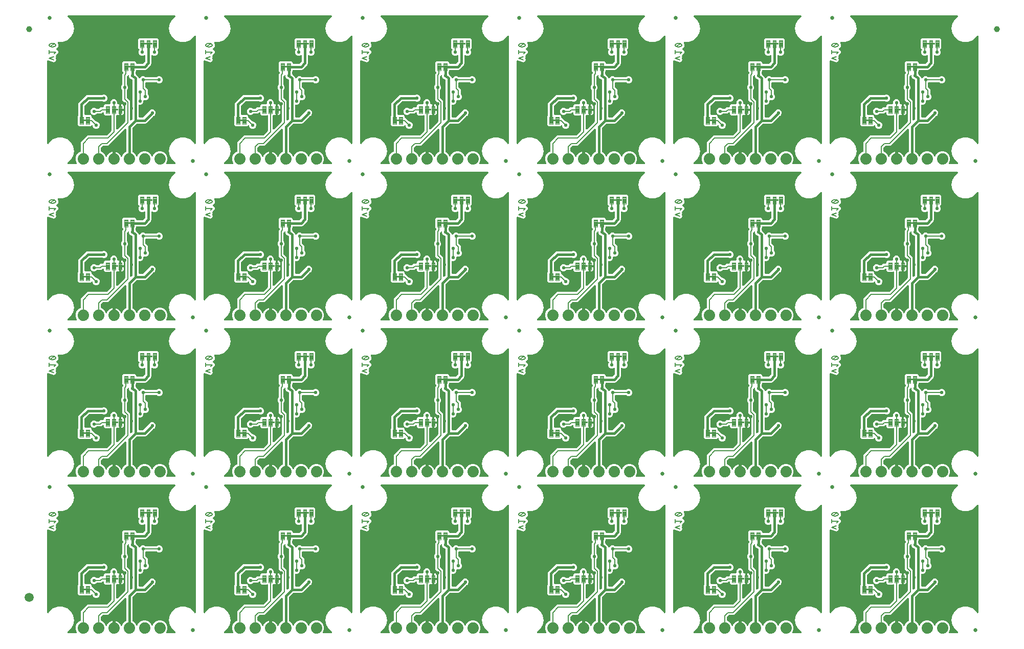
<source format=gbl>
G04 EAGLE Gerber RS-274X export*
G75*
%MOMM*%
%FSLAX34Y34*%
%LPD*%
%INBottom Copper*%
%IPPOS*%
%AMOC8*
5,1,8,0,0,1.08239X$1,22.5*%
G01*
%ADD10C,0.203200*%
%ADD11C,0.635000*%
%ADD12C,0.099059*%
%ADD13C,1.879600*%
%ADD14C,1.000000*%
%ADD15C,1.500000*%
%ADD16C,0.558800*%
%ADD17C,0.406400*%
%ADD18C,0.554000*%

G36*
X310834Y781311D02*
X310834Y781311D01*
X310884Y781309D01*
X310991Y781331D01*
X311101Y781345D01*
X311147Y781363D01*
X311195Y781373D01*
X311294Y781421D01*
X311396Y781462D01*
X311436Y781491D01*
X311481Y781513D01*
X311565Y781584D01*
X311654Y781648D01*
X311685Y781687D01*
X311723Y781719D01*
X311786Y781809D01*
X311856Y781893D01*
X311878Y781938D01*
X311906Y781979D01*
X311945Y782082D01*
X311992Y782181D01*
X312001Y782230D01*
X312019Y782276D01*
X312031Y782386D01*
X312052Y782493D01*
X312049Y782543D01*
X312054Y782592D01*
X312039Y782701D01*
X312032Y782811D01*
X312017Y782858D01*
X312010Y782907D01*
X311958Y783060D01*
X310133Y787464D01*
X310133Y792416D01*
X312028Y796990D01*
X315530Y800492D01*
X317732Y801404D01*
X317757Y801419D01*
X317785Y801428D01*
X317895Y801497D01*
X318008Y801562D01*
X318029Y801582D01*
X318054Y801598D01*
X318143Y801692D01*
X318236Y801783D01*
X318252Y801808D01*
X318272Y801830D01*
X318335Y801943D01*
X318403Y802054D01*
X318411Y802082D01*
X318426Y802108D01*
X318458Y802234D01*
X318496Y802358D01*
X318498Y802387D01*
X318505Y802416D01*
X318515Y802577D01*
X318515Y817024D01*
X329786Y828295D01*
X361011Y828295D01*
X361109Y828307D01*
X361208Y828310D01*
X361266Y828327D01*
X361326Y828335D01*
X361418Y828371D01*
X361513Y828399D01*
X361565Y828429D01*
X361622Y828452D01*
X361702Y828510D01*
X361787Y828560D01*
X361863Y828626D01*
X361879Y828638D01*
X361887Y828648D01*
X361908Y828666D01*
X368944Y835702D01*
X369004Y835780D01*
X369072Y835852D01*
X369101Y835905D01*
X369138Y835953D01*
X369178Y836044D01*
X369226Y836131D01*
X369241Y836189D01*
X369265Y836245D01*
X369280Y836343D01*
X369305Y836439D01*
X369311Y836539D01*
X369315Y836559D01*
X369313Y836571D01*
X369315Y836599D01*
X369315Y860832D01*
X369298Y860969D01*
X369285Y861108D01*
X369278Y861127D01*
X369275Y861147D01*
X369224Y861276D01*
X369177Y861407D01*
X369166Y861424D01*
X369158Y861443D01*
X369077Y861555D01*
X368999Y861670D01*
X368983Y861684D01*
X368972Y861700D01*
X368864Y861789D01*
X368760Y861881D01*
X368742Y861890D01*
X368727Y861903D01*
X368601Y861962D01*
X368477Y862025D01*
X368457Y862030D01*
X368439Y862039D01*
X368303Y862065D01*
X368167Y862095D01*
X368146Y862094D01*
X368127Y862098D01*
X367988Y862090D01*
X367849Y862085D01*
X367829Y862080D01*
X367809Y862079D01*
X367677Y862036D01*
X367543Y861997D01*
X367526Y861987D01*
X367507Y861981D01*
X367389Y861906D01*
X367269Y861835D01*
X367253Y861821D01*
X358691Y861821D01*
X356615Y863897D01*
X356615Y865886D01*
X356600Y866004D01*
X356593Y866123D01*
X356580Y866161D01*
X356575Y866202D01*
X356532Y866312D01*
X356495Y866425D01*
X356473Y866460D01*
X356458Y866497D01*
X356389Y866593D01*
X356325Y866694D01*
X356295Y866722D01*
X356272Y866755D01*
X356180Y866831D01*
X356093Y866912D01*
X356058Y866932D01*
X356027Y866957D01*
X355919Y867008D01*
X355815Y867066D01*
X355775Y867076D01*
X355739Y867093D01*
X355622Y867115D01*
X355507Y867145D01*
X355447Y867149D01*
X355427Y867153D01*
X355406Y867151D01*
X355346Y867155D01*
X355269Y867155D01*
X355171Y867143D01*
X355072Y867140D01*
X355014Y867123D01*
X354954Y867115D01*
X354862Y867079D01*
X354767Y867051D01*
X354715Y867021D01*
X354658Y866998D01*
X354578Y866940D01*
X354493Y866890D01*
X354417Y866824D01*
X354401Y866812D01*
X354393Y866802D01*
X354372Y866784D01*
X352204Y864615D01*
X345084Y864615D01*
X344986Y864603D01*
X344887Y864600D01*
X344828Y864583D01*
X344768Y864575D01*
X344676Y864539D01*
X344581Y864511D01*
X344529Y864481D01*
X344473Y864458D01*
X344393Y864400D01*
X344307Y864350D01*
X344232Y864284D01*
X344215Y864272D01*
X344208Y864262D01*
X344186Y864244D01*
X343670Y863727D01*
X341522Y862837D01*
X339198Y862837D01*
X337249Y863644D01*
X337182Y863663D01*
X337118Y863690D01*
X337029Y863705D01*
X336943Y863728D01*
X336873Y863729D01*
X336804Y863740D01*
X336715Y863732D01*
X336625Y863733D01*
X336557Y863717D01*
X336487Y863710D01*
X336403Y863680D01*
X336316Y863659D01*
X336254Y863627D01*
X336188Y863603D01*
X336114Y863552D01*
X336034Y863510D01*
X335983Y863463D01*
X335953Y863443D01*
X336005Y863553D01*
X336068Y863677D01*
X336073Y863697D01*
X336081Y863715D01*
X336107Y863851D01*
X336138Y863987D01*
X336137Y864008D01*
X336141Y864027D01*
X336132Y864166D01*
X336128Y864305D01*
X336122Y864325D01*
X336121Y864345D01*
X336078Y864477D01*
X336040Y864611D01*
X336029Y864628D01*
X336023Y864647D01*
X335949Y864765D01*
X335878Y864885D01*
X335859Y864906D01*
X335853Y864916D01*
X335838Y864930D01*
X335772Y865006D01*
X335407Y865370D01*
X334517Y867518D01*
X334517Y869842D01*
X335407Y871990D01*
X337050Y873633D01*
X339198Y874523D01*
X341522Y874523D01*
X343670Y873633D01*
X344186Y873116D01*
X344265Y873056D01*
X344337Y872988D01*
X344390Y872959D01*
X344438Y872922D01*
X344529Y872882D01*
X344615Y872834D01*
X344674Y872819D01*
X344730Y872795D01*
X344827Y872780D01*
X344923Y872755D01*
X345023Y872749D01*
X345044Y872745D01*
X345056Y872747D01*
X345084Y872745D01*
X348311Y872745D01*
X348409Y872757D01*
X348508Y872760D01*
X348566Y872777D01*
X348626Y872785D01*
X348718Y872821D01*
X348813Y872849D01*
X348865Y872879D01*
X348922Y872902D01*
X349002Y872960D01*
X349087Y873010D01*
X349163Y873076D01*
X349179Y873088D01*
X349187Y873098D01*
X349208Y873116D01*
X351376Y875285D01*
X355346Y875285D01*
X355464Y875300D01*
X355583Y875307D01*
X355621Y875320D01*
X355662Y875325D01*
X355772Y875368D01*
X355885Y875405D01*
X355920Y875427D01*
X355957Y875442D01*
X356053Y875511D01*
X356154Y875575D01*
X356182Y875605D01*
X356215Y875628D01*
X356291Y875720D01*
X356372Y875807D01*
X356392Y875842D01*
X356417Y875873D01*
X356468Y875981D01*
X356526Y876085D01*
X356536Y876125D01*
X356553Y876161D01*
X356575Y876278D01*
X356605Y876393D01*
X356609Y876453D01*
X356613Y876473D01*
X356611Y876494D01*
X356615Y876554D01*
X356615Y878543D01*
X358691Y880619D01*
X366268Y880619D01*
X366386Y880634D01*
X366505Y880641D01*
X366543Y880654D01*
X366584Y880659D01*
X366694Y880702D01*
X366807Y880739D01*
X366842Y880761D01*
X366879Y880776D01*
X366975Y880845D01*
X367076Y880909D01*
X367104Y880939D01*
X367137Y880962D01*
X367213Y881054D01*
X367294Y881141D01*
X367314Y881176D01*
X367339Y881207D01*
X367390Y881315D01*
X367448Y881419D01*
X367458Y881459D01*
X367475Y881495D01*
X367497Y881612D01*
X367527Y881727D01*
X367531Y881787D01*
X367535Y881807D01*
X367533Y881828D01*
X367537Y881888D01*
X367537Y883812D01*
X368427Y885960D01*
X370070Y887603D01*
X372218Y888493D01*
X374542Y888493D01*
X376690Y887603D01*
X378333Y885960D01*
X379223Y883812D01*
X379223Y881380D01*
X379238Y881262D01*
X379245Y881143D01*
X379258Y881105D01*
X379263Y881064D01*
X379306Y880954D01*
X379343Y880841D01*
X379365Y880806D01*
X379380Y880769D01*
X379449Y880673D01*
X379513Y880572D01*
X379543Y880544D01*
X379566Y880511D01*
X379658Y880435D01*
X379745Y880354D01*
X379780Y880334D01*
X379811Y880309D01*
X379919Y880258D01*
X380023Y880200D01*
X380063Y880190D01*
X380099Y880173D01*
X380216Y880151D01*
X380331Y880121D01*
X380391Y880117D01*
X380411Y880113D01*
X380432Y880115D01*
X380492Y880111D01*
X382144Y880111D01*
X382144Y875702D01*
X382156Y875604D01*
X382159Y875505D01*
X382176Y875446D01*
X382184Y875386D01*
X382220Y875294D01*
X382248Y875199D01*
X382278Y875147D01*
X382301Y875091D01*
X382359Y875011D01*
X382409Y874925D01*
X382475Y874850D01*
X382487Y874833D01*
X382497Y874826D01*
X382515Y874804D01*
X383278Y874042D01*
X383387Y873957D01*
X383494Y873868D01*
X383513Y873860D01*
X383529Y873847D01*
X383657Y873792D01*
X383782Y873733D01*
X383802Y873729D01*
X383821Y873721D01*
X383959Y873699D01*
X384095Y873673D01*
X384115Y873674D01*
X384135Y873671D01*
X384274Y873684D01*
X384412Y873693D01*
X384431Y873699D01*
X384451Y873701D01*
X384583Y873748D01*
X384714Y873791D01*
X384732Y873802D01*
X384751Y873809D01*
X384866Y873887D01*
X384983Y873961D01*
X384997Y873976D01*
X385014Y873987D01*
X385106Y874091D01*
X385201Y874193D01*
X385211Y874210D01*
X385224Y874226D01*
X385288Y874350D01*
X385355Y874471D01*
X385360Y874491D01*
X385369Y874509D01*
X385399Y874645D01*
X385434Y874779D01*
X385436Y874807D01*
X385439Y874819D01*
X385438Y874840D01*
X385444Y874940D01*
X385444Y880111D01*
X387000Y880111D01*
X387773Y879904D01*
X388465Y879504D01*
X389030Y878939D01*
X389430Y878247D01*
X389637Y877474D01*
X389637Y872870D01*
X384810Y872870D01*
X384692Y872855D01*
X384573Y872848D01*
X384535Y872835D01*
X384494Y872830D01*
X384384Y872787D01*
X384271Y872750D01*
X384236Y872728D01*
X384199Y872713D01*
X384103Y872644D01*
X384002Y872580D01*
X383974Y872550D01*
X383941Y872527D01*
X383865Y872435D01*
X383784Y872348D01*
X383764Y872313D01*
X383739Y872282D01*
X383688Y872174D01*
X383630Y872070D01*
X383620Y872030D01*
X383603Y871994D01*
X383581Y871877D01*
X383551Y871762D01*
X383547Y871702D01*
X383543Y871682D01*
X383545Y871661D01*
X383541Y871601D01*
X383541Y870839D01*
X383556Y870721D01*
X383563Y870602D01*
X383576Y870564D01*
X383581Y870523D01*
X383624Y870413D01*
X383661Y870300D01*
X383683Y870265D01*
X383698Y870228D01*
X383767Y870131D01*
X383831Y870031D01*
X383861Y870003D01*
X383884Y869970D01*
X383976Y869894D01*
X384063Y869813D01*
X384098Y869793D01*
X384129Y869768D01*
X384237Y869717D01*
X384341Y869659D01*
X384381Y869649D01*
X384417Y869632D01*
X384534Y869610D01*
X384649Y869580D01*
X384709Y869576D01*
X384729Y869572D01*
X384750Y869574D01*
X384810Y869570D01*
X389637Y869570D01*
X389637Y864966D01*
X389430Y864193D01*
X389030Y863501D01*
X388465Y862936D01*
X387773Y862536D01*
X387000Y862329D01*
X385444Y862329D01*
X385444Y867500D01*
X385427Y867638D01*
X385414Y867777D01*
X385407Y867796D01*
X385404Y867816D01*
X385353Y867945D01*
X385306Y868076D01*
X385295Y868093D01*
X385287Y868111D01*
X385206Y868224D01*
X385128Y868339D01*
X385112Y868352D01*
X385101Y868369D01*
X384993Y868458D01*
X384889Y868549D01*
X384871Y868559D01*
X384856Y868572D01*
X384730Y868631D01*
X384606Y868694D01*
X384586Y868698D01*
X384568Y868707D01*
X384432Y868733D01*
X384296Y868764D01*
X384275Y868763D01*
X384256Y868767D01*
X384117Y868758D01*
X383978Y868754D01*
X383958Y868748D01*
X383938Y868747D01*
X383806Y868704D01*
X383672Y868666D01*
X383655Y868655D01*
X383636Y868649D01*
X383518Y868575D01*
X383398Y868504D01*
X383377Y868485D01*
X383367Y868479D01*
X383353Y868464D01*
X383278Y868398D01*
X382515Y867636D01*
X382455Y867557D01*
X382387Y867485D01*
X382358Y867432D01*
X382321Y867384D01*
X382281Y867293D01*
X382233Y867207D01*
X382218Y867148D01*
X382194Y867092D01*
X382179Y866995D01*
X382154Y866899D01*
X382148Y866799D01*
X382144Y866778D01*
X382145Y866766D01*
X382144Y866738D01*
X382144Y862329D01*
X380588Y862329D01*
X379815Y862536D01*
X379742Y862578D01*
X379639Y862622D01*
X379539Y862673D01*
X379493Y862683D01*
X379449Y862702D01*
X379338Y862718D01*
X379228Y862743D01*
X379181Y862741D01*
X379135Y862748D01*
X379023Y862736D01*
X378910Y862733D01*
X378865Y862720D01*
X378818Y862715D01*
X378713Y862676D01*
X378605Y862645D01*
X378564Y862621D01*
X378520Y862604D01*
X378428Y862540D01*
X378331Y862483D01*
X378277Y862435D01*
X378259Y862423D01*
X378247Y862409D01*
X378210Y862377D01*
X377816Y861983D01*
X377756Y861905D01*
X377688Y861833D01*
X377659Y861780D01*
X377622Y861732D01*
X377582Y861641D01*
X377534Y861554D01*
X377519Y861496D01*
X377495Y861440D01*
X377480Y861342D01*
X377455Y861246D01*
X377449Y861146D01*
X377445Y861126D01*
X377447Y861114D01*
X377445Y861086D01*
X377445Y839647D01*
X377462Y839510D01*
X377466Y839465D01*
X377467Y839453D01*
X377468Y839452D01*
X377475Y839371D01*
X377482Y839352D01*
X377485Y839332D01*
X377536Y839203D01*
X377583Y839072D01*
X377594Y839055D01*
X377602Y839036D01*
X377683Y838924D01*
X377761Y838809D01*
X377777Y838795D01*
X377788Y838779D01*
X377896Y838690D01*
X378000Y838598D01*
X378018Y838589D01*
X378033Y838576D01*
X378159Y838517D01*
X378283Y838454D01*
X378303Y838449D01*
X378321Y838440D01*
X378457Y838414D01*
X378593Y838384D01*
X378614Y838384D01*
X378633Y838381D01*
X378772Y838389D01*
X378911Y838394D01*
X378931Y838399D01*
X378951Y838400D01*
X379083Y838443D01*
X379217Y838482D01*
X379234Y838492D01*
X379253Y838498D01*
X379371Y838573D01*
X379491Y838643D01*
X379512Y838662D01*
X379522Y838669D01*
X379536Y838684D01*
X379611Y838750D01*
X391804Y850942D01*
X391864Y851020D01*
X391932Y851092D01*
X391961Y851145D01*
X391998Y851193D01*
X392038Y851284D01*
X392086Y851371D01*
X392101Y851429D01*
X392125Y851485D01*
X392140Y851583D01*
X392165Y851679D01*
X392171Y851779D01*
X392175Y851799D01*
X392173Y851811D01*
X392175Y851839D01*
X392175Y881711D01*
X392163Y881809D01*
X392160Y881908D01*
X392143Y881966D01*
X392135Y882026D01*
X392099Y882118D01*
X392071Y882213D01*
X392041Y882265D01*
X392018Y882322D01*
X391960Y882402D01*
X391910Y882487D01*
X391844Y882563D01*
X391832Y882579D01*
X391822Y882587D01*
X391804Y882608D01*
X387095Y887316D01*
X387095Y903326D01*
X387083Y903424D01*
X387080Y903523D01*
X387063Y903582D01*
X387055Y903642D01*
X387019Y903734D01*
X386991Y903829D01*
X386961Y903881D01*
X386938Y903937D01*
X386880Y904017D01*
X386830Y904103D01*
X386764Y904178D01*
X386752Y904195D01*
X386742Y904202D01*
X386724Y904224D01*
X386207Y904740D01*
X385317Y906888D01*
X385317Y909212D01*
X386207Y911360D01*
X386724Y911876D01*
X386784Y911955D01*
X386852Y912027D01*
X386881Y912080D01*
X386918Y912128D01*
X386958Y912219D01*
X387006Y912305D01*
X387021Y912364D01*
X387045Y912420D01*
X387060Y912517D01*
X387085Y912613D01*
X387091Y912713D01*
X387095Y912734D01*
X387093Y912746D01*
X387095Y912774D01*
X387095Y930054D01*
X388743Y931701D01*
X388816Y931796D01*
X388895Y931885D01*
X388913Y931921D01*
X388938Y931953D01*
X388985Y932062D01*
X389039Y932168D01*
X389048Y932207D01*
X389064Y932245D01*
X389083Y932362D01*
X389109Y932478D01*
X389108Y932519D01*
X389114Y932559D01*
X389103Y932677D01*
X389099Y932796D01*
X389088Y932835D01*
X389084Y932875D01*
X389044Y932987D01*
X389011Y933102D01*
X388991Y933136D01*
X388977Y933175D01*
X388910Y933273D01*
X388849Y933376D01*
X388810Y933421D01*
X388798Y933438D01*
X388783Y933451D01*
X388743Y933496D01*
X387222Y935017D01*
X387222Y949663D01*
X389298Y951739D01*
X397848Y951739D01*
X397883Y951704D01*
X397977Y951631D01*
X398066Y951552D01*
X398102Y951534D01*
X398134Y951509D01*
X398243Y951462D01*
X398349Y951408D01*
X398389Y951399D01*
X398426Y951383D01*
X398543Y951364D01*
X398659Y951338D01*
X398700Y951339D01*
X398740Y951333D01*
X398859Y951344D01*
X398977Y951348D01*
X399016Y951359D01*
X399056Y951363D01*
X399168Y951403D01*
X399283Y951436D01*
X399318Y951457D01*
X399356Y951470D01*
X399454Y951537D01*
X399557Y951598D01*
X399602Y951637D01*
X399619Y951649D01*
X399632Y951664D01*
X399678Y951704D01*
X399712Y951739D01*
X408262Y951739D01*
X410338Y949663D01*
X410338Y948690D01*
X410353Y948572D01*
X410360Y948453D01*
X410373Y948415D01*
X410378Y948374D01*
X410421Y948264D01*
X410458Y948151D01*
X410480Y948116D01*
X410495Y948079D01*
X410564Y947983D01*
X410628Y947882D01*
X410658Y947854D01*
X410681Y947821D01*
X410773Y947745D01*
X410860Y947664D01*
X410895Y947644D01*
X410926Y947619D01*
X411034Y947568D01*
X411138Y947510D01*
X411178Y947500D01*
X411214Y947483D01*
X411331Y947461D01*
X411446Y947431D01*
X411506Y947427D01*
X411526Y947423D01*
X411547Y947425D01*
X411607Y947421D01*
X421550Y947421D01*
X421648Y947433D01*
X421747Y947436D01*
X421805Y947453D01*
X421865Y947461D01*
X421957Y947497D01*
X422052Y947525D01*
X422105Y947555D01*
X422161Y947578D01*
X422241Y947636D01*
X422326Y947686D01*
X422402Y947752D01*
X422418Y947764D01*
X422426Y947774D01*
X422447Y947792D01*
X425078Y950423D01*
X425138Y950501D01*
X425206Y950573D01*
X425235Y950626D01*
X425272Y950674D01*
X425312Y950765D01*
X425360Y950852D01*
X425375Y950910D01*
X425399Y950966D01*
X425414Y951064D01*
X425439Y951160D01*
X425445Y951260D01*
X425449Y951280D01*
X425447Y951292D01*
X425449Y951320D01*
X425449Y960350D01*
X425443Y960400D01*
X425445Y960449D01*
X425423Y960557D01*
X425409Y960666D01*
X425391Y960712D01*
X425381Y960761D01*
X425333Y960859D01*
X425292Y960961D01*
X425263Y961002D01*
X425241Y961046D01*
X425170Y961130D01*
X425106Y961219D01*
X425067Y961250D01*
X425035Y961288D01*
X424945Y961351D01*
X424861Y961422D01*
X424816Y961443D01*
X424775Y961471D01*
X424672Y961510D01*
X424573Y961557D01*
X424524Y961566D01*
X424478Y961584D01*
X424368Y961596D01*
X424261Y961617D01*
X424211Y961614D01*
X424162Y961619D01*
X424053Y961604D01*
X423943Y961597D01*
X423896Y961582D01*
X423847Y961575D01*
X423694Y961523D01*
X421532Y960627D01*
X419208Y960627D01*
X417060Y961517D01*
X415417Y963160D01*
X414527Y965308D01*
X414527Y967632D01*
X415431Y969813D01*
X415435Y969819D01*
X415514Y969909D01*
X415532Y969945D01*
X415557Y969976D01*
X415604Y970086D01*
X415659Y970192D01*
X415668Y970231D01*
X415684Y970268D01*
X415702Y970386D01*
X415728Y970502D01*
X415727Y970542D01*
X415733Y970582D01*
X415722Y970701D01*
X415719Y970820D01*
X415707Y970859D01*
X415704Y970899D01*
X415663Y971011D01*
X415630Y971125D01*
X415610Y971160D01*
X415596Y971198D01*
X415529Y971297D01*
X415469Y971399D01*
X415429Y971445D01*
X415418Y971461D01*
X415402Y971475D01*
X415362Y971520D01*
X413765Y973117D01*
X413765Y987763D01*
X415841Y989839D01*
X424391Y989839D01*
X424425Y989804D01*
X424514Y989735D01*
X424546Y989705D01*
X424554Y989701D01*
X424609Y989652D01*
X424645Y989634D01*
X424677Y989609D01*
X424786Y989562D01*
X424892Y989508D01*
X424932Y989499D01*
X424969Y989483D01*
X425086Y989464D01*
X425202Y989438D01*
X425243Y989439D01*
X425283Y989433D01*
X425401Y989444D01*
X425520Y989448D01*
X425559Y989459D01*
X425599Y989463D01*
X425712Y989503D01*
X425826Y989536D01*
X425860Y989556D01*
X425899Y989570D01*
X425997Y989637D01*
X426100Y989698D01*
X426145Y989737D01*
X426162Y989749D01*
X426175Y989764D01*
X426220Y989804D01*
X426255Y989839D01*
X434805Y989839D01*
X434839Y989804D01*
X434928Y989735D01*
X434960Y989705D01*
X434968Y989701D01*
X435023Y989652D01*
X435059Y989634D01*
X435091Y989609D01*
X435200Y989562D01*
X435306Y989508D01*
X435346Y989499D01*
X435383Y989483D01*
X435500Y989464D01*
X435616Y989438D01*
X435657Y989439D01*
X435697Y989433D01*
X435815Y989444D01*
X435934Y989448D01*
X435973Y989459D01*
X436013Y989463D01*
X436126Y989503D01*
X436240Y989536D01*
X436274Y989556D01*
X436313Y989570D01*
X436411Y989637D01*
X436514Y989698D01*
X436559Y989737D01*
X436576Y989749D01*
X436589Y989764D01*
X436634Y989804D01*
X436669Y989839D01*
X445219Y989839D01*
X447295Y987763D01*
X447295Y973117D01*
X445698Y971520D01*
X445625Y971426D01*
X445546Y971337D01*
X445527Y971301D01*
X445503Y971269D01*
X445455Y971160D01*
X445401Y971054D01*
X445392Y971014D01*
X445376Y970977D01*
X445358Y970859D01*
X445332Y970743D01*
X445333Y970703D01*
X445327Y970663D01*
X445338Y970544D01*
X445341Y970425D01*
X445353Y970387D01*
X445356Y970346D01*
X445397Y970234D01*
X445430Y970120D01*
X445450Y970085D01*
X445464Y970047D01*
X445531Y969948D01*
X445591Y969846D01*
X445631Y969801D01*
X445640Y969788D01*
X446533Y967632D01*
X446533Y965308D01*
X445643Y963160D01*
X444000Y961517D01*
X441852Y960627D01*
X439528Y960627D01*
X437366Y961523D01*
X437318Y961536D01*
X437273Y961557D01*
X437165Y961578D01*
X437059Y961607D01*
X437009Y961608D01*
X436960Y961617D01*
X436851Y961610D01*
X436741Y961612D01*
X436693Y961600D01*
X436643Y961597D01*
X436539Y961563D01*
X436432Y961538D01*
X436388Y961514D01*
X436341Y961499D01*
X436248Y961440D01*
X436151Y961389D01*
X436114Y961356D01*
X436072Y961329D01*
X435997Y961249D01*
X435915Y961175D01*
X435888Y961134D01*
X435854Y961097D01*
X435801Y961001D01*
X435741Y960909D01*
X435724Y960862D01*
X435700Y960819D01*
X435673Y960713D01*
X435637Y960609D01*
X435633Y960559D01*
X435621Y960511D01*
X435611Y960350D01*
X435611Y947679D01*
X434837Y945812D01*
X428666Y939641D01*
X428666Y939640D01*
X427058Y938033D01*
X425191Y937259D01*
X411607Y937259D01*
X411489Y937244D01*
X411370Y937237D01*
X411332Y937224D01*
X411291Y937219D01*
X411181Y937176D01*
X411068Y937139D01*
X411033Y937117D01*
X410996Y937102D01*
X410900Y937033D01*
X410799Y936969D01*
X410771Y936939D01*
X410738Y936916D01*
X410662Y936824D01*
X410581Y936737D01*
X410561Y936702D01*
X410536Y936671D01*
X410485Y936563D01*
X410427Y936459D01*
X410417Y936419D01*
X410400Y936383D01*
X410378Y936266D01*
X410348Y936151D01*
X410344Y936091D01*
X410340Y936071D01*
X410342Y936050D01*
X410338Y935990D01*
X410338Y935017D01*
X409312Y933992D01*
X409252Y933914D01*
X409184Y933842D01*
X409155Y933789D01*
X409118Y933741D01*
X409078Y933650D01*
X409030Y933563D01*
X409015Y933505D01*
X408991Y933449D01*
X408976Y933351D01*
X408951Y933255D01*
X408945Y933155D01*
X408941Y933135D01*
X408943Y933123D01*
X408941Y933095D01*
X408941Y932078D01*
X408953Y931980D01*
X408956Y931881D01*
X408973Y931822D01*
X408981Y931762D01*
X409017Y931670D01*
X409045Y931575D01*
X409075Y931523D01*
X409098Y931467D01*
X409156Y931387D01*
X409206Y931301D01*
X409272Y931226D01*
X409284Y931209D01*
X409294Y931202D01*
X409312Y931180D01*
X409448Y931045D01*
X410114Y929438D01*
X410118Y929430D01*
X410121Y929421D01*
X410196Y929293D01*
X410271Y929162D01*
X410278Y929155D01*
X410282Y929147D01*
X410389Y929026D01*
X413501Y925914D01*
X414305Y923973D01*
X414374Y923852D01*
X414439Y923729D01*
X414453Y923714D01*
X414463Y923696D01*
X414560Y923597D01*
X414653Y923494D01*
X414670Y923482D01*
X414684Y923468D01*
X414803Y923395D01*
X414919Y923319D01*
X414938Y923312D01*
X414955Y923302D01*
X415088Y923261D01*
X415220Y923216D01*
X415240Y923214D01*
X415259Y923208D01*
X415398Y923201D01*
X415537Y923190D01*
X415557Y923194D01*
X415577Y923193D01*
X415713Y923221D01*
X415850Y923245D01*
X415869Y923253D01*
X415888Y923257D01*
X416014Y923318D01*
X416140Y923375D01*
X416156Y923388D01*
X416174Y923397D01*
X416280Y923487D01*
X416389Y923574D01*
X416401Y923590D01*
X416416Y923603D01*
X416496Y923717D01*
X416580Y923828D01*
X416592Y923853D01*
X416599Y923863D01*
X416606Y923882D01*
X416651Y923973D01*
X416687Y924060D01*
X418330Y925703D01*
X420478Y926593D01*
X422802Y926593D01*
X424950Y925703D01*
X425466Y925186D01*
X425545Y925126D01*
X425617Y925058D01*
X425670Y925029D01*
X425718Y924992D01*
X425809Y924952D01*
X425895Y924904D01*
X425954Y924889D01*
X426010Y924865D01*
X426107Y924850D01*
X426203Y924825D01*
X426303Y924819D01*
X426324Y924815D01*
X426336Y924817D01*
X426364Y924815D01*
X443586Y924815D01*
X443684Y924827D01*
X443783Y924830D01*
X443842Y924847D01*
X443902Y924855D01*
X443994Y924891D01*
X444089Y924919D01*
X444141Y924949D01*
X444197Y924972D01*
X444277Y925030D01*
X444363Y925080D01*
X444438Y925146D01*
X444455Y925158D01*
X444462Y925168D01*
X444484Y925186D01*
X445000Y925703D01*
X447148Y926593D01*
X449472Y926593D01*
X451620Y925703D01*
X453263Y924060D01*
X454153Y921912D01*
X454153Y919588D01*
X453263Y917440D01*
X451620Y915797D01*
X449472Y914907D01*
X447148Y914907D01*
X445000Y915797D01*
X444484Y916314D01*
X444405Y916374D01*
X444333Y916442D01*
X444280Y916471D01*
X444232Y916508D01*
X444141Y916548D01*
X444055Y916596D01*
X443996Y916611D01*
X443940Y916635D01*
X443843Y916650D01*
X443747Y916675D01*
X443647Y916681D01*
X443626Y916685D01*
X443614Y916683D01*
X443586Y916685D01*
X426974Y916685D01*
X426856Y916670D01*
X426737Y916663D01*
X426699Y916650D01*
X426658Y916645D01*
X426548Y916602D01*
X426435Y916565D01*
X426400Y916543D01*
X426363Y916528D01*
X426267Y916459D01*
X426166Y916395D01*
X426138Y916365D01*
X426105Y916342D01*
X426029Y916250D01*
X425948Y916163D01*
X425928Y916128D01*
X425903Y916097D01*
X425852Y915989D01*
X425794Y915885D01*
X425784Y915845D01*
X425767Y915809D01*
X425745Y915692D01*
X425715Y915577D01*
X425711Y915517D01*
X425707Y915497D01*
X425709Y915476D01*
X425705Y915416D01*
X425705Y908989D01*
X425717Y908891D01*
X425720Y908792D01*
X425737Y908734D01*
X425745Y908674D01*
X425781Y908582D01*
X425809Y908487D01*
X425839Y908435D01*
X425862Y908378D01*
X425920Y908298D01*
X425970Y908213D01*
X426036Y908137D01*
X426048Y908121D01*
X426058Y908113D01*
X426076Y908092D01*
X429515Y904654D01*
X429515Y897534D01*
X429527Y897436D01*
X429530Y897337D01*
X429547Y897278D01*
X429555Y897218D01*
X429591Y897126D01*
X429619Y897031D01*
X429649Y896979D01*
X429672Y896923D01*
X429730Y896843D01*
X429780Y896757D01*
X429846Y896682D01*
X429858Y896665D01*
X429868Y896658D01*
X429886Y896636D01*
X430403Y896120D01*
X431293Y893972D01*
X431293Y891648D01*
X430403Y889500D01*
X428760Y887857D01*
X426612Y886967D01*
X424288Y886967D01*
X424158Y887021D01*
X424110Y887034D01*
X424065Y887055D01*
X423957Y887076D01*
X423851Y887105D01*
X423801Y887106D01*
X423752Y887115D01*
X423643Y887108D01*
X423533Y887110D01*
X423485Y887099D01*
X423435Y887095D01*
X423331Y887062D01*
X423224Y887036D01*
X423180Y887013D01*
X423133Y886997D01*
X423040Y886939D01*
X422943Y886887D01*
X422906Y886854D01*
X422864Y886827D01*
X422789Y886747D01*
X422707Y886673D01*
X422680Y886632D01*
X422646Y886596D01*
X422593Y886499D01*
X422533Y886408D01*
X422516Y886361D01*
X422492Y886317D01*
X422465Y886211D01*
X422429Y886107D01*
X422425Y886057D01*
X422413Y886009D01*
X422403Y885849D01*
X422403Y884028D01*
X421513Y881880D01*
X419870Y880237D01*
X417722Y879347D01*
X415544Y879347D01*
X415426Y879332D01*
X415307Y879325D01*
X415269Y879312D01*
X415228Y879307D01*
X415118Y879264D01*
X415005Y879227D01*
X414970Y879205D01*
X414933Y879190D01*
X414837Y879121D01*
X414736Y879057D01*
X414708Y879027D01*
X414675Y879004D01*
X414599Y878912D01*
X414518Y878825D01*
X414498Y878790D01*
X414473Y878759D01*
X414422Y878651D01*
X414364Y878547D01*
X414354Y878507D01*
X414337Y878471D01*
X414315Y878354D01*
X414285Y878239D01*
X414281Y878179D01*
X414277Y878159D01*
X414279Y878138D01*
X414275Y878078D01*
X414275Y859790D01*
X414290Y859672D01*
X414297Y859553D01*
X414310Y859515D01*
X414315Y859474D01*
X414358Y859364D01*
X414395Y859251D01*
X414417Y859216D01*
X414432Y859179D01*
X414501Y859083D01*
X414565Y858982D01*
X414595Y858954D01*
X414618Y858921D01*
X414710Y858845D01*
X414797Y858764D01*
X414832Y858744D01*
X414863Y858719D01*
X414971Y858668D01*
X415075Y858610D01*
X415115Y858600D01*
X415151Y858583D01*
X415268Y858561D01*
X415383Y858531D01*
X415443Y858527D01*
X415463Y858523D01*
X415484Y858525D01*
X415544Y858521D01*
X421550Y858521D01*
X421648Y858533D01*
X421747Y858536D01*
X421805Y858553D01*
X421865Y858561D01*
X421957Y858597D01*
X422052Y858625D01*
X422105Y858655D01*
X422161Y858678D01*
X422241Y858736D01*
X422326Y858786D01*
X422402Y858852D01*
X422418Y858864D01*
X422426Y858874D01*
X422447Y858892D01*
X430986Y867431D01*
X430992Y867439D01*
X430999Y867445D01*
X431089Y867564D01*
X431181Y867683D01*
X431185Y867691D01*
X431190Y867699D01*
X431261Y867843D01*
X431927Y869450D01*
X433570Y871093D01*
X435718Y871983D01*
X438042Y871983D01*
X440190Y871093D01*
X441833Y869450D01*
X442723Y867302D01*
X442723Y864978D01*
X441833Y862830D01*
X440190Y861187D01*
X438583Y860521D01*
X438575Y860517D01*
X438566Y860514D01*
X438437Y860438D01*
X438307Y860364D01*
X438300Y860357D01*
X438292Y860353D01*
X438171Y860246D01*
X428666Y850741D01*
X428666Y850740D01*
X427058Y849133D01*
X425191Y848359D01*
X411824Y848359D01*
X411726Y848347D01*
X411627Y848344D01*
X411569Y848327D01*
X411509Y848319D01*
X411417Y848283D01*
X411322Y848255D01*
X411269Y848225D01*
X411213Y848202D01*
X411133Y848144D01*
X411048Y848094D01*
X410972Y848028D01*
X410956Y848016D01*
X410948Y848006D01*
X410927Y847988D01*
X404232Y841293D01*
X404172Y841215D01*
X404104Y841143D01*
X404075Y841090D01*
X404038Y841042D01*
X403998Y840951D01*
X403950Y840864D01*
X403935Y840806D01*
X403911Y840750D01*
X403896Y840652D01*
X403871Y840556D01*
X403865Y840456D01*
X403861Y840436D01*
X403863Y840424D01*
X403861Y840396D01*
X403861Y802156D01*
X403864Y802127D01*
X403862Y802097D01*
X403884Y801969D01*
X403901Y801840D01*
X403911Y801813D01*
X403916Y801784D01*
X403970Y801665D01*
X404018Y801545D01*
X404035Y801521D01*
X404047Y801494D01*
X404128Y801392D01*
X404204Y801287D01*
X404227Y801268D01*
X404246Y801245D01*
X404349Y801167D01*
X404449Y801084D01*
X404476Y801072D01*
X404500Y801054D01*
X404644Y800983D01*
X405830Y800492D01*
X409332Y796990D01*
X410307Y794635D01*
X410376Y794515D01*
X410441Y794392D01*
X410455Y794377D01*
X410465Y794359D01*
X410562Y794259D01*
X410655Y794156D01*
X410672Y794145D01*
X410686Y794131D01*
X410805Y794058D01*
X410921Y793982D01*
X410940Y793975D01*
X410957Y793964D01*
X411090Y793923D01*
X411222Y793878D01*
X411242Y793877D01*
X411261Y793871D01*
X411400Y793864D01*
X411539Y793853D01*
X411559Y793857D01*
X411579Y793856D01*
X411715Y793884D01*
X411852Y793908D01*
X411871Y793916D01*
X411890Y793920D01*
X412016Y793981D01*
X412142Y794038D01*
X412158Y794051D01*
X412176Y794060D01*
X412282Y794150D01*
X412390Y794237D01*
X412403Y794253D01*
X412418Y794266D01*
X412498Y794380D01*
X412582Y794491D01*
X412594Y794516D01*
X412601Y794526D01*
X412608Y794545D01*
X412653Y794635D01*
X413628Y796991D01*
X417130Y800492D01*
X421704Y802387D01*
X426656Y802387D01*
X431230Y800492D01*
X434732Y796990D01*
X435707Y794635D01*
X435776Y794515D01*
X435841Y794392D01*
X435855Y794377D01*
X435865Y794359D01*
X435962Y794259D01*
X436055Y794156D01*
X436072Y794145D01*
X436086Y794131D01*
X436205Y794058D01*
X436321Y793982D01*
X436340Y793975D01*
X436357Y793964D01*
X436490Y793923D01*
X436622Y793878D01*
X436642Y793877D01*
X436661Y793871D01*
X436800Y793864D01*
X436939Y793853D01*
X436959Y793857D01*
X436979Y793856D01*
X437115Y793884D01*
X437252Y793908D01*
X437271Y793916D01*
X437290Y793920D01*
X437416Y793981D01*
X437542Y794038D01*
X437558Y794051D01*
X437576Y794060D01*
X437682Y794150D01*
X437790Y794237D01*
X437803Y794253D01*
X437818Y794266D01*
X437898Y794380D01*
X437982Y794491D01*
X437994Y794516D01*
X438001Y794526D01*
X438008Y794545D01*
X438053Y794635D01*
X439028Y796991D01*
X442530Y800492D01*
X447104Y802387D01*
X452056Y802387D01*
X456630Y800492D01*
X460132Y796990D01*
X462027Y792416D01*
X462027Y787464D01*
X460202Y783060D01*
X460189Y783012D01*
X460168Y782967D01*
X460147Y782859D01*
X460118Y782753D01*
X460118Y782703D01*
X460108Y782654D01*
X460115Y782545D01*
X460113Y782435D01*
X460125Y782387D01*
X460128Y782337D01*
X460162Y782233D01*
X460187Y782126D01*
X460211Y782082D01*
X460226Y782035D01*
X460285Y781942D01*
X460336Y781845D01*
X460370Y781808D01*
X460396Y781766D01*
X460476Y781691D01*
X460550Y781609D01*
X460592Y781582D01*
X460628Y781548D01*
X460724Y781495D01*
X460816Y781435D01*
X460863Y781418D01*
X460906Y781394D01*
X461013Y781367D01*
X461117Y781331D01*
X461166Y781327D01*
X461214Y781315D01*
X461375Y781305D01*
X474449Y781305D01*
X474485Y781309D01*
X474520Y781307D01*
X474642Y781329D01*
X474765Y781345D01*
X474798Y781358D01*
X474833Y781364D01*
X474945Y781416D01*
X475061Y781462D01*
X475089Y781482D01*
X475121Y781497D01*
X475218Y781576D01*
X475318Y781648D01*
X475341Y781676D01*
X475368Y781698D01*
X475441Y781798D01*
X475521Y781893D01*
X475536Y781925D01*
X475557Y781954D01*
X475603Y782069D01*
X475656Y782181D01*
X475663Y782216D01*
X475676Y782249D01*
X475693Y782372D01*
X475716Y782493D01*
X475714Y782529D01*
X475719Y782564D01*
X475704Y782687D01*
X475696Y782811D01*
X475685Y782845D01*
X475681Y782880D01*
X475636Y782996D01*
X475598Y783113D01*
X475579Y783143D01*
X475567Y783176D01*
X475494Y783277D01*
X475428Y783382D01*
X475402Y783406D01*
X475382Y783435D01*
X475265Y783546D01*
X470095Y787884D01*
X466109Y794789D01*
X464725Y802640D01*
X466109Y810491D01*
X470095Y817395D01*
X476202Y822520D01*
X483694Y825247D01*
X491666Y825247D01*
X499158Y822520D01*
X505265Y817396D01*
X506647Y815002D01*
X506735Y814886D01*
X506820Y814768D01*
X506831Y814759D01*
X506839Y814749D01*
X506953Y814658D01*
X507065Y814565D01*
X507078Y814559D01*
X507088Y814551D01*
X507222Y814491D01*
X507353Y814430D01*
X507366Y814427D01*
X507379Y814422D01*
X507523Y814397D01*
X507666Y814370D01*
X507679Y814371D01*
X507692Y814368D01*
X507838Y814381D01*
X507983Y814390D01*
X507996Y814394D01*
X508009Y814395D01*
X508147Y814443D01*
X508285Y814488D01*
X508297Y814495D01*
X508310Y814499D01*
X508431Y814580D01*
X508554Y814658D01*
X508563Y814668D01*
X508575Y814675D01*
X508672Y814783D01*
X508772Y814889D01*
X508779Y814901D01*
X508788Y814911D01*
X508855Y815041D01*
X508926Y815168D01*
X508929Y815181D01*
X508935Y815193D01*
X508969Y815335D01*
X509005Y815476D01*
X509006Y815494D01*
X509008Y815503D01*
X509008Y815520D01*
X509015Y815637D01*
X509015Y992843D01*
X508997Y992988D01*
X508982Y993133D01*
X508977Y993146D01*
X508975Y993159D01*
X508922Y993294D01*
X508871Y993431D01*
X508863Y993442D01*
X508858Y993455D01*
X508773Y993572D01*
X508690Y993692D01*
X508679Y993701D01*
X508672Y993712D01*
X508560Y993805D01*
X508449Y993900D01*
X508437Y993906D01*
X508427Y993915D01*
X508295Y993977D01*
X508164Y994042D01*
X508151Y994045D01*
X508139Y994050D01*
X507997Y994078D01*
X507853Y994108D01*
X507840Y994108D01*
X507827Y994110D01*
X507682Y994101D01*
X507536Y994095D01*
X507522Y994091D01*
X507509Y994090D01*
X507371Y994046D01*
X507231Y994003D01*
X507219Y993996D01*
X507207Y993992D01*
X507084Y993915D01*
X506959Y993839D01*
X506949Y993829D01*
X506938Y993822D01*
X506838Y993716D01*
X506736Y993612D01*
X506726Y993597D01*
X506720Y993591D01*
X506712Y993576D01*
X506647Y993478D01*
X505265Y991085D01*
X499158Y985960D01*
X491666Y983233D01*
X483694Y983233D01*
X476202Y985960D01*
X470095Y991084D01*
X466109Y997989D01*
X464725Y1005840D01*
X466109Y1013691D01*
X470095Y1020595D01*
X475265Y1024934D01*
X475289Y1024960D01*
X475318Y1024980D01*
X475397Y1025076D01*
X475481Y1025167D01*
X475498Y1025198D01*
X475521Y1025225D01*
X475574Y1025338D01*
X475633Y1025447D01*
X475641Y1025481D01*
X475656Y1025513D01*
X475679Y1025635D01*
X475710Y1025755D01*
X475709Y1025791D01*
X475716Y1025826D01*
X475708Y1025949D01*
X475707Y1026073D01*
X475698Y1026108D01*
X475696Y1026143D01*
X475658Y1026261D01*
X475626Y1026381D01*
X475609Y1026412D01*
X475598Y1026445D01*
X475532Y1026550D01*
X475471Y1026659D01*
X475447Y1026684D01*
X475428Y1026714D01*
X475338Y1026799D01*
X475252Y1026889D01*
X475222Y1026908D01*
X475196Y1026932D01*
X475088Y1026992D01*
X474983Y1027058D01*
X474949Y1027069D01*
X474918Y1027086D01*
X474798Y1027117D01*
X474680Y1027154D01*
X474644Y1027156D01*
X474610Y1027165D01*
X474449Y1027175D01*
X297711Y1027175D01*
X297675Y1027171D01*
X297640Y1027173D01*
X297518Y1027151D01*
X297395Y1027135D01*
X297362Y1027122D01*
X297327Y1027116D01*
X297215Y1027064D01*
X297099Y1027018D01*
X297071Y1026998D01*
X297039Y1026983D01*
X296942Y1026904D01*
X296842Y1026832D01*
X296819Y1026804D01*
X296792Y1026782D01*
X296719Y1026682D01*
X296639Y1026587D01*
X296624Y1026555D01*
X296603Y1026526D01*
X296557Y1026411D01*
X296504Y1026299D01*
X296497Y1026264D01*
X296484Y1026231D01*
X296467Y1026108D01*
X296444Y1025987D01*
X296446Y1025951D01*
X296441Y1025916D01*
X296456Y1025793D01*
X296464Y1025669D01*
X296475Y1025635D01*
X296479Y1025600D01*
X296524Y1025485D01*
X296562Y1025367D01*
X296581Y1025337D01*
X296593Y1025304D01*
X296665Y1025203D01*
X296732Y1025098D01*
X296758Y1025074D01*
X296778Y1025045D01*
X296895Y1024934D01*
X302065Y1020596D01*
X306051Y1013691D01*
X307435Y1005840D01*
X306051Y997989D01*
X302065Y991085D01*
X295958Y985960D01*
X288466Y983233D01*
X281555Y983233D01*
X281521Y983229D01*
X281486Y983231D01*
X281364Y983209D01*
X281240Y983193D01*
X281207Y983181D01*
X281173Y983174D01*
X281060Y983122D01*
X280944Y983076D01*
X280916Y983056D01*
X280884Y983042D01*
X280788Y982963D01*
X280687Y982890D01*
X280665Y982863D01*
X280638Y982841D01*
X280563Y982741D01*
X280484Y982645D01*
X280469Y982613D01*
X280448Y982585D01*
X280401Y982470D01*
X280348Y982357D01*
X280342Y982323D01*
X280329Y982291D01*
X280312Y982167D01*
X280289Y982045D01*
X280291Y982010D01*
X280286Y981976D01*
X280301Y981852D01*
X280308Y981727D01*
X280319Y981694D01*
X280323Y981660D01*
X280368Y981543D01*
X280406Y981425D01*
X280425Y981395D01*
X280437Y981363D01*
X280522Y981226D01*
X281179Y980308D01*
X281179Y976297D01*
X278754Y972902D01*
X278747Y972897D01*
X278700Y972844D01*
X278646Y972798D01*
X278595Y972725D01*
X278536Y972658D01*
X278504Y972596D01*
X278463Y972538D01*
X278432Y972455D01*
X278391Y972375D01*
X278376Y972306D01*
X278351Y972240D01*
X278341Y972152D01*
X278322Y972065D01*
X278324Y971994D01*
X278316Y971924D01*
X278329Y971836D01*
X278331Y971747D01*
X278351Y971679D01*
X278361Y971610D01*
X278395Y971527D01*
X278420Y971442D01*
X278456Y971381D01*
X278483Y971316D01*
X278536Y971244D01*
X278581Y971168D01*
X278665Y971073D01*
X278673Y971061D01*
X278679Y971057D01*
X278688Y971047D01*
X279779Y969955D01*
X279791Y969946D01*
X279884Y969862D01*
X280998Y968970D01*
X281022Y968872D01*
X281035Y968846D01*
X281043Y968818D01*
X281110Y968706D01*
X281171Y968591D01*
X281179Y968582D01*
X281179Y967167D01*
X281181Y967153D01*
X281186Y967027D01*
X281344Y965610D01*
X281291Y965523D01*
X281282Y965495D01*
X281268Y965470D01*
X281236Y965344D01*
X281198Y965219D01*
X281197Y965207D01*
X280197Y964207D01*
X280188Y964195D01*
X280103Y964102D01*
X277728Y961133D01*
X277690Y961070D01*
X277643Y961013D01*
X277607Y960935D01*
X277562Y960862D01*
X277540Y960791D01*
X277509Y960724D01*
X277494Y960640D01*
X277469Y960558D01*
X277465Y960484D01*
X277452Y960412D01*
X277458Y960326D01*
X277454Y960240D01*
X277469Y960168D01*
X277474Y960094D01*
X277515Y959939D01*
X277947Y958644D01*
X277201Y957153D01*
X277191Y957125D01*
X277176Y957099D01*
X277139Y956975D01*
X277096Y956853D01*
X277093Y956823D01*
X277084Y956795D01*
X277079Y956665D01*
X277068Y956536D01*
X277073Y956507D01*
X277072Y956477D01*
X277099Y956350D01*
X277120Y956222D01*
X277132Y956195D01*
X277138Y956166D01*
X277201Y956018D01*
X277947Y954526D01*
X276882Y951332D01*
X273870Y949826D01*
X266847Y952167D01*
X266839Y952169D01*
X266830Y952172D01*
X266683Y952200D01*
X266535Y952229D01*
X266526Y952228D01*
X266518Y952230D01*
X266369Y952220D01*
X266218Y952211D01*
X266209Y952209D01*
X266200Y952208D01*
X266142Y952193D01*
X264982Y952773D01*
X264892Y952804D01*
X264807Y952845D01*
X264743Y952857D01*
X264682Y952878D01*
X264587Y952887D01*
X264494Y952904D01*
X264430Y952900D01*
X264365Y952906D01*
X264271Y952890D01*
X264177Y952885D01*
X264115Y952865D01*
X264051Y952854D01*
X263964Y952816D01*
X263875Y952787D01*
X263820Y952752D01*
X263760Y952725D01*
X263686Y952667D01*
X263606Y952616D01*
X263561Y952569D01*
X263510Y952529D01*
X263453Y952454D01*
X263388Y952385D01*
X263357Y952328D01*
X263317Y952276D01*
X263280Y952189D01*
X263234Y952106D01*
X263218Y952043D01*
X263193Y951983D01*
X263179Y951890D01*
X263155Y951798D01*
X263148Y951687D01*
X263145Y951669D01*
X263146Y951659D01*
X263145Y951638D01*
X263145Y815637D01*
X263163Y815492D01*
X263178Y815347D01*
X263183Y815334D01*
X263185Y815321D01*
X263238Y815186D01*
X263289Y815049D01*
X263297Y815038D01*
X263302Y815025D01*
X263387Y814908D01*
X263470Y814788D01*
X263481Y814779D01*
X263488Y814768D01*
X263601Y814675D01*
X263711Y814580D01*
X263723Y814574D01*
X263733Y814565D01*
X263865Y814503D01*
X263996Y814438D01*
X264009Y814435D01*
X264021Y814430D01*
X264163Y814402D01*
X264307Y814372D01*
X264320Y814372D01*
X264333Y814370D01*
X264478Y814379D01*
X264624Y814385D01*
X264638Y814389D01*
X264651Y814390D01*
X264789Y814434D01*
X264929Y814477D01*
X264941Y814484D01*
X264953Y814488D01*
X265076Y814565D01*
X265201Y814641D01*
X265211Y814651D01*
X265222Y814658D01*
X265322Y814764D01*
X265424Y814868D01*
X265434Y814883D01*
X265440Y814889D01*
X265448Y814904D01*
X265513Y815002D01*
X266895Y817395D01*
X273002Y822520D01*
X280494Y825247D01*
X288466Y825247D01*
X295958Y822520D01*
X302065Y817396D01*
X306051Y810491D01*
X307435Y802640D01*
X306051Y794789D01*
X302065Y787885D01*
X296895Y783546D01*
X296871Y783520D01*
X296842Y783500D01*
X296763Y783404D01*
X296679Y783313D01*
X296662Y783282D01*
X296639Y783255D01*
X296586Y783142D01*
X296527Y783033D01*
X296519Y782999D01*
X296504Y782967D01*
X296481Y782845D01*
X296450Y782725D01*
X296451Y782689D01*
X296444Y782654D01*
X296452Y782531D01*
X296453Y782407D01*
X296462Y782372D01*
X296464Y782337D01*
X296502Y782219D01*
X296534Y782099D01*
X296551Y782068D01*
X296562Y782035D01*
X296628Y781930D01*
X296689Y781821D01*
X296713Y781796D01*
X296732Y781766D01*
X296822Y781681D01*
X296908Y781591D01*
X296938Y781572D01*
X296964Y781548D01*
X297072Y781488D01*
X297177Y781422D01*
X297211Y781411D01*
X297242Y781394D01*
X297362Y781363D01*
X297480Y781326D01*
X297516Y781324D01*
X297550Y781315D01*
X297711Y781305D01*
X310785Y781305D01*
X310834Y781311D01*
G37*
G36*
X310834Y4071D02*
X310834Y4071D01*
X310884Y4069D01*
X310991Y4091D01*
X311101Y4105D01*
X311147Y4123D01*
X311195Y4133D01*
X311294Y4181D01*
X311396Y4222D01*
X311436Y4251D01*
X311481Y4273D01*
X311565Y4344D01*
X311654Y4408D01*
X311685Y4447D01*
X311723Y4479D01*
X311786Y4569D01*
X311856Y4653D01*
X311878Y4698D01*
X311906Y4739D01*
X311945Y4842D01*
X311992Y4941D01*
X312001Y4990D01*
X312019Y5036D01*
X312031Y5146D01*
X312052Y5253D01*
X312049Y5303D01*
X312054Y5352D01*
X312039Y5461D01*
X312032Y5571D01*
X312017Y5618D01*
X312010Y5667D01*
X311958Y5820D01*
X310133Y10224D01*
X310133Y15176D01*
X312028Y19750D01*
X315530Y23252D01*
X317732Y24164D01*
X317757Y24179D01*
X317785Y24188D01*
X317895Y24257D01*
X318008Y24322D01*
X318029Y24342D01*
X318054Y24358D01*
X318143Y24452D01*
X318236Y24543D01*
X318252Y24568D01*
X318272Y24590D01*
X318335Y24703D01*
X318403Y24814D01*
X318411Y24842D01*
X318426Y24868D01*
X318458Y24994D01*
X318496Y25118D01*
X318498Y25147D01*
X318505Y25176D01*
X318515Y25337D01*
X318515Y39784D01*
X329786Y51055D01*
X361011Y51055D01*
X361109Y51067D01*
X361208Y51070D01*
X361266Y51087D01*
X361326Y51095D01*
X361418Y51131D01*
X361513Y51159D01*
X361565Y51189D01*
X361622Y51212D01*
X361702Y51270D01*
X361787Y51320D01*
X361863Y51386D01*
X361879Y51398D01*
X361887Y51408D01*
X361908Y51426D01*
X368944Y58462D01*
X369004Y58540D01*
X369072Y58612D01*
X369101Y58665D01*
X369138Y58713D01*
X369178Y58804D01*
X369226Y58891D01*
X369241Y58949D01*
X369265Y59005D01*
X369280Y59103D01*
X369305Y59199D01*
X369311Y59299D01*
X369315Y59319D01*
X369313Y59331D01*
X369315Y59359D01*
X369315Y83592D01*
X369298Y83729D01*
X369285Y83868D01*
X369278Y83887D01*
X369275Y83907D01*
X369224Y84036D01*
X369177Y84167D01*
X369166Y84184D01*
X369158Y84203D01*
X369077Y84315D01*
X368999Y84430D01*
X368983Y84444D01*
X368972Y84460D01*
X368864Y84549D01*
X368760Y84641D01*
X368742Y84650D01*
X368727Y84663D01*
X368601Y84722D01*
X368477Y84785D01*
X368457Y84790D01*
X368439Y84799D01*
X368303Y84825D01*
X368167Y84855D01*
X368146Y84854D01*
X368127Y84858D01*
X367988Y84850D01*
X367849Y84845D01*
X367829Y84840D01*
X367809Y84839D01*
X367677Y84796D01*
X367543Y84757D01*
X367526Y84747D01*
X367507Y84741D01*
X367389Y84666D01*
X367269Y84595D01*
X367253Y84581D01*
X358691Y84581D01*
X356615Y86657D01*
X356615Y88646D01*
X356600Y88764D01*
X356593Y88883D01*
X356580Y88921D01*
X356575Y88962D01*
X356532Y89072D01*
X356495Y89185D01*
X356473Y89220D01*
X356458Y89257D01*
X356389Y89353D01*
X356325Y89454D01*
X356295Y89482D01*
X356272Y89515D01*
X356180Y89591D01*
X356093Y89672D01*
X356058Y89692D01*
X356027Y89717D01*
X355919Y89768D01*
X355815Y89826D01*
X355775Y89836D01*
X355739Y89853D01*
X355622Y89875D01*
X355507Y89905D01*
X355447Y89909D01*
X355427Y89913D01*
X355406Y89911D01*
X355346Y89915D01*
X355269Y89915D01*
X355171Y89903D01*
X355072Y89900D01*
X355014Y89883D01*
X354954Y89875D01*
X354862Y89839D01*
X354767Y89811D01*
X354715Y89781D01*
X354658Y89758D01*
X354578Y89700D01*
X354493Y89650D01*
X354417Y89584D01*
X354401Y89572D01*
X354393Y89562D01*
X354372Y89544D01*
X352204Y87375D01*
X345084Y87375D01*
X344986Y87363D01*
X344887Y87360D01*
X344828Y87343D01*
X344768Y87335D01*
X344676Y87299D01*
X344581Y87271D01*
X344529Y87241D01*
X344473Y87218D01*
X344393Y87160D01*
X344307Y87110D01*
X344232Y87044D01*
X344215Y87032D01*
X344208Y87022D01*
X344186Y87004D01*
X343670Y86487D01*
X341522Y85597D01*
X339198Y85597D01*
X337249Y86404D01*
X337182Y86423D01*
X337118Y86450D01*
X337029Y86465D01*
X336943Y86488D01*
X336873Y86489D01*
X336804Y86500D01*
X336715Y86492D01*
X336625Y86493D01*
X336557Y86477D01*
X336487Y86470D01*
X336403Y86440D01*
X336315Y86419D01*
X336254Y86386D01*
X336188Y86363D01*
X336114Y86312D01*
X336034Y86270D01*
X335983Y86223D01*
X335953Y86203D01*
X336005Y86313D01*
X336068Y86437D01*
X336073Y86457D01*
X336081Y86475D01*
X336107Y86611D01*
X336138Y86747D01*
X336137Y86768D01*
X336141Y86787D01*
X336132Y86926D01*
X336128Y87065D01*
X336122Y87085D01*
X336121Y87105D01*
X336078Y87237D01*
X336040Y87371D01*
X336029Y87388D01*
X336023Y87407D01*
X335949Y87525D01*
X335878Y87645D01*
X335859Y87666D01*
X335853Y87676D01*
X335838Y87690D01*
X335772Y87766D01*
X335407Y88130D01*
X334517Y90278D01*
X334517Y92602D01*
X335407Y94750D01*
X337050Y96393D01*
X339198Y97283D01*
X341522Y97283D01*
X343670Y96393D01*
X344186Y95876D01*
X344265Y95816D01*
X344337Y95748D01*
X344390Y95719D01*
X344438Y95682D01*
X344529Y95642D01*
X344615Y95594D01*
X344674Y95579D01*
X344730Y95555D01*
X344827Y95540D01*
X344923Y95515D01*
X345023Y95509D01*
X345044Y95505D01*
X345056Y95507D01*
X345084Y95505D01*
X348311Y95505D01*
X348409Y95517D01*
X348508Y95520D01*
X348566Y95537D01*
X348626Y95545D01*
X348718Y95581D01*
X348813Y95609D01*
X348865Y95639D01*
X348922Y95662D01*
X349002Y95720D01*
X349087Y95770D01*
X349163Y95836D01*
X349179Y95848D01*
X349187Y95858D01*
X349208Y95876D01*
X351376Y98045D01*
X355346Y98045D01*
X355464Y98060D01*
X355583Y98067D01*
X355621Y98080D01*
X355662Y98085D01*
X355772Y98128D01*
X355885Y98165D01*
X355920Y98187D01*
X355957Y98202D01*
X356053Y98271D01*
X356154Y98335D01*
X356182Y98365D01*
X356215Y98388D01*
X356291Y98480D01*
X356372Y98567D01*
X356392Y98602D01*
X356417Y98633D01*
X356468Y98741D01*
X356526Y98845D01*
X356536Y98885D01*
X356553Y98921D01*
X356575Y99038D01*
X356605Y99153D01*
X356609Y99213D01*
X356613Y99233D01*
X356611Y99254D01*
X356615Y99314D01*
X356615Y101303D01*
X358691Y103379D01*
X366268Y103379D01*
X366386Y103394D01*
X366505Y103401D01*
X366543Y103414D01*
X366584Y103419D01*
X366694Y103462D01*
X366807Y103499D01*
X366842Y103521D01*
X366879Y103536D01*
X366975Y103605D01*
X367076Y103669D01*
X367104Y103699D01*
X367137Y103722D01*
X367213Y103814D01*
X367294Y103901D01*
X367314Y103936D01*
X367339Y103967D01*
X367390Y104075D01*
X367448Y104179D01*
X367458Y104219D01*
X367475Y104255D01*
X367497Y104372D01*
X367527Y104487D01*
X367531Y104547D01*
X367535Y104567D01*
X367533Y104588D01*
X367537Y104648D01*
X367537Y106572D01*
X368427Y108720D01*
X370070Y110363D01*
X372218Y111253D01*
X374542Y111253D01*
X376690Y110363D01*
X378333Y108720D01*
X379223Y106572D01*
X379223Y104140D01*
X379238Y104022D01*
X379245Y103903D01*
X379258Y103865D01*
X379263Y103824D01*
X379306Y103714D01*
X379343Y103601D01*
X379365Y103566D01*
X379380Y103529D01*
X379449Y103433D01*
X379513Y103332D01*
X379543Y103304D01*
X379566Y103271D01*
X379658Y103195D01*
X379745Y103114D01*
X379780Y103094D01*
X379811Y103069D01*
X379919Y103018D01*
X380023Y102960D01*
X380063Y102950D01*
X380099Y102933D01*
X380216Y102911D01*
X380331Y102881D01*
X380391Y102877D01*
X380411Y102873D01*
X380432Y102875D01*
X380492Y102871D01*
X382144Y102871D01*
X382144Y98462D01*
X382156Y98364D01*
X382159Y98265D01*
X382176Y98206D01*
X382184Y98146D01*
X382220Y98054D01*
X382248Y97959D01*
X382278Y97907D01*
X382301Y97851D01*
X382359Y97771D01*
X382409Y97685D01*
X382475Y97610D01*
X382487Y97593D01*
X382497Y97586D01*
X382515Y97564D01*
X383278Y96802D01*
X383387Y96717D01*
X383494Y96628D01*
X383513Y96620D01*
X383529Y96607D01*
X383657Y96552D01*
X383782Y96493D01*
X383802Y96489D01*
X383821Y96481D01*
X383959Y96459D01*
X384095Y96433D01*
X384115Y96434D01*
X384135Y96431D01*
X384274Y96444D01*
X384412Y96453D01*
X384431Y96459D01*
X384451Y96461D01*
X384583Y96508D01*
X384714Y96551D01*
X384732Y96562D01*
X384751Y96569D01*
X384866Y96647D01*
X384983Y96721D01*
X384997Y96736D01*
X385014Y96747D01*
X385106Y96851D01*
X385201Y96953D01*
X385211Y96970D01*
X385224Y96986D01*
X385288Y97110D01*
X385355Y97231D01*
X385360Y97251D01*
X385369Y97269D01*
X385399Y97405D01*
X385434Y97539D01*
X385436Y97567D01*
X385439Y97579D01*
X385438Y97600D01*
X385444Y97700D01*
X385444Y102871D01*
X387000Y102871D01*
X387773Y102664D01*
X388465Y102264D01*
X389030Y101699D01*
X389430Y101007D01*
X389637Y100234D01*
X389637Y95630D01*
X384810Y95630D01*
X384692Y95615D01*
X384573Y95608D01*
X384535Y95595D01*
X384494Y95590D01*
X384384Y95547D01*
X384271Y95510D01*
X384236Y95488D01*
X384199Y95473D01*
X384103Y95404D01*
X384002Y95340D01*
X383974Y95310D01*
X383941Y95287D01*
X383865Y95195D01*
X383784Y95108D01*
X383764Y95073D01*
X383739Y95042D01*
X383688Y94934D01*
X383630Y94830D01*
X383620Y94790D01*
X383603Y94754D01*
X383581Y94637D01*
X383551Y94522D01*
X383547Y94462D01*
X383543Y94442D01*
X383545Y94421D01*
X383541Y94361D01*
X383541Y93599D01*
X383556Y93481D01*
X383563Y93362D01*
X383576Y93324D01*
X383581Y93283D01*
X383624Y93173D01*
X383661Y93060D01*
X383683Y93025D01*
X383698Y92988D01*
X383767Y92891D01*
X383831Y92791D01*
X383861Y92763D01*
X383884Y92730D01*
X383976Y92654D01*
X384063Y92573D01*
X384098Y92553D01*
X384129Y92528D01*
X384237Y92477D01*
X384341Y92419D01*
X384381Y92409D01*
X384417Y92392D01*
X384534Y92370D01*
X384649Y92340D01*
X384709Y92336D01*
X384729Y92332D01*
X384750Y92334D01*
X384810Y92330D01*
X389637Y92330D01*
X389637Y87726D01*
X389430Y86953D01*
X389030Y86261D01*
X388465Y85696D01*
X387773Y85296D01*
X387000Y85089D01*
X385444Y85089D01*
X385444Y90260D01*
X385427Y90398D01*
X385414Y90537D01*
X385407Y90556D01*
X385404Y90576D01*
X385353Y90705D01*
X385306Y90836D01*
X385295Y90853D01*
X385287Y90871D01*
X385206Y90984D01*
X385128Y91099D01*
X385112Y91112D01*
X385101Y91129D01*
X384993Y91218D01*
X384889Y91309D01*
X384871Y91319D01*
X384856Y91332D01*
X384730Y91391D01*
X384606Y91454D01*
X384586Y91458D01*
X384568Y91467D01*
X384432Y91493D01*
X384296Y91524D01*
X384275Y91523D01*
X384256Y91527D01*
X384117Y91518D01*
X383978Y91514D01*
X383958Y91508D01*
X383938Y91507D01*
X383806Y91464D01*
X383672Y91426D01*
X383655Y91415D01*
X383636Y91409D01*
X383518Y91335D01*
X383398Y91264D01*
X383377Y91245D01*
X383367Y91239D01*
X383353Y91224D01*
X383278Y91158D01*
X382515Y90396D01*
X382455Y90317D01*
X382387Y90245D01*
X382358Y90192D01*
X382321Y90144D01*
X382281Y90053D01*
X382233Y89967D01*
X382218Y89908D01*
X382194Y89852D01*
X382179Y89755D01*
X382154Y89659D01*
X382148Y89559D01*
X382144Y89538D01*
X382145Y89526D01*
X382144Y89498D01*
X382144Y85089D01*
X380588Y85089D01*
X379815Y85296D01*
X379742Y85338D01*
X379639Y85382D01*
X379539Y85433D01*
X379493Y85443D01*
X379449Y85462D01*
X379338Y85478D01*
X379228Y85503D01*
X379181Y85501D01*
X379135Y85508D01*
X379022Y85496D01*
X378910Y85493D01*
X378865Y85480D01*
X378818Y85475D01*
X378713Y85436D01*
X378605Y85405D01*
X378564Y85381D01*
X378520Y85364D01*
X378428Y85300D01*
X378331Y85243D01*
X378277Y85195D01*
X378259Y85183D01*
X378247Y85169D01*
X378210Y85137D01*
X377816Y84743D01*
X377756Y84665D01*
X377688Y84593D01*
X377659Y84540D01*
X377622Y84492D01*
X377582Y84401D01*
X377534Y84314D01*
X377519Y84255D01*
X377495Y84200D01*
X377480Y84102D01*
X377455Y84006D01*
X377449Y83906D01*
X377445Y83886D01*
X377447Y83874D01*
X377445Y83846D01*
X377445Y62407D01*
X377462Y62270D01*
X377466Y62225D01*
X377467Y62213D01*
X377468Y62212D01*
X377475Y62131D01*
X377482Y62112D01*
X377485Y62092D01*
X377536Y61963D01*
X377583Y61832D01*
X377594Y61815D01*
X377602Y61796D01*
X377683Y61684D01*
X377761Y61569D01*
X377777Y61555D01*
X377788Y61539D01*
X377896Y61450D01*
X378000Y61358D01*
X378018Y61349D01*
X378033Y61336D01*
X378159Y61277D01*
X378283Y61214D01*
X378303Y61209D01*
X378321Y61200D01*
X378457Y61174D01*
X378593Y61144D01*
X378614Y61144D01*
X378633Y61141D01*
X378772Y61149D01*
X378911Y61154D01*
X378931Y61159D01*
X378951Y61160D01*
X379083Y61203D01*
X379217Y61242D01*
X379234Y61252D01*
X379253Y61258D01*
X379371Y61333D01*
X379491Y61403D01*
X379512Y61422D01*
X379522Y61429D01*
X379536Y61444D01*
X379611Y61510D01*
X391804Y73702D01*
X391864Y73780D01*
X391932Y73852D01*
X391961Y73905D01*
X391998Y73953D01*
X392038Y74044D01*
X392086Y74131D01*
X392101Y74189D01*
X392125Y74245D01*
X392140Y74343D01*
X392165Y74439D01*
X392171Y74539D01*
X392175Y74559D01*
X392173Y74571D01*
X392175Y74599D01*
X392175Y104471D01*
X392163Y104569D01*
X392160Y104668D01*
X392143Y104726D01*
X392135Y104786D01*
X392099Y104878D01*
X392071Y104973D01*
X392041Y105025D01*
X392018Y105082D01*
X391960Y105162D01*
X391910Y105247D01*
X391844Y105323D01*
X391832Y105339D01*
X391822Y105347D01*
X391804Y105368D01*
X387095Y110076D01*
X387095Y126086D01*
X387083Y126184D01*
X387080Y126283D01*
X387063Y126342D01*
X387055Y126402D01*
X387019Y126494D01*
X386991Y126589D01*
X386961Y126641D01*
X386938Y126697D01*
X386880Y126777D01*
X386830Y126863D01*
X386764Y126938D01*
X386752Y126955D01*
X386742Y126962D01*
X386724Y126984D01*
X386207Y127500D01*
X385317Y129648D01*
X385317Y131972D01*
X386207Y134120D01*
X386724Y134636D01*
X386784Y134715D01*
X386852Y134787D01*
X386881Y134840D01*
X386918Y134888D01*
X386958Y134979D01*
X387006Y135065D01*
X387021Y135124D01*
X387045Y135180D01*
X387060Y135277D01*
X387085Y135373D01*
X387091Y135473D01*
X387095Y135494D01*
X387093Y135506D01*
X387095Y135534D01*
X387095Y152814D01*
X388743Y154461D01*
X388816Y154556D01*
X388895Y154645D01*
X388913Y154681D01*
X388938Y154713D01*
X388985Y154822D01*
X389039Y154928D01*
X389048Y154967D01*
X389064Y155005D01*
X389083Y155122D01*
X389109Y155238D01*
X389108Y155279D01*
X389114Y155319D01*
X389103Y155437D01*
X389099Y155556D01*
X389088Y155595D01*
X389084Y155635D01*
X389044Y155747D01*
X389011Y155862D01*
X388991Y155896D01*
X388977Y155935D01*
X388910Y156033D01*
X388849Y156136D01*
X388810Y156181D01*
X388798Y156198D01*
X388783Y156211D01*
X388743Y156256D01*
X387222Y157777D01*
X387222Y172423D01*
X389298Y174499D01*
X397848Y174499D01*
X397883Y174464D01*
X397977Y174391D01*
X398066Y174312D01*
X398102Y174294D01*
X398134Y174269D01*
X398243Y174222D01*
X398349Y174168D01*
X398389Y174159D01*
X398426Y174143D01*
X398543Y174124D01*
X398659Y174098D01*
X398700Y174099D01*
X398740Y174093D01*
X398859Y174104D01*
X398977Y174108D01*
X399016Y174119D01*
X399056Y174123D01*
X399168Y174163D01*
X399283Y174196D01*
X399318Y174217D01*
X399356Y174230D01*
X399454Y174297D01*
X399557Y174358D01*
X399602Y174397D01*
X399619Y174409D01*
X399632Y174424D01*
X399678Y174464D01*
X399712Y174499D01*
X408262Y174499D01*
X410338Y172423D01*
X410338Y171450D01*
X410353Y171332D01*
X410360Y171213D01*
X410373Y171175D01*
X410378Y171134D01*
X410421Y171024D01*
X410458Y170911D01*
X410480Y170876D01*
X410495Y170839D01*
X410564Y170743D01*
X410628Y170642D01*
X410658Y170614D01*
X410681Y170581D01*
X410773Y170505D01*
X410860Y170424D01*
X410895Y170404D01*
X410926Y170379D01*
X411034Y170328D01*
X411138Y170270D01*
X411178Y170260D01*
X411214Y170243D01*
X411331Y170221D01*
X411446Y170191D01*
X411506Y170187D01*
X411526Y170183D01*
X411547Y170185D01*
X411607Y170181D01*
X421550Y170181D01*
X421648Y170193D01*
X421747Y170196D01*
X421805Y170213D01*
X421865Y170221D01*
X421957Y170257D01*
X422052Y170285D01*
X422105Y170315D01*
X422161Y170338D01*
X422241Y170396D01*
X422326Y170446D01*
X422402Y170512D01*
X422418Y170524D01*
X422426Y170534D01*
X422447Y170552D01*
X425078Y173183D01*
X425138Y173261D01*
X425206Y173333D01*
X425235Y173386D01*
X425272Y173434D01*
X425312Y173525D01*
X425360Y173612D01*
X425375Y173670D01*
X425399Y173726D01*
X425414Y173824D01*
X425439Y173920D01*
X425445Y174020D01*
X425449Y174040D01*
X425447Y174052D01*
X425449Y174080D01*
X425449Y183110D01*
X425443Y183160D01*
X425445Y183209D01*
X425423Y183317D01*
X425409Y183426D01*
X425391Y183472D01*
X425381Y183521D01*
X425333Y183619D01*
X425292Y183721D01*
X425263Y183762D01*
X425241Y183806D01*
X425170Y183890D01*
X425106Y183979D01*
X425067Y184010D01*
X425035Y184048D01*
X424945Y184111D01*
X424861Y184182D01*
X424816Y184203D01*
X424775Y184231D01*
X424672Y184270D01*
X424573Y184317D01*
X424524Y184326D01*
X424478Y184344D01*
X424368Y184356D01*
X424261Y184377D01*
X424211Y184374D01*
X424162Y184379D01*
X424053Y184364D01*
X423943Y184357D01*
X423896Y184342D01*
X423847Y184335D01*
X423694Y184283D01*
X421532Y183387D01*
X419208Y183387D01*
X417060Y184277D01*
X415417Y185920D01*
X414527Y188068D01*
X414527Y190392D01*
X415431Y192573D01*
X415435Y192579D01*
X415514Y192669D01*
X415532Y192705D01*
X415557Y192737D01*
X415605Y192846D01*
X415659Y192952D01*
X415668Y192991D01*
X415684Y193028D01*
X415702Y193146D01*
X415728Y193262D01*
X415727Y193302D01*
X415733Y193342D01*
X415722Y193461D01*
X415719Y193580D01*
X415707Y193619D01*
X415704Y193659D01*
X415663Y193771D01*
X415630Y193885D01*
X415610Y193920D01*
X415596Y193958D01*
X415529Y194057D01*
X415469Y194159D01*
X415429Y194205D01*
X415417Y194221D01*
X415402Y194235D01*
X415362Y194280D01*
X413765Y195877D01*
X413765Y210523D01*
X415841Y212599D01*
X424391Y212599D01*
X424425Y212564D01*
X424514Y212495D01*
X424546Y212465D01*
X424554Y212461D01*
X424609Y212412D01*
X424645Y212394D01*
X424677Y212369D01*
X424786Y212322D01*
X424892Y212268D01*
X424932Y212259D01*
X424969Y212243D01*
X425086Y212224D01*
X425202Y212198D01*
X425243Y212199D01*
X425283Y212193D01*
X425401Y212204D01*
X425520Y212208D01*
X425559Y212219D01*
X425599Y212223D01*
X425712Y212263D01*
X425826Y212296D01*
X425860Y212316D01*
X425899Y212330D01*
X425997Y212397D01*
X426100Y212458D01*
X426145Y212497D01*
X426162Y212509D01*
X426175Y212524D01*
X426220Y212564D01*
X426255Y212599D01*
X434805Y212599D01*
X434839Y212564D01*
X434928Y212495D01*
X434960Y212465D01*
X434968Y212461D01*
X435023Y212412D01*
X435059Y212394D01*
X435091Y212369D01*
X435200Y212322D01*
X435306Y212268D01*
X435346Y212259D01*
X435383Y212243D01*
X435500Y212224D01*
X435616Y212198D01*
X435657Y212199D01*
X435697Y212193D01*
X435815Y212204D01*
X435934Y212208D01*
X435973Y212219D01*
X436013Y212223D01*
X436126Y212263D01*
X436240Y212296D01*
X436274Y212316D01*
X436313Y212330D01*
X436411Y212397D01*
X436514Y212458D01*
X436559Y212497D01*
X436576Y212509D01*
X436589Y212524D01*
X436634Y212564D01*
X436669Y212599D01*
X445219Y212599D01*
X447295Y210523D01*
X447295Y195877D01*
X445698Y194280D01*
X445625Y194186D01*
X445546Y194097D01*
X445527Y194061D01*
X445503Y194029D01*
X445455Y193920D01*
X445401Y193814D01*
X445392Y193774D01*
X445376Y193737D01*
X445358Y193619D01*
X445332Y193503D01*
X445333Y193463D01*
X445327Y193423D01*
X445338Y193304D01*
X445341Y193185D01*
X445353Y193147D01*
X445356Y193106D01*
X445397Y192994D01*
X445430Y192880D01*
X445450Y192845D01*
X445464Y192807D01*
X445531Y192708D01*
X445591Y192606D01*
X445631Y192561D01*
X445640Y192548D01*
X446533Y190392D01*
X446533Y188068D01*
X445643Y185920D01*
X444000Y184277D01*
X441852Y183387D01*
X439528Y183387D01*
X437366Y184283D01*
X437318Y184296D01*
X437273Y184317D01*
X437165Y184338D01*
X437059Y184367D01*
X437009Y184368D01*
X436960Y184377D01*
X436851Y184370D01*
X436741Y184372D01*
X436693Y184360D01*
X436643Y184357D01*
X436539Y184323D01*
X436432Y184298D01*
X436388Y184274D01*
X436341Y184259D01*
X436248Y184200D01*
X436151Y184149D01*
X436114Y184116D01*
X436072Y184089D01*
X435997Y184009D01*
X435915Y183935D01*
X435888Y183894D01*
X435854Y183857D01*
X435801Y183761D01*
X435741Y183669D01*
X435724Y183622D01*
X435700Y183579D01*
X435673Y183473D01*
X435637Y183369D01*
X435633Y183319D01*
X435621Y183271D01*
X435611Y183110D01*
X435611Y170439D01*
X434837Y168572D01*
X427058Y160793D01*
X425191Y160019D01*
X411607Y160019D01*
X411489Y160004D01*
X411370Y159997D01*
X411332Y159984D01*
X411291Y159979D01*
X411181Y159936D01*
X411068Y159899D01*
X411033Y159877D01*
X410996Y159862D01*
X410900Y159793D01*
X410799Y159729D01*
X410771Y159699D01*
X410738Y159676D01*
X410662Y159584D01*
X410581Y159497D01*
X410561Y159462D01*
X410536Y159431D01*
X410485Y159323D01*
X410427Y159219D01*
X410417Y159179D01*
X410400Y159143D01*
X410378Y159026D01*
X410348Y158911D01*
X410344Y158851D01*
X410340Y158831D01*
X410342Y158810D01*
X410338Y158750D01*
X410338Y157777D01*
X409312Y156752D01*
X409252Y156674D01*
X409184Y156602D01*
X409155Y156549D01*
X409118Y156501D01*
X409078Y156410D01*
X409030Y156323D01*
X409015Y156265D01*
X408991Y156209D01*
X408976Y156111D01*
X408951Y156015D01*
X408945Y155915D01*
X408941Y155895D01*
X408943Y155883D01*
X408941Y155855D01*
X408941Y154838D01*
X408953Y154740D01*
X408956Y154641D01*
X408973Y154582D01*
X408981Y154522D01*
X409017Y154430D01*
X409045Y154335D01*
X409075Y154283D01*
X409098Y154227D01*
X409156Y154147D01*
X409206Y154061D01*
X409272Y153986D01*
X409284Y153969D01*
X409294Y153962D01*
X409312Y153940D01*
X409448Y153805D01*
X410114Y152198D01*
X410118Y152190D01*
X410121Y152181D01*
X410197Y152052D01*
X410271Y151922D01*
X410278Y151915D01*
X410282Y151907D01*
X410389Y151786D01*
X411893Y150282D01*
X411894Y150282D01*
X413501Y148674D01*
X414305Y146733D01*
X414374Y146612D01*
X414439Y146489D01*
X414453Y146474D01*
X414463Y146456D01*
X414560Y146357D01*
X414653Y146254D01*
X414670Y146242D01*
X414684Y146228D01*
X414803Y146155D01*
X414919Y146079D01*
X414938Y146072D01*
X414955Y146062D01*
X415088Y146021D01*
X415220Y145976D01*
X415240Y145974D01*
X415259Y145968D01*
X415398Y145961D01*
X415537Y145950D01*
X415557Y145954D01*
X415577Y145953D01*
X415713Y145981D01*
X415850Y146005D01*
X415869Y146013D01*
X415888Y146017D01*
X416014Y146078D01*
X416140Y146135D01*
X416156Y146148D01*
X416174Y146157D01*
X416280Y146247D01*
X416389Y146334D01*
X416401Y146350D01*
X416416Y146363D01*
X416496Y146477D01*
X416580Y146588D01*
X416592Y146613D01*
X416599Y146623D01*
X416606Y146642D01*
X416651Y146733D01*
X416687Y146820D01*
X418330Y148463D01*
X420478Y149353D01*
X422802Y149353D01*
X424950Y148463D01*
X425466Y147946D01*
X425545Y147886D01*
X425617Y147818D01*
X425670Y147789D01*
X425718Y147752D01*
X425809Y147712D01*
X425895Y147664D01*
X425954Y147649D01*
X426010Y147625D01*
X426107Y147610D01*
X426203Y147585D01*
X426303Y147579D01*
X426324Y147575D01*
X426336Y147577D01*
X426364Y147575D01*
X443586Y147575D01*
X443684Y147587D01*
X443783Y147590D01*
X443842Y147607D01*
X443902Y147615D01*
X443994Y147651D01*
X444089Y147679D01*
X444141Y147709D01*
X444197Y147732D01*
X444277Y147790D01*
X444363Y147840D01*
X444438Y147906D01*
X444455Y147918D01*
X444462Y147928D01*
X444484Y147946D01*
X445000Y148463D01*
X447148Y149353D01*
X449472Y149353D01*
X451620Y148463D01*
X453263Y146820D01*
X454153Y144672D01*
X454153Y142348D01*
X453263Y140200D01*
X451620Y138557D01*
X449472Y137667D01*
X447148Y137667D01*
X445000Y138557D01*
X444484Y139074D01*
X444405Y139134D01*
X444333Y139202D01*
X444280Y139231D01*
X444232Y139268D01*
X444141Y139308D01*
X444055Y139356D01*
X443996Y139371D01*
X443940Y139395D01*
X443843Y139410D01*
X443747Y139435D01*
X443647Y139441D01*
X443626Y139445D01*
X443614Y139443D01*
X443586Y139445D01*
X426974Y139445D01*
X426856Y139430D01*
X426737Y139423D01*
X426699Y139410D01*
X426658Y139405D01*
X426548Y139362D01*
X426435Y139325D01*
X426400Y139303D01*
X426363Y139288D01*
X426267Y139219D01*
X426166Y139155D01*
X426138Y139125D01*
X426105Y139102D01*
X426029Y139010D01*
X425948Y138923D01*
X425928Y138888D01*
X425903Y138857D01*
X425852Y138749D01*
X425794Y138645D01*
X425784Y138605D01*
X425767Y138569D01*
X425745Y138452D01*
X425715Y138337D01*
X425711Y138277D01*
X425707Y138257D01*
X425709Y138236D01*
X425705Y138176D01*
X425705Y131749D01*
X425717Y131651D01*
X425720Y131552D01*
X425737Y131494D01*
X425745Y131434D01*
X425781Y131342D01*
X425809Y131247D01*
X425839Y131195D01*
X425862Y131138D01*
X425920Y131058D01*
X425970Y130973D01*
X426036Y130897D01*
X426048Y130881D01*
X426058Y130873D01*
X426076Y130852D01*
X429515Y127414D01*
X429515Y120294D01*
X429527Y120196D01*
X429530Y120097D01*
X429547Y120038D01*
X429555Y119978D01*
X429591Y119886D01*
X429619Y119791D01*
X429649Y119739D01*
X429672Y119683D01*
X429730Y119603D01*
X429780Y119517D01*
X429846Y119442D01*
X429858Y119425D01*
X429868Y119418D01*
X429886Y119396D01*
X430403Y118880D01*
X431293Y116732D01*
X431293Y114408D01*
X430403Y112260D01*
X428760Y110617D01*
X426612Y109727D01*
X424288Y109727D01*
X424158Y109781D01*
X424110Y109794D01*
X424065Y109815D01*
X423957Y109836D01*
X423851Y109865D01*
X423801Y109866D01*
X423752Y109875D01*
X423643Y109868D01*
X423533Y109870D01*
X423485Y109859D01*
X423435Y109855D01*
X423331Y109822D01*
X423224Y109796D01*
X423180Y109773D01*
X423133Y109757D01*
X423040Y109699D01*
X422943Y109647D01*
X422906Y109614D01*
X422864Y109587D01*
X422788Y109507D01*
X422707Y109433D01*
X422680Y109392D01*
X422646Y109356D01*
X422593Y109260D01*
X422533Y109168D01*
X422516Y109121D01*
X422492Y109077D01*
X422465Y108971D01*
X422429Y108867D01*
X422425Y108817D01*
X422413Y108769D01*
X422403Y108609D01*
X422403Y106788D01*
X421513Y104640D01*
X419870Y102997D01*
X417722Y102107D01*
X415544Y102107D01*
X415426Y102092D01*
X415307Y102085D01*
X415269Y102072D01*
X415228Y102067D01*
X415118Y102024D01*
X415005Y101987D01*
X414970Y101965D01*
X414933Y101950D01*
X414837Y101881D01*
X414736Y101817D01*
X414708Y101787D01*
X414675Y101764D01*
X414599Y101672D01*
X414518Y101585D01*
X414498Y101550D01*
X414473Y101519D01*
X414422Y101411D01*
X414364Y101307D01*
X414354Y101267D01*
X414337Y101231D01*
X414315Y101114D01*
X414285Y100999D01*
X414281Y100939D01*
X414277Y100919D01*
X414279Y100898D01*
X414275Y100838D01*
X414275Y82550D01*
X414290Y82432D01*
X414297Y82313D01*
X414310Y82275D01*
X414315Y82234D01*
X414358Y82124D01*
X414395Y82011D01*
X414417Y81976D01*
X414432Y81939D01*
X414501Y81843D01*
X414565Y81742D01*
X414595Y81714D01*
X414618Y81681D01*
X414710Y81605D01*
X414797Y81524D01*
X414832Y81504D01*
X414863Y81479D01*
X414971Y81428D01*
X415075Y81370D01*
X415115Y81360D01*
X415151Y81343D01*
X415268Y81321D01*
X415383Y81291D01*
X415443Y81287D01*
X415463Y81283D01*
X415484Y81285D01*
X415544Y81281D01*
X421550Y81281D01*
X421648Y81293D01*
X421747Y81296D01*
X421805Y81313D01*
X421865Y81321D01*
X421957Y81357D01*
X422052Y81385D01*
X422105Y81415D01*
X422161Y81438D01*
X422241Y81496D01*
X422326Y81546D01*
X422402Y81612D01*
X422418Y81624D01*
X422426Y81634D01*
X422447Y81652D01*
X430986Y90191D01*
X430992Y90199D01*
X430999Y90205D01*
X431089Y90324D01*
X431181Y90443D01*
X431185Y90451D01*
X431190Y90459D01*
X431261Y90603D01*
X431927Y92210D01*
X433570Y93853D01*
X435718Y94743D01*
X438042Y94743D01*
X440190Y93853D01*
X441833Y92210D01*
X442723Y90062D01*
X442723Y87738D01*
X441833Y85590D01*
X440190Y83947D01*
X438583Y83281D01*
X438575Y83277D01*
X438566Y83274D01*
X438438Y83199D01*
X438307Y83124D01*
X438300Y83117D01*
X438292Y83113D01*
X438171Y83006D01*
X428666Y73501D01*
X427058Y71893D01*
X425191Y71119D01*
X411824Y71119D01*
X411726Y71107D01*
X411627Y71104D01*
X411569Y71087D01*
X411509Y71079D01*
X411417Y71043D01*
X411322Y71015D01*
X411269Y70985D01*
X411213Y70962D01*
X411133Y70904D01*
X411048Y70854D01*
X410972Y70788D01*
X410956Y70776D01*
X410948Y70766D01*
X410927Y70748D01*
X404232Y64053D01*
X404172Y63975D01*
X404104Y63903D01*
X404075Y63850D01*
X404038Y63802D01*
X403998Y63711D01*
X403950Y63624D01*
X403935Y63566D01*
X403911Y63510D01*
X403896Y63412D01*
X403871Y63316D01*
X403865Y63216D01*
X403861Y63196D01*
X403863Y63184D01*
X403861Y63156D01*
X403861Y24916D01*
X403864Y24887D01*
X403862Y24857D01*
X403884Y24729D01*
X403901Y24600D01*
X403911Y24573D01*
X403916Y24544D01*
X403970Y24425D01*
X404018Y24305D01*
X404035Y24281D01*
X404047Y24254D01*
X404128Y24152D01*
X404204Y24047D01*
X404227Y24028D01*
X404246Y24005D01*
X404349Y23927D01*
X404449Y23844D01*
X404476Y23832D01*
X404500Y23814D01*
X404644Y23743D01*
X405830Y23252D01*
X409332Y19750D01*
X410307Y17395D01*
X410376Y17275D01*
X410441Y17152D01*
X410455Y17137D01*
X410465Y17119D01*
X410562Y17019D01*
X410655Y16916D01*
X410672Y16905D01*
X410686Y16891D01*
X410805Y16818D01*
X410921Y16742D01*
X410940Y16735D01*
X410957Y16724D01*
X411090Y16683D01*
X411222Y16638D01*
X411242Y16637D01*
X411261Y16631D01*
X411400Y16624D01*
X411539Y16613D01*
X411559Y16617D01*
X411579Y16616D01*
X411715Y16644D01*
X411852Y16668D01*
X411871Y16676D01*
X411890Y16680D01*
X412016Y16741D01*
X412142Y16798D01*
X412158Y16811D01*
X412176Y16820D01*
X412282Y16910D01*
X412390Y16997D01*
X412403Y17013D01*
X412418Y17026D01*
X412498Y17140D01*
X412582Y17251D01*
X412594Y17276D01*
X412601Y17286D01*
X412608Y17305D01*
X412653Y17395D01*
X413628Y19751D01*
X417130Y23252D01*
X421704Y25147D01*
X426656Y25147D01*
X431230Y23252D01*
X434732Y19750D01*
X435707Y17395D01*
X435776Y17275D01*
X435841Y17152D01*
X435855Y17137D01*
X435865Y17119D01*
X435962Y17019D01*
X436055Y16916D01*
X436072Y16905D01*
X436086Y16891D01*
X436205Y16818D01*
X436321Y16742D01*
X436340Y16735D01*
X436357Y16724D01*
X436490Y16683D01*
X436622Y16638D01*
X436642Y16637D01*
X436661Y16631D01*
X436800Y16624D01*
X436939Y16613D01*
X436959Y16617D01*
X436979Y16616D01*
X437115Y16644D01*
X437252Y16668D01*
X437271Y16676D01*
X437290Y16680D01*
X437416Y16741D01*
X437542Y16798D01*
X437558Y16811D01*
X437576Y16820D01*
X437682Y16910D01*
X437790Y16997D01*
X437803Y17013D01*
X437818Y17026D01*
X437898Y17140D01*
X437982Y17251D01*
X437994Y17276D01*
X438001Y17286D01*
X438008Y17305D01*
X438053Y17395D01*
X439028Y19751D01*
X442530Y23252D01*
X447104Y25147D01*
X452056Y25147D01*
X456630Y23252D01*
X460132Y19750D01*
X462027Y15176D01*
X462027Y10224D01*
X460202Y5820D01*
X460189Y5772D01*
X460168Y5727D01*
X460147Y5619D01*
X460118Y5513D01*
X460118Y5463D01*
X460108Y5414D01*
X460115Y5305D01*
X460113Y5195D01*
X460125Y5147D01*
X460128Y5097D01*
X460162Y4993D01*
X460187Y4886D01*
X460211Y4842D01*
X460226Y4795D01*
X460285Y4702D01*
X460336Y4605D01*
X460370Y4568D01*
X460396Y4526D01*
X460476Y4451D01*
X460550Y4369D01*
X460592Y4342D01*
X460628Y4308D01*
X460724Y4255D01*
X460816Y4195D01*
X460863Y4178D01*
X460906Y4154D01*
X461013Y4127D01*
X461117Y4091D01*
X461166Y4087D01*
X461214Y4075D01*
X461375Y4065D01*
X474449Y4065D01*
X474485Y4069D01*
X474520Y4067D01*
X474642Y4089D01*
X474765Y4105D01*
X474798Y4118D01*
X474833Y4124D01*
X474945Y4176D01*
X475061Y4222D01*
X475089Y4242D01*
X475121Y4257D01*
X475218Y4336D01*
X475318Y4408D01*
X475341Y4436D01*
X475368Y4458D01*
X475441Y4558D01*
X475521Y4653D01*
X475536Y4685D01*
X475557Y4714D01*
X475603Y4829D01*
X475656Y4941D01*
X475663Y4976D01*
X475676Y5009D01*
X475693Y5132D01*
X475716Y5253D01*
X475714Y5289D01*
X475719Y5324D01*
X475704Y5447D01*
X475696Y5571D01*
X475685Y5605D01*
X475681Y5640D01*
X475636Y5756D01*
X475598Y5873D01*
X475579Y5903D01*
X475567Y5936D01*
X475494Y6037D01*
X475428Y6142D01*
X475402Y6166D01*
X475382Y6195D01*
X475265Y6306D01*
X470095Y10644D01*
X466109Y17549D01*
X464725Y25400D01*
X466109Y33251D01*
X470095Y40155D01*
X476202Y45280D01*
X483694Y48007D01*
X491666Y48007D01*
X499158Y45280D01*
X505265Y40156D01*
X506647Y37762D01*
X506735Y37646D01*
X506820Y37528D01*
X506831Y37519D01*
X506839Y37509D01*
X506953Y37418D01*
X507065Y37325D01*
X507078Y37319D01*
X507088Y37311D01*
X507222Y37251D01*
X507353Y37190D01*
X507366Y37187D01*
X507379Y37182D01*
X507523Y37157D01*
X507666Y37130D01*
X507679Y37131D01*
X507692Y37128D01*
X507838Y37141D01*
X507983Y37150D01*
X507996Y37154D01*
X508009Y37155D01*
X508147Y37203D01*
X508285Y37248D01*
X508297Y37255D01*
X508310Y37259D01*
X508431Y37340D01*
X508554Y37418D01*
X508563Y37428D01*
X508575Y37435D01*
X508672Y37543D01*
X508772Y37649D01*
X508779Y37661D01*
X508788Y37671D01*
X508855Y37801D01*
X508926Y37928D01*
X508929Y37941D01*
X508935Y37953D01*
X508969Y38095D01*
X509005Y38236D01*
X509006Y38254D01*
X509008Y38263D01*
X509008Y38280D01*
X509015Y38397D01*
X509015Y215603D01*
X508997Y215748D01*
X508982Y215893D01*
X508977Y215906D01*
X508975Y215919D01*
X508922Y216054D01*
X508871Y216191D01*
X508863Y216202D01*
X508858Y216215D01*
X508773Y216332D01*
X508690Y216452D01*
X508679Y216461D01*
X508672Y216472D01*
X508560Y216565D01*
X508449Y216660D01*
X508437Y216666D01*
X508427Y216675D01*
X508295Y216737D01*
X508164Y216802D01*
X508151Y216805D01*
X508139Y216810D01*
X507997Y216838D01*
X507853Y216868D01*
X507840Y216868D01*
X507827Y216870D01*
X507682Y216861D01*
X507536Y216855D01*
X507522Y216851D01*
X507509Y216850D01*
X507371Y216806D01*
X507231Y216763D01*
X507219Y216756D01*
X507207Y216752D01*
X507084Y216675D01*
X506959Y216599D01*
X506949Y216589D01*
X506938Y216582D01*
X506838Y216476D01*
X506736Y216372D01*
X506726Y216357D01*
X506720Y216351D01*
X506712Y216336D01*
X506647Y216238D01*
X505265Y213845D01*
X499158Y208720D01*
X491666Y205993D01*
X483694Y205993D01*
X476202Y208720D01*
X470095Y213844D01*
X466109Y220749D01*
X464725Y228600D01*
X466109Y236451D01*
X470095Y243355D01*
X475265Y247694D01*
X475289Y247720D01*
X475318Y247740D01*
X475397Y247836D01*
X475481Y247927D01*
X475498Y247958D01*
X475521Y247985D01*
X475574Y248098D01*
X475633Y248207D01*
X475641Y248241D01*
X475656Y248273D01*
X475679Y248395D01*
X475710Y248515D01*
X475709Y248551D01*
X475716Y248586D01*
X475708Y248709D01*
X475707Y248833D01*
X475698Y248868D01*
X475696Y248903D01*
X475658Y249021D01*
X475626Y249141D01*
X475609Y249172D01*
X475598Y249205D01*
X475532Y249310D01*
X475471Y249419D01*
X475447Y249444D01*
X475428Y249474D01*
X475338Y249559D01*
X475252Y249649D01*
X475222Y249668D01*
X475196Y249692D01*
X475088Y249752D01*
X474983Y249818D01*
X474949Y249829D01*
X474918Y249846D01*
X474798Y249877D01*
X474680Y249914D01*
X474644Y249916D01*
X474610Y249925D01*
X474449Y249935D01*
X297711Y249935D01*
X297675Y249931D01*
X297640Y249933D01*
X297518Y249911D01*
X297395Y249895D01*
X297362Y249882D01*
X297327Y249876D01*
X297215Y249824D01*
X297099Y249778D01*
X297071Y249758D01*
X297039Y249743D01*
X296942Y249664D01*
X296842Y249592D01*
X296819Y249564D01*
X296792Y249542D01*
X296719Y249442D01*
X296639Y249347D01*
X296624Y249315D01*
X296603Y249286D01*
X296557Y249171D01*
X296504Y249059D01*
X296497Y249024D01*
X296484Y248991D01*
X296467Y248868D01*
X296444Y248747D01*
X296446Y248711D01*
X296441Y248676D01*
X296456Y248553D01*
X296464Y248429D01*
X296475Y248395D01*
X296479Y248360D01*
X296524Y248245D01*
X296562Y248127D01*
X296581Y248097D01*
X296593Y248064D01*
X296665Y247963D01*
X296732Y247858D01*
X296758Y247834D01*
X296778Y247805D01*
X296895Y247694D01*
X302065Y243356D01*
X306051Y236451D01*
X307435Y228600D01*
X306051Y220749D01*
X302065Y213845D01*
X295958Y208720D01*
X288466Y205993D01*
X281555Y205993D01*
X281521Y205989D01*
X281486Y205991D01*
X281364Y205969D01*
X281240Y205953D01*
X281207Y205941D01*
X281173Y205934D01*
X281060Y205882D01*
X280944Y205836D01*
X280916Y205816D01*
X280884Y205802D01*
X280788Y205723D01*
X280687Y205650D01*
X280665Y205623D01*
X280638Y205601D01*
X280563Y205501D01*
X280484Y205405D01*
X280469Y205373D01*
X280448Y205345D01*
X280401Y205230D01*
X280348Y205117D01*
X280342Y205083D01*
X280329Y205051D01*
X280312Y204927D01*
X280289Y204805D01*
X280291Y204770D01*
X280286Y204736D01*
X280301Y204612D01*
X280308Y204487D01*
X280319Y204454D01*
X280323Y204420D01*
X280368Y204303D01*
X280406Y204185D01*
X280425Y204155D01*
X280437Y204123D01*
X280522Y203986D01*
X281179Y203068D01*
X281179Y199057D01*
X278754Y195662D01*
X278747Y195657D01*
X278700Y195604D01*
X278646Y195558D01*
X278595Y195485D01*
X278536Y195418D01*
X278504Y195356D01*
X278463Y195298D01*
X278432Y195215D01*
X278391Y195135D01*
X278376Y195066D01*
X278351Y195000D01*
X278341Y194912D01*
X278322Y194825D01*
X278324Y194754D01*
X278316Y194684D01*
X278329Y194596D01*
X278331Y194507D01*
X278351Y194439D01*
X278361Y194370D01*
X278395Y194287D01*
X278420Y194202D01*
X278456Y194141D01*
X278483Y194076D01*
X278536Y194004D01*
X278581Y193928D01*
X278665Y193833D01*
X278673Y193821D01*
X278679Y193817D01*
X278688Y193807D01*
X279779Y192715D01*
X279791Y192706D01*
X279884Y192622D01*
X280998Y191730D01*
X281022Y191632D01*
X281035Y191606D01*
X281043Y191578D01*
X281110Y191466D01*
X281171Y191351D01*
X281179Y191342D01*
X281179Y189927D01*
X281181Y189913D01*
X281186Y189787D01*
X281344Y188370D01*
X281291Y188283D01*
X281282Y188255D01*
X281268Y188230D01*
X281236Y188104D01*
X281198Y187979D01*
X281197Y187967D01*
X280197Y186967D01*
X280188Y186955D01*
X280103Y186862D01*
X277728Y183893D01*
X277690Y183830D01*
X277643Y183773D01*
X277607Y183695D01*
X277562Y183622D01*
X277540Y183551D01*
X277509Y183484D01*
X277494Y183400D01*
X277469Y183318D01*
X277465Y183244D01*
X277452Y183172D01*
X277458Y183086D01*
X277454Y183000D01*
X277469Y182928D01*
X277474Y182854D01*
X277515Y182699D01*
X277947Y181404D01*
X277201Y179913D01*
X277191Y179885D01*
X277176Y179859D01*
X277139Y179735D01*
X277096Y179613D01*
X277093Y179583D01*
X277084Y179555D01*
X277079Y179425D01*
X277068Y179296D01*
X277073Y179267D01*
X277072Y179237D01*
X277099Y179110D01*
X277120Y178982D01*
X277132Y178955D01*
X277138Y178926D01*
X277201Y178778D01*
X277947Y177286D01*
X276882Y174092D01*
X273870Y172586D01*
X266847Y174927D01*
X266839Y174929D01*
X266830Y174932D01*
X266683Y174960D01*
X266535Y174989D01*
X266526Y174988D01*
X266518Y174990D01*
X266369Y174980D01*
X266218Y174971D01*
X266209Y174969D01*
X266200Y174968D01*
X266142Y174953D01*
X264982Y175533D01*
X264892Y175564D01*
X264807Y175605D01*
X264743Y175617D01*
X264682Y175638D01*
X264587Y175647D01*
X264494Y175664D01*
X264430Y175660D01*
X264365Y175666D01*
X264271Y175650D01*
X264177Y175645D01*
X264115Y175625D01*
X264051Y175614D01*
X263964Y175576D01*
X263875Y175547D01*
X263820Y175512D01*
X263760Y175485D01*
X263686Y175427D01*
X263606Y175376D01*
X263561Y175329D01*
X263510Y175289D01*
X263453Y175214D01*
X263388Y175145D01*
X263357Y175088D01*
X263317Y175036D01*
X263280Y174949D01*
X263234Y174866D01*
X263218Y174803D01*
X263193Y174743D01*
X263179Y174650D01*
X263155Y174558D01*
X263148Y174447D01*
X263145Y174429D01*
X263146Y174419D01*
X263145Y174398D01*
X263145Y38397D01*
X263163Y38252D01*
X263178Y38107D01*
X263183Y38094D01*
X263185Y38081D01*
X263238Y37946D01*
X263289Y37809D01*
X263297Y37798D01*
X263302Y37785D01*
X263387Y37668D01*
X263470Y37548D01*
X263481Y37539D01*
X263488Y37528D01*
X263601Y37435D01*
X263711Y37340D01*
X263723Y37334D01*
X263733Y37325D01*
X263865Y37263D01*
X263996Y37198D01*
X264009Y37195D01*
X264021Y37190D01*
X264163Y37162D01*
X264307Y37132D01*
X264320Y37132D01*
X264333Y37130D01*
X264478Y37139D01*
X264624Y37145D01*
X264638Y37149D01*
X264651Y37150D01*
X264789Y37194D01*
X264929Y37237D01*
X264941Y37244D01*
X264953Y37248D01*
X265076Y37325D01*
X265201Y37401D01*
X265211Y37411D01*
X265222Y37418D01*
X265322Y37524D01*
X265424Y37628D01*
X265434Y37643D01*
X265440Y37649D01*
X265448Y37664D01*
X265513Y37762D01*
X266895Y40155D01*
X273002Y45280D01*
X280494Y48007D01*
X288466Y48007D01*
X295958Y45280D01*
X302065Y40156D01*
X306051Y33251D01*
X307435Y25400D01*
X306051Y17549D01*
X302065Y10645D01*
X296895Y6306D01*
X296871Y6280D01*
X296842Y6260D01*
X296763Y6164D01*
X296679Y6073D01*
X296662Y6042D01*
X296639Y6015D01*
X296586Y5902D01*
X296527Y5793D01*
X296519Y5759D01*
X296504Y5727D01*
X296481Y5605D01*
X296450Y5485D01*
X296451Y5449D01*
X296444Y5414D01*
X296452Y5291D01*
X296453Y5167D01*
X296462Y5132D01*
X296464Y5097D01*
X296502Y4979D01*
X296534Y4859D01*
X296551Y4828D01*
X296562Y4795D01*
X296628Y4690D01*
X296689Y4581D01*
X296713Y4556D01*
X296732Y4526D01*
X296822Y4441D01*
X296908Y4351D01*
X296938Y4332D01*
X296964Y4308D01*
X297072Y4248D01*
X297177Y4182D01*
X297211Y4171D01*
X297242Y4154D01*
X297362Y4123D01*
X297480Y4086D01*
X297516Y4084D01*
X297550Y4075D01*
X297711Y4065D01*
X310785Y4065D01*
X310834Y4071D01*
G37*
G36*
X569914Y263151D02*
X569914Y263151D01*
X569964Y263149D01*
X570071Y263171D01*
X570181Y263185D01*
X570227Y263203D01*
X570275Y263213D01*
X570374Y263261D01*
X570476Y263302D01*
X570516Y263331D01*
X570561Y263353D01*
X570645Y263424D01*
X570734Y263488D01*
X570765Y263527D01*
X570803Y263559D01*
X570866Y263649D01*
X570936Y263733D01*
X570958Y263778D01*
X570986Y263819D01*
X571025Y263922D01*
X571072Y264021D01*
X571081Y264070D01*
X571099Y264116D01*
X571111Y264226D01*
X571132Y264333D01*
X571129Y264383D01*
X571134Y264432D01*
X571119Y264541D01*
X571112Y264651D01*
X571097Y264698D01*
X571090Y264747D01*
X571038Y264900D01*
X569213Y269304D01*
X569213Y274256D01*
X571108Y278830D01*
X574610Y282332D01*
X576812Y283244D01*
X576837Y283259D01*
X576865Y283268D01*
X576975Y283337D01*
X577088Y283402D01*
X577109Y283422D01*
X577134Y283438D01*
X577223Y283532D01*
X577316Y283623D01*
X577332Y283648D01*
X577352Y283670D01*
X577415Y283783D01*
X577483Y283894D01*
X577491Y283922D01*
X577506Y283948D01*
X577538Y284074D01*
X577576Y284198D01*
X577578Y284227D01*
X577585Y284256D01*
X577595Y284417D01*
X577595Y298864D01*
X588866Y310135D01*
X620091Y310135D01*
X620189Y310147D01*
X620288Y310150D01*
X620346Y310167D01*
X620406Y310175D01*
X620498Y310211D01*
X620593Y310239D01*
X620645Y310269D01*
X620702Y310292D01*
X620782Y310350D01*
X620867Y310400D01*
X620943Y310466D01*
X620959Y310478D01*
X620967Y310488D01*
X620988Y310506D01*
X628024Y317542D01*
X628084Y317620D01*
X628152Y317692D01*
X628181Y317745D01*
X628218Y317793D01*
X628258Y317884D01*
X628306Y317971D01*
X628321Y318029D01*
X628345Y318085D01*
X628360Y318183D01*
X628385Y318279D01*
X628391Y318379D01*
X628395Y318399D01*
X628393Y318411D01*
X628395Y318439D01*
X628395Y342672D01*
X628378Y342809D01*
X628365Y342948D01*
X628358Y342967D01*
X628355Y342987D01*
X628304Y343116D01*
X628257Y343247D01*
X628246Y343264D01*
X628238Y343283D01*
X628157Y343395D01*
X628079Y343510D01*
X628063Y343524D01*
X628052Y343540D01*
X627944Y343629D01*
X627840Y343721D01*
X627822Y343730D01*
X627807Y343743D01*
X627681Y343802D01*
X627557Y343865D01*
X627537Y343870D01*
X627519Y343879D01*
X627383Y343905D01*
X627247Y343935D01*
X627226Y343934D01*
X627207Y343938D01*
X627068Y343930D01*
X626929Y343925D01*
X626909Y343920D01*
X626889Y343919D01*
X626757Y343876D01*
X626623Y343837D01*
X626606Y343827D01*
X626587Y343821D01*
X626469Y343746D01*
X626349Y343675D01*
X626333Y343661D01*
X617771Y343661D01*
X615695Y345737D01*
X615695Y347726D01*
X615680Y347844D01*
X615673Y347963D01*
X615660Y348001D01*
X615655Y348042D01*
X615612Y348152D01*
X615575Y348265D01*
X615553Y348300D01*
X615538Y348337D01*
X615469Y348433D01*
X615405Y348534D01*
X615375Y348562D01*
X615352Y348595D01*
X615260Y348671D01*
X615173Y348752D01*
X615138Y348772D01*
X615107Y348797D01*
X614999Y348848D01*
X614895Y348906D01*
X614855Y348916D01*
X614819Y348933D01*
X614702Y348955D01*
X614587Y348985D01*
X614527Y348989D01*
X614507Y348993D01*
X614486Y348991D01*
X614426Y348995D01*
X614349Y348995D01*
X614251Y348983D01*
X614152Y348980D01*
X614094Y348963D01*
X614034Y348955D01*
X613942Y348919D01*
X613847Y348891D01*
X613795Y348861D01*
X613738Y348838D01*
X613658Y348780D01*
X613573Y348730D01*
X613497Y348664D01*
X613481Y348652D01*
X613473Y348642D01*
X613452Y348624D01*
X611284Y346455D01*
X604164Y346455D01*
X604066Y346443D01*
X603967Y346440D01*
X603908Y346423D01*
X603848Y346415D01*
X603756Y346379D01*
X603661Y346351D01*
X603609Y346321D01*
X603553Y346298D01*
X603473Y346240D01*
X603387Y346190D01*
X603312Y346124D01*
X603295Y346112D01*
X603288Y346102D01*
X603266Y346084D01*
X602750Y345567D01*
X600602Y344677D01*
X598278Y344677D01*
X596329Y345484D01*
X596262Y345503D01*
X596198Y345530D01*
X596109Y345545D01*
X596023Y345568D01*
X595953Y345569D01*
X595884Y345580D01*
X595795Y345572D01*
X595705Y345573D01*
X595637Y345557D01*
X595567Y345550D01*
X595483Y345520D01*
X595395Y345499D01*
X595334Y345466D01*
X595268Y345443D01*
X595194Y345392D01*
X595114Y345350D01*
X595063Y345303D01*
X595033Y345283D01*
X595085Y345393D01*
X595148Y345517D01*
X595153Y345537D01*
X595161Y345555D01*
X595187Y345691D01*
X595218Y345827D01*
X595217Y345848D01*
X595221Y345867D01*
X595212Y346006D01*
X595208Y346145D01*
X595202Y346165D01*
X595201Y346185D01*
X595158Y346317D01*
X595120Y346451D01*
X595109Y346468D01*
X595103Y346487D01*
X595029Y346605D01*
X594958Y346725D01*
X594939Y346746D01*
X594933Y346756D01*
X594918Y346770D01*
X594852Y346846D01*
X594487Y347210D01*
X593597Y349358D01*
X593597Y351682D01*
X594487Y353830D01*
X596130Y355473D01*
X598278Y356363D01*
X600602Y356363D01*
X602750Y355473D01*
X603266Y354956D01*
X603345Y354896D01*
X603417Y354828D01*
X603470Y354799D01*
X603518Y354762D01*
X603609Y354722D01*
X603695Y354674D01*
X603754Y354659D01*
X603810Y354635D01*
X603907Y354620D01*
X604003Y354595D01*
X604103Y354589D01*
X604124Y354585D01*
X604136Y354587D01*
X604164Y354585D01*
X607391Y354585D01*
X607489Y354597D01*
X607588Y354600D01*
X607646Y354617D01*
X607706Y354625D01*
X607798Y354661D01*
X607893Y354689D01*
X607945Y354719D01*
X608002Y354742D01*
X608082Y354800D01*
X608167Y354850D01*
X608243Y354916D01*
X608259Y354928D01*
X608267Y354938D01*
X608288Y354956D01*
X610456Y357125D01*
X614426Y357125D01*
X614544Y357140D01*
X614663Y357147D01*
X614701Y357160D01*
X614742Y357165D01*
X614852Y357208D01*
X614965Y357245D01*
X615000Y357267D01*
X615037Y357282D01*
X615133Y357351D01*
X615234Y357415D01*
X615262Y357445D01*
X615295Y357468D01*
X615371Y357560D01*
X615452Y357647D01*
X615472Y357682D01*
X615497Y357713D01*
X615548Y357821D01*
X615606Y357925D01*
X615616Y357965D01*
X615633Y358001D01*
X615655Y358118D01*
X615685Y358233D01*
X615689Y358293D01*
X615693Y358313D01*
X615691Y358334D01*
X615695Y358394D01*
X615695Y360383D01*
X617771Y362459D01*
X625348Y362459D01*
X625466Y362474D01*
X625585Y362481D01*
X625623Y362494D01*
X625664Y362499D01*
X625774Y362542D01*
X625887Y362579D01*
X625922Y362601D01*
X625959Y362616D01*
X626055Y362685D01*
X626156Y362749D01*
X626184Y362779D01*
X626217Y362802D01*
X626293Y362894D01*
X626374Y362981D01*
X626394Y363016D01*
X626419Y363047D01*
X626470Y363155D01*
X626528Y363259D01*
X626538Y363299D01*
X626555Y363335D01*
X626577Y363452D01*
X626607Y363567D01*
X626611Y363627D01*
X626615Y363647D01*
X626613Y363668D01*
X626617Y363728D01*
X626617Y365652D01*
X627507Y367800D01*
X629150Y369443D01*
X631298Y370333D01*
X633622Y370333D01*
X635770Y369443D01*
X637413Y367800D01*
X638303Y365652D01*
X638303Y363220D01*
X638318Y363102D01*
X638325Y362983D01*
X638338Y362945D01*
X638343Y362904D01*
X638386Y362794D01*
X638423Y362681D01*
X638445Y362646D01*
X638460Y362609D01*
X638529Y362513D01*
X638593Y362412D01*
X638623Y362384D01*
X638646Y362351D01*
X638738Y362275D01*
X638825Y362194D01*
X638860Y362174D01*
X638891Y362149D01*
X638999Y362098D01*
X639103Y362040D01*
X639143Y362030D01*
X639179Y362013D01*
X639296Y361991D01*
X639411Y361961D01*
X639471Y361957D01*
X639491Y361953D01*
X639512Y361955D01*
X639572Y361951D01*
X641224Y361951D01*
X641224Y357542D01*
X641236Y357444D01*
X641239Y357345D01*
X641256Y357286D01*
X641264Y357226D01*
X641300Y357134D01*
X641327Y357039D01*
X641358Y356987D01*
X641381Y356931D01*
X641439Y356851D01*
X641489Y356765D01*
X641555Y356690D01*
X641567Y356673D01*
X641577Y356665D01*
X641595Y356644D01*
X642358Y355882D01*
X642467Y355797D01*
X642574Y355708D01*
X642593Y355700D01*
X642609Y355687D01*
X642737Y355632D01*
X642862Y355573D01*
X642882Y355569D01*
X642901Y355561D01*
X643039Y355539D01*
X643175Y355513D01*
X643195Y355514D01*
X643215Y355511D01*
X643354Y355524D01*
X643492Y355533D01*
X643511Y355539D01*
X643531Y355541D01*
X643662Y355588D01*
X643794Y355631D01*
X643812Y355642D01*
X643831Y355649D01*
X643945Y355727D01*
X644063Y355801D01*
X644077Y355816D01*
X644094Y355827D01*
X644186Y355931D01*
X644281Y356033D01*
X644291Y356050D01*
X644304Y356066D01*
X644367Y356189D01*
X644435Y356311D01*
X644440Y356331D01*
X644449Y356349D01*
X644479Y356485D01*
X644514Y356619D01*
X644516Y356647D01*
X644519Y356659D01*
X644518Y356680D01*
X644524Y356780D01*
X644524Y361951D01*
X646080Y361951D01*
X646853Y361744D01*
X647545Y361344D01*
X648110Y360779D01*
X648510Y360087D01*
X648717Y359314D01*
X648717Y354710D01*
X643890Y354710D01*
X643772Y354695D01*
X643653Y354688D01*
X643615Y354675D01*
X643574Y354670D01*
X643464Y354627D01*
X643351Y354590D01*
X643316Y354568D01*
X643279Y354553D01*
X643183Y354484D01*
X643082Y354420D01*
X643054Y354390D01*
X643021Y354367D01*
X642945Y354275D01*
X642864Y354188D01*
X642844Y354153D01*
X642819Y354122D01*
X642768Y354014D01*
X642710Y353910D01*
X642700Y353870D01*
X642683Y353834D01*
X642661Y353717D01*
X642631Y353602D01*
X642627Y353542D01*
X642623Y353522D01*
X642625Y353501D01*
X642621Y353441D01*
X642621Y352679D01*
X642636Y352561D01*
X642643Y352442D01*
X642656Y352404D01*
X642661Y352363D01*
X642704Y352253D01*
X642741Y352140D01*
X642763Y352105D01*
X642778Y352068D01*
X642847Y351971D01*
X642911Y351871D01*
X642941Y351843D01*
X642964Y351810D01*
X643056Y351734D01*
X643143Y351653D01*
X643178Y351633D01*
X643209Y351608D01*
X643317Y351557D01*
X643421Y351499D01*
X643461Y351489D01*
X643497Y351472D01*
X643614Y351450D01*
X643729Y351420D01*
X643789Y351416D01*
X643809Y351412D01*
X643830Y351414D01*
X643890Y351410D01*
X648717Y351410D01*
X648717Y346806D01*
X648510Y346033D01*
X648110Y345341D01*
X647545Y344776D01*
X646853Y344376D01*
X646080Y344169D01*
X644524Y344169D01*
X644524Y349340D01*
X644507Y349478D01*
X644494Y349617D01*
X644487Y349636D01*
X644484Y349656D01*
X644433Y349785D01*
X644386Y349916D01*
X644375Y349933D01*
X644367Y349951D01*
X644286Y350064D01*
X644208Y350179D01*
X644192Y350192D01*
X644181Y350209D01*
X644073Y350298D01*
X643969Y350389D01*
X643951Y350399D01*
X643936Y350412D01*
X643810Y350471D01*
X643686Y350534D01*
X643666Y350538D01*
X643648Y350547D01*
X643511Y350573D01*
X643376Y350604D01*
X643355Y350603D01*
X643336Y350607D01*
X643197Y350598D01*
X643058Y350594D01*
X643038Y350588D01*
X643018Y350587D01*
X642886Y350544D01*
X642752Y350506D01*
X642735Y350495D01*
X642716Y350489D01*
X642598Y350415D01*
X642478Y350344D01*
X642457Y350325D01*
X642447Y350319D01*
X642433Y350304D01*
X642358Y350238D01*
X641595Y349476D01*
X641535Y349397D01*
X641467Y349325D01*
X641438Y349272D01*
X641401Y349224D01*
X641361Y349133D01*
X641313Y349047D01*
X641298Y348988D01*
X641274Y348932D01*
X641259Y348835D01*
X641234Y348739D01*
X641228Y348639D01*
X641224Y348618D01*
X641225Y348606D01*
X641224Y348578D01*
X641224Y344169D01*
X639668Y344169D01*
X638895Y344376D01*
X638822Y344418D01*
X638719Y344462D01*
X638619Y344513D01*
X638573Y344523D01*
X638529Y344542D01*
X638418Y344558D01*
X638308Y344583D01*
X638261Y344581D01*
X638215Y344588D01*
X638102Y344576D01*
X637990Y344573D01*
X637945Y344560D01*
X637898Y344555D01*
X637793Y344516D01*
X637685Y344485D01*
X637644Y344461D01*
X637600Y344444D01*
X637508Y344380D01*
X637411Y344323D01*
X637357Y344275D01*
X637339Y344263D01*
X637327Y344249D01*
X637290Y344217D01*
X636896Y343823D01*
X636836Y343745D01*
X636768Y343673D01*
X636739Y343620D01*
X636702Y343572D01*
X636662Y343481D01*
X636614Y343394D01*
X636599Y343335D01*
X636575Y343280D01*
X636560Y343182D01*
X636535Y343086D01*
X636529Y342986D01*
X636525Y342966D01*
X636527Y342954D01*
X636525Y342926D01*
X636525Y321487D01*
X636542Y321350D01*
X636546Y321305D01*
X636547Y321293D01*
X636548Y321292D01*
X636555Y321211D01*
X636562Y321192D01*
X636565Y321172D01*
X636616Y321043D01*
X636663Y320912D01*
X636674Y320895D01*
X636682Y320876D01*
X636763Y320764D01*
X636841Y320649D01*
X636857Y320635D01*
X636868Y320619D01*
X636976Y320530D01*
X637080Y320438D01*
X637098Y320429D01*
X637113Y320416D01*
X637239Y320357D01*
X637363Y320294D01*
X637383Y320289D01*
X637401Y320280D01*
X637537Y320254D01*
X637673Y320224D01*
X637694Y320224D01*
X637713Y320221D01*
X637852Y320229D01*
X637991Y320234D01*
X638011Y320239D01*
X638031Y320240D01*
X638163Y320283D01*
X638297Y320322D01*
X638314Y320332D01*
X638333Y320338D01*
X638451Y320413D01*
X638571Y320483D01*
X638592Y320502D01*
X638602Y320509D01*
X638616Y320524D01*
X638691Y320590D01*
X650884Y332782D01*
X650944Y332860D01*
X651012Y332932D01*
X651041Y332985D01*
X651078Y333033D01*
X651118Y333124D01*
X651166Y333211D01*
X651181Y333269D01*
X651205Y333325D01*
X651220Y333423D01*
X651245Y333519D01*
X651251Y333619D01*
X651255Y333639D01*
X651253Y333651D01*
X651255Y333679D01*
X651255Y363551D01*
X651243Y363649D01*
X651240Y363748D01*
X651223Y363806D01*
X651215Y363866D01*
X651179Y363958D01*
X651151Y364053D01*
X651121Y364105D01*
X651098Y364162D01*
X651040Y364242D01*
X650990Y364327D01*
X650924Y364403D01*
X650912Y364419D01*
X650902Y364427D01*
X650884Y364448D01*
X646175Y369156D01*
X646175Y385166D01*
X646163Y385264D01*
X646160Y385363D01*
X646143Y385422D01*
X646135Y385482D01*
X646099Y385574D01*
X646071Y385669D01*
X646041Y385721D01*
X646018Y385777D01*
X645960Y385857D01*
X645910Y385943D01*
X645844Y386018D01*
X645832Y386035D01*
X645822Y386042D01*
X645804Y386064D01*
X645287Y386580D01*
X644397Y388728D01*
X644397Y391052D01*
X645287Y393200D01*
X645804Y393716D01*
X645864Y393795D01*
X645932Y393867D01*
X645961Y393920D01*
X645998Y393968D01*
X646038Y394059D01*
X646086Y394145D01*
X646101Y394204D01*
X646125Y394260D01*
X646140Y394357D01*
X646165Y394453D01*
X646171Y394553D01*
X646175Y394574D01*
X646173Y394586D01*
X646175Y394614D01*
X646175Y411894D01*
X647823Y413541D01*
X647896Y413636D01*
X647975Y413725D01*
X647993Y413761D01*
X648018Y413793D01*
X648065Y413902D01*
X648119Y414008D01*
X648128Y414047D01*
X648144Y414085D01*
X648163Y414202D01*
X648189Y414318D01*
X648188Y414359D01*
X648194Y414399D01*
X648183Y414517D01*
X648179Y414636D01*
X648168Y414675D01*
X648164Y414715D01*
X648124Y414827D01*
X648091Y414942D01*
X648071Y414976D01*
X648057Y415015D01*
X647990Y415113D01*
X647929Y415216D01*
X647890Y415261D01*
X647878Y415278D01*
X647863Y415291D01*
X647823Y415336D01*
X646302Y416857D01*
X646302Y431503D01*
X648378Y433579D01*
X656928Y433579D01*
X656963Y433544D01*
X657057Y433471D01*
X657146Y433392D01*
X657182Y433374D01*
X657214Y433349D01*
X657323Y433302D01*
X657429Y433248D01*
X657469Y433239D01*
X657506Y433223D01*
X657623Y433204D01*
X657739Y433178D01*
X657780Y433179D01*
X657820Y433173D01*
X657939Y433184D01*
X658057Y433188D01*
X658096Y433199D01*
X658136Y433203D01*
X658248Y433243D01*
X658363Y433276D01*
X658398Y433297D01*
X658436Y433310D01*
X658534Y433377D01*
X658637Y433438D01*
X658682Y433477D01*
X658699Y433489D01*
X658712Y433504D01*
X658758Y433544D01*
X658792Y433579D01*
X667342Y433579D01*
X669418Y431503D01*
X669418Y430530D01*
X669433Y430412D01*
X669440Y430293D01*
X669453Y430255D01*
X669458Y430214D01*
X669501Y430104D01*
X669538Y429991D01*
X669560Y429956D01*
X669575Y429919D01*
X669644Y429823D01*
X669708Y429722D01*
X669738Y429694D01*
X669761Y429661D01*
X669853Y429585D01*
X669940Y429504D01*
X669975Y429484D01*
X670006Y429459D01*
X670114Y429408D01*
X670218Y429350D01*
X670258Y429340D01*
X670294Y429323D01*
X670411Y429301D01*
X670526Y429271D01*
X670586Y429267D01*
X670606Y429263D01*
X670627Y429265D01*
X670687Y429261D01*
X680630Y429261D01*
X680728Y429273D01*
X680827Y429276D01*
X680885Y429293D01*
X680945Y429301D01*
X681037Y429337D01*
X681132Y429365D01*
X681185Y429395D01*
X681241Y429418D01*
X681321Y429476D01*
X681406Y429526D01*
X681482Y429592D01*
X681498Y429604D01*
X681506Y429614D01*
X681527Y429632D01*
X684158Y432263D01*
X684218Y432341D01*
X684286Y432413D01*
X684315Y432466D01*
X684352Y432514D01*
X684392Y432605D01*
X684440Y432692D01*
X684455Y432750D01*
X684479Y432806D01*
X684494Y432904D01*
X684519Y433000D01*
X684525Y433100D01*
X684529Y433120D01*
X684527Y433132D01*
X684529Y433160D01*
X684529Y442190D01*
X684523Y442240D01*
X684525Y442289D01*
X684503Y442397D01*
X684489Y442506D01*
X684471Y442552D01*
X684461Y442601D01*
X684413Y442699D01*
X684372Y442801D01*
X684343Y442842D01*
X684321Y442886D01*
X684250Y442970D01*
X684186Y443059D01*
X684147Y443090D01*
X684115Y443128D01*
X684025Y443191D01*
X683941Y443262D01*
X683896Y443283D01*
X683855Y443311D01*
X683752Y443350D01*
X683653Y443397D01*
X683604Y443406D01*
X683558Y443424D01*
X683448Y443436D01*
X683341Y443457D01*
X683291Y443454D01*
X683242Y443459D01*
X683133Y443444D01*
X683023Y443437D01*
X682976Y443422D01*
X682927Y443415D01*
X682774Y443363D01*
X680612Y442467D01*
X678288Y442467D01*
X676140Y443357D01*
X674497Y445000D01*
X673607Y447148D01*
X673607Y449472D01*
X674511Y451653D01*
X674515Y451659D01*
X674594Y451749D01*
X674612Y451785D01*
X674637Y451816D01*
X674684Y451926D01*
X674739Y452032D01*
X674748Y452071D01*
X674764Y452108D01*
X674782Y452226D01*
X674808Y452342D01*
X674807Y452382D01*
X674813Y452422D01*
X674802Y452541D01*
X674799Y452660D01*
X674787Y452699D01*
X674784Y452739D01*
X674743Y452851D01*
X674710Y452965D01*
X674690Y453000D01*
X674676Y453038D01*
X674609Y453137D01*
X674549Y453239D01*
X674509Y453285D01*
X674498Y453301D01*
X674482Y453315D01*
X674442Y453360D01*
X672845Y454957D01*
X672845Y469603D01*
X674921Y471679D01*
X683471Y471679D01*
X683505Y471644D01*
X683594Y471575D01*
X683626Y471545D01*
X683634Y471541D01*
X683689Y471492D01*
X683725Y471474D01*
X683757Y471449D01*
X683866Y471402D01*
X683972Y471348D01*
X684012Y471339D01*
X684049Y471323D01*
X684166Y471304D01*
X684282Y471278D01*
X684323Y471279D01*
X684363Y471273D01*
X684481Y471284D01*
X684600Y471288D01*
X684639Y471299D01*
X684679Y471303D01*
X684792Y471343D01*
X684906Y471376D01*
X684940Y471396D01*
X684979Y471410D01*
X685077Y471477D01*
X685180Y471538D01*
X685225Y471577D01*
X685242Y471589D01*
X685255Y471604D01*
X685300Y471644D01*
X685335Y471679D01*
X693885Y471679D01*
X693919Y471644D01*
X694008Y471575D01*
X694040Y471545D01*
X694048Y471541D01*
X694103Y471492D01*
X694139Y471474D01*
X694171Y471449D01*
X694280Y471402D01*
X694386Y471348D01*
X694426Y471339D01*
X694463Y471323D01*
X694580Y471304D01*
X694696Y471278D01*
X694737Y471279D01*
X694777Y471273D01*
X694895Y471284D01*
X695014Y471288D01*
X695053Y471299D01*
X695093Y471303D01*
X695206Y471343D01*
X695320Y471376D01*
X695354Y471396D01*
X695393Y471410D01*
X695491Y471477D01*
X695594Y471538D01*
X695639Y471577D01*
X695656Y471589D01*
X695669Y471604D01*
X695714Y471644D01*
X695749Y471679D01*
X704299Y471679D01*
X706375Y469603D01*
X706375Y454957D01*
X704778Y453360D01*
X704705Y453266D01*
X704626Y453177D01*
X704607Y453141D01*
X704583Y453109D01*
X704535Y453000D01*
X704481Y452894D01*
X704472Y452854D01*
X704456Y452817D01*
X704438Y452699D01*
X704412Y452583D01*
X704413Y452543D01*
X704407Y452503D01*
X704418Y452384D01*
X704421Y452265D01*
X704433Y452227D01*
X704436Y452186D01*
X704477Y452074D01*
X704510Y451960D01*
X704530Y451925D01*
X704544Y451887D01*
X704611Y451788D01*
X704671Y451686D01*
X704711Y451641D01*
X704720Y451628D01*
X705613Y449472D01*
X705613Y447148D01*
X704723Y445000D01*
X703080Y443357D01*
X700932Y442467D01*
X698608Y442467D01*
X696446Y443363D01*
X696398Y443376D01*
X696353Y443397D01*
X696245Y443418D01*
X696139Y443447D01*
X696089Y443448D01*
X696040Y443457D01*
X695931Y443450D01*
X695821Y443452D01*
X695773Y443440D01*
X695723Y443437D01*
X695619Y443403D01*
X695512Y443378D01*
X695468Y443354D01*
X695421Y443339D01*
X695328Y443280D01*
X695231Y443229D01*
X695194Y443196D01*
X695152Y443169D01*
X695077Y443089D01*
X694995Y443015D01*
X694968Y442974D01*
X694934Y442937D01*
X694881Y442841D01*
X694821Y442749D01*
X694804Y442702D01*
X694780Y442659D01*
X694753Y442553D01*
X694717Y442449D01*
X694713Y442399D01*
X694701Y442351D01*
X694691Y442190D01*
X694691Y429519D01*
X693917Y427652D01*
X686138Y419873D01*
X684271Y419099D01*
X670687Y419099D01*
X670569Y419084D01*
X670450Y419077D01*
X670412Y419064D01*
X670371Y419059D01*
X670261Y419016D01*
X670148Y418979D01*
X670113Y418957D01*
X670076Y418942D01*
X669980Y418873D01*
X669879Y418809D01*
X669851Y418779D01*
X669818Y418756D01*
X669742Y418664D01*
X669661Y418577D01*
X669641Y418542D01*
X669616Y418511D01*
X669565Y418403D01*
X669507Y418299D01*
X669497Y418259D01*
X669480Y418223D01*
X669458Y418106D01*
X669428Y417991D01*
X669424Y417931D01*
X669420Y417911D01*
X669422Y417890D01*
X669418Y417830D01*
X669418Y416857D01*
X668392Y415832D01*
X668332Y415754D01*
X668264Y415682D01*
X668235Y415629D01*
X668198Y415581D01*
X668158Y415490D01*
X668110Y415403D01*
X668095Y415345D01*
X668071Y415289D01*
X668056Y415191D01*
X668031Y415095D01*
X668025Y414995D01*
X668021Y414975D01*
X668023Y414963D01*
X668021Y414935D01*
X668021Y413918D01*
X668033Y413820D01*
X668036Y413721D01*
X668053Y413662D01*
X668061Y413602D01*
X668097Y413510D01*
X668125Y413415D01*
X668155Y413363D01*
X668178Y413307D01*
X668236Y413227D01*
X668286Y413141D01*
X668352Y413066D01*
X668364Y413049D01*
X668374Y413042D01*
X668392Y413020D01*
X668528Y412885D01*
X669194Y411278D01*
X669198Y411270D01*
X669201Y411261D01*
X669276Y411133D01*
X669351Y411002D01*
X669358Y410995D01*
X669362Y410987D01*
X669469Y410866D01*
X672581Y407754D01*
X673385Y405813D01*
X673454Y405692D01*
X673519Y405569D01*
X673533Y405554D01*
X673543Y405536D01*
X673640Y405436D01*
X673733Y405333D01*
X673750Y405322D01*
X673764Y405308D01*
X673882Y405235D01*
X673999Y405159D01*
X674018Y405152D01*
X674035Y405142D01*
X674168Y405101D01*
X674300Y405056D01*
X674320Y405054D01*
X674339Y405048D01*
X674479Y405041D01*
X674617Y405030D01*
X674637Y405034D01*
X674657Y405033D01*
X674794Y405061D01*
X674930Y405085D01*
X674948Y405093D01*
X674968Y405097D01*
X675094Y405158D01*
X675220Y405215D01*
X675236Y405228D01*
X675254Y405237D01*
X675360Y405327D01*
X675469Y405414D01*
X675481Y405430D01*
X675496Y405443D01*
X675576Y405557D01*
X675660Y405668D01*
X675672Y405693D01*
X675679Y405703D01*
X675686Y405722D01*
X675731Y405813D01*
X675767Y405900D01*
X677410Y407543D01*
X679558Y408433D01*
X681882Y408433D01*
X684030Y407543D01*
X684546Y407026D01*
X684625Y406966D01*
X684697Y406898D01*
X684750Y406869D01*
X684798Y406832D01*
X684889Y406792D01*
X684975Y406744D01*
X685034Y406729D01*
X685090Y406705D01*
X685187Y406690D01*
X685283Y406665D01*
X685383Y406659D01*
X685404Y406655D01*
X685416Y406657D01*
X685444Y406655D01*
X702666Y406655D01*
X702764Y406667D01*
X702863Y406670D01*
X702922Y406687D01*
X702982Y406695D01*
X703074Y406731D01*
X703169Y406759D01*
X703221Y406789D01*
X703277Y406812D01*
X703357Y406870D01*
X703443Y406920D01*
X703518Y406986D01*
X703535Y406998D01*
X703542Y407008D01*
X703564Y407026D01*
X704080Y407543D01*
X706228Y408433D01*
X708552Y408433D01*
X710700Y407543D01*
X712343Y405900D01*
X713233Y403752D01*
X713233Y401428D01*
X712343Y399280D01*
X710700Y397637D01*
X708552Y396747D01*
X706228Y396747D01*
X704080Y397637D01*
X703564Y398154D01*
X703485Y398214D01*
X703413Y398282D01*
X703360Y398311D01*
X703312Y398348D01*
X703221Y398388D01*
X703135Y398436D01*
X703076Y398451D01*
X703020Y398475D01*
X702923Y398490D01*
X702827Y398515D01*
X702727Y398521D01*
X702706Y398525D01*
X702694Y398523D01*
X702666Y398525D01*
X686054Y398525D01*
X685936Y398510D01*
X685817Y398503D01*
X685779Y398490D01*
X685738Y398485D01*
X685628Y398442D01*
X685515Y398405D01*
X685480Y398383D01*
X685443Y398368D01*
X685347Y398299D01*
X685246Y398235D01*
X685218Y398205D01*
X685185Y398182D01*
X685109Y398090D01*
X685028Y398003D01*
X685008Y397968D01*
X684983Y397937D01*
X684932Y397829D01*
X684874Y397725D01*
X684864Y397685D01*
X684847Y397649D01*
X684825Y397532D01*
X684795Y397417D01*
X684791Y397357D01*
X684787Y397337D01*
X684789Y397316D01*
X684785Y397256D01*
X684785Y390829D01*
X684797Y390731D01*
X684800Y390632D01*
X684817Y390574D01*
X684825Y390514D01*
X684861Y390422D01*
X684889Y390327D01*
X684919Y390274D01*
X684942Y390218D01*
X685000Y390138D01*
X685050Y390053D01*
X685116Y389977D01*
X685128Y389961D01*
X685138Y389953D01*
X685156Y389932D01*
X685842Y389246D01*
X688595Y386494D01*
X688595Y379374D01*
X688607Y379276D01*
X688610Y379177D01*
X688627Y379118D01*
X688635Y379058D01*
X688671Y378966D01*
X688699Y378871D01*
X688729Y378819D01*
X688752Y378763D01*
X688810Y378683D01*
X688860Y378597D01*
X688926Y378522D01*
X688938Y378505D01*
X688948Y378497D01*
X688967Y378476D01*
X689483Y377960D01*
X690373Y375812D01*
X690373Y373488D01*
X689483Y371340D01*
X687840Y369697D01*
X685692Y368807D01*
X683368Y368807D01*
X683238Y368861D01*
X683190Y368874D01*
X683145Y368895D01*
X683037Y368916D01*
X682931Y368945D01*
X682881Y368946D01*
X682832Y368955D01*
X682723Y368948D01*
X682613Y368950D01*
X682565Y368939D01*
X682515Y368935D01*
X682411Y368902D01*
X682304Y368876D01*
X682260Y368853D01*
X682213Y368837D01*
X682120Y368779D01*
X682023Y368727D01*
X681986Y368694D01*
X681944Y368667D01*
X681868Y368587D01*
X681787Y368513D01*
X681760Y368472D01*
X681726Y368436D01*
X681673Y368340D01*
X681613Y368248D01*
X681596Y368201D01*
X681572Y368157D01*
X681545Y368051D01*
X681509Y367947D01*
X681505Y367897D01*
X681493Y367849D01*
X681483Y367689D01*
X681483Y365868D01*
X680593Y363720D01*
X678950Y362077D01*
X676802Y361187D01*
X674624Y361187D01*
X674506Y361172D01*
X674387Y361165D01*
X674349Y361152D01*
X674308Y361147D01*
X674198Y361104D01*
X674085Y361067D01*
X674050Y361045D01*
X674013Y361030D01*
X673917Y360961D01*
X673816Y360897D01*
X673788Y360867D01*
X673755Y360844D01*
X673679Y360752D01*
X673598Y360665D01*
X673578Y360630D01*
X673553Y360599D01*
X673502Y360491D01*
X673444Y360387D01*
X673434Y360347D01*
X673417Y360311D01*
X673395Y360194D01*
X673365Y360079D01*
X673361Y360019D01*
X673357Y359999D01*
X673359Y359978D01*
X673355Y359918D01*
X673355Y341630D01*
X673370Y341512D01*
X673377Y341393D01*
X673390Y341355D01*
X673395Y341314D01*
X673438Y341204D01*
X673475Y341091D01*
X673497Y341056D01*
X673512Y341019D01*
X673581Y340923D01*
X673645Y340822D01*
X673675Y340794D01*
X673698Y340761D01*
X673790Y340685D01*
X673877Y340604D01*
X673912Y340584D01*
X673943Y340559D01*
X674051Y340508D01*
X674155Y340450D01*
X674195Y340440D01*
X674231Y340423D01*
X674348Y340401D01*
X674463Y340371D01*
X674523Y340367D01*
X674543Y340363D01*
X674564Y340365D01*
X674624Y340361D01*
X680630Y340361D01*
X680728Y340373D01*
X680827Y340376D01*
X680885Y340393D01*
X680945Y340401D01*
X681037Y340437D01*
X681132Y340465D01*
X681185Y340495D01*
X681241Y340518D01*
X681321Y340576D01*
X681406Y340626D01*
X681482Y340692D01*
X681498Y340704D01*
X681506Y340714D01*
X681527Y340732D01*
X690066Y349271D01*
X690072Y349279D01*
X690079Y349285D01*
X690169Y349404D01*
X690261Y349523D01*
X690265Y349531D01*
X690270Y349539D01*
X690341Y349683D01*
X691007Y351290D01*
X692650Y352933D01*
X694798Y353823D01*
X697122Y353823D01*
X699270Y352933D01*
X700913Y351290D01*
X701803Y349142D01*
X701803Y346818D01*
X700913Y344670D01*
X699270Y343027D01*
X697663Y342361D01*
X697655Y342357D01*
X697646Y342354D01*
X697518Y342279D01*
X697387Y342204D01*
X697380Y342197D01*
X697372Y342193D01*
X697251Y342086D01*
X687746Y332581D01*
X686138Y330973D01*
X684271Y330199D01*
X670904Y330199D01*
X670806Y330187D01*
X670707Y330184D01*
X670649Y330167D01*
X670589Y330159D01*
X670497Y330123D01*
X670402Y330095D01*
X670349Y330065D01*
X670293Y330042D01*
X670213Y329984D01*
X670128Y329934D01*
X670052Y329868D01*
X670036Y329856D01*
X670028Y329846D01*
X670007Y329828D01*
X663312Y323133D01*
X663252Y323055D01*
X663184Y322983D01*
X663155Y322930D01*
X663118Y322882D01*
X663078Y322791D01*
X663030Y322704D01*
X663015Y322646D01*
X662991Y322590D01*
X662976Y322492D01*
X662951Y322396D01*
X662945Y322296D01*
X662941Y322276D01*
X662943Y322264D01*
X662941Y322236D01*
X662941Y283996D01*
X662944Y283967D01*
X662942Y283937D01*
X662964Y283809D01*
X662981Y283680D01*
X662991Y283653D01*
X662996Y283624D01*
X663050Y283505D01*
X663098Y283385D01*
X663115Y283361D01*
X663127Y283334D01*
X663208Y283232D01*
X663284Y283127D01*
X663307Y283108D01*
X663326Y283085D01*
X663429Y283007D01*
X663529Y282924D01*
X663556Y282912D01*
X663580Y282894D01*
X663724Y282823D01*
X664910Y282332D01*
X668412Y278830D01*
X669387Y276475D01*
X669456Y276355D01*
X669521Y276232D01*
X669535Y276217D01*
X669545Y276199D01*
X669642Y276099D01*
X669735Y275996D01*
X669752Y275985D01*
X669766Y275971D01*
X669885Y275898D01*
X670001Y275822D01*
X670020Y275815D01*
X670037Y275804D01*
X670170Y275764D01*
X670302Y275718D01*
X670322Y275717D01*
X670341Y275711D01*
X670480Y275704D01*
X670619Y275693D01*
X670639Y275697D01*
X670659Y275696D01*
X670795Y275724D01*
X670932Y275748D01*
X670951Y275756D01*
X670970Y275760D01*
X671096Y275821D01*
X671222Y275878D01*
X671238Y275891D01*
X671256Y275900D01*
X671362Y275990D01*
X671470Y276077D01*
X671483Y276093D01*
X671498Y276106D01*
X671578Y276220D01*
X671662Y276331D01*
X671674Y276356D01*
X671681Y276366D01*
X671688Y276385D01*
X671733Y276475D01*
X672708Y278830D01*
X676210Y282332D01*
X680784Y284227D01*
X685736Y284227D01*
X690310Y282332D01*
X693812Y278830D01*
X694787Y276475D01*
X694856Y276355D01*
X694921Y276232D01*
X694935Y276217D01*
X694945Y276199D01*
X695042Y276099D01*
X695135Y275996D01*
X695152Y275985D01*
X695166Y275971D01*
X695285Y275898D01*
X695401Y275822D01*
X695420Y275815D01*
X695437Y275804D01*
X695570Y275764D01*
X695702Y275718D01*
X695722Y275717D01*
X695741Y275711D01*
X695880Y275704D01*
X696019Y275693D01*
X696039Y275697D01*
X696059Y275696D01*
X696195Y275724D01*
X696332Y275748D01*
X696351Y275756D01*
X696370Y275760D01*
X696496Y275821D01*
X696622Y275878D01*
X696638Y275891D01*
X696656Y275900D01*
X696762Y275990D01*
X696870Y276077D01*
X696883Y276093D01*
X696898Y276106D01*
X696978Y276220D01*
X697062Y276331D01*
X697074Y276356D01*
X697081Y276366D01*
X697088Y276385D01*
X697133Y276475D01*
X698108Y278830D01*
X701610Y282332D01*
X706184Y284227D01*
X711136Y284227D01*
X715710Y282332D01*
X719212Y278830D01*
X721107Y274256D01*
X721107Y269304D01*
X719282Y264900D01*
X719269Y264852D01*
X719248Y264807D01*
X719227Y264699D01*
X719198Y264593D01*
X719198Y264543D01*
X719188Y264494D01*
X719195Y264385D01*
X719193Y264275D01*
X719205Y264227D01*
X719208Y264177D01*
X719242Y264073D01*
X719267Y263966D01*
X719291Y263922D01*
X719306Y263875D01*
X719365Y263782D01*
X719416Y263685D01*
X719450Y263648D01*
X719476Y263606D01*
X719556Y263531D01*
X719630Y263449D01*
X719672Y263422D01*
X719708Y263388D01*
X719804Y263335D01*
X719896Y263275D01*
X719943Y263258D01*
X719986Y263234D01*
X720093Y263207D01*
X720197Y263171D01*
X720246Y263167D01*
X720294Y263155D01*
X720455Y263145D01*
X733529Y263145D01*
X733565Y263149D01*
X733600Y263147D01*
X733722Y263169D01*
X733845Y263185D01*
X733878Y263198D01*
X733913Y263204D01*
X734025Y263256D01*
X734141Y263302D01*
X734169Y263322D01*
X734201Y263337D01*
X734298Y263416D01*
X734398Y263488D01*
X734421Y263516D01*
X734448Y263538D01*
X734521Y263638D01*
X734601Y263733D01*
X734616Y263765D01*
X734637Y263794D01*
X734683Y263909D01*
X734736Y264021D01*
X734743Y264056D01*
X734756Y264089D01*
X734773Y264212D01*
X734796Y264333D01*
X734794Y264369D01*
X734799Y264404D01*
X734784Y264527D01*
X734776Y264651D01*
X734765Y264685D01*
X734761Y264720D01*
X734716Y264836D01*
X734678Y264953D01*
X734659Y264983D01*
X734647Y265016D01*
X734574Y265117D01*
X734508Y265222D01*
X734482Y265246D01*
X734462Y265275D01*
X734345Y265386D01*
X729175Y269724D01*
X725189Y276629D01*
X723805Y284480D01*
X725189Y292331D01*
X729175Y299235D01*
X735282Y304360D01*
X742774Y307087D01*
X750746Y307087D01*
X758238Y304360D01*
X764345Y299236D01*
X765727Y296842D01*
X765815Y296726D01*
X765900Y296608D01*
X765911Y296599D01*
X765919Y296589D01*
X766033Y296498D01*
X766145Y296405D01*
X766158Y296399D01*
X766168Y296391D01*
X766302Y296331D01*
X766433Y296270D01*
X766446Y296267D01*
X766459Y296262D01*
X766603Y296237D01*
X766746Y296210D01*
X766759Y296211D01*
X766772Y296208D01*
X766918Y296221D01*
X767063Y296230D01*
X767076Y296234D01*
X767089Y296235D01*
X767227Y296283D01*
X767365Y296328D01*
X767377Y296335D01*
X767390Y296339D01*
X767511Y296420D01*
X767634Y296498D01*
X767643Y296508D01*
X767655Y296515D01*
X767752Y296623D01*
X767852Y296729D01*
X767859Y296741D01*
X767868Y296751D01*
X767935Y296881D01*
X768006Y297008D01*
X768009Y297021D01*
X768015Y297033D01*
X768049Y297175D01*
X768085Y297316D01*
X768086Y297334D01*
X768088Y297343D01*
X768088Y297360D01*
X768095Y297477D01*
X768095Y474683D01*
X768077Y474828D01*
X768062Y474973D01*
X768057Y474986D01*
X768055Y474999D01*
X768002Y475134D01*
X767951Y475271D01*
X767943Y475282D01*
X767938Y475295D01*
X767853Y475412D01*
X767770Y475532D01*
X767759Y475541D01*
X767752Y475552D01*
X767640Y475645D01*
X767529Y475740D01*
X767517Y475746D01*
X767507Y475755D01*
X767375Y475817D01*
X767244Y475882D01*
X767231Y475885D01*
X767219Y475890D01*
X767077Y475918D01*
X766933Y475948D01*
X766920Y475948D01*
X766907Y475950D01*
X766762Y475941D01*
X766616Y475935D01*
X766602Y475931D01*
X766589Y475930D01*
X766451Y475886D01*
X766311Y475843D01*
X766299Y475836D01*
X766287Y475832D01*
X766164Y475755D01*
X766039Y475679D01*
X766029Y475669D01*
X766018Y475662D01*
X765918Y475556D01*
X765816Y475452D01*
X765806Y475437D01*
X765800Y475431D01*
X765792Y475416D01*
X765727Y475318D01*
X764345Y472925D01*
X758238Y467800D01*
X750746Y465073D01*
X742774Y465073D01*
X735282Y467800D01*
X729175Y472924D01*
X725189Y479829D01*
X723805Y487680D01*
X725189Y495531D01*
X729175Y502435D01*
X734345Y506774D01*
X734369Y506800D01*
X734398Y506820D01*
X734477Y506916D01*
X734561Y507007D01*
X734578Y507038D01*
X734601Y507065D01*
X734654Y507178D01*
X734713Y507287D01*
X734721Y507321D01*
X734736Y507353D01*
X734759Y507475D01*
X734790Y507595D01*
X734789Y507631D01*
X734796Y507666D01*
X734788Y507789D01*
X734787Y507913D01*
X734778Y507948D01*
X734776Y507983D01*
X734738Y508101D01*
X734706Y508221D01*
X734689Y508252D01*
X734678Y508285D01*
X734612Y508390D01*
X734551Y508499D01*
X734527Y508524D01*
X734508Y508554D01*
X734418Y508639D01*
X734332Y508729D01*
X734302Y508748D01*
X734276Y508772D01*
X734168Y508832D01*
X734063Y508898D01*
X734029Y508909D01*
X733998Y508926D01*
X733878Y508957D01*
X733760Y508994D01*
X733724Y508996D01*
X733690Y509005D01*
X733529Y509015D01*
X556791Y509015D01*
X556755Y509011D01*
X556720Y509013D01*
X556598Y508991D01*
X556475Y508975D01*
X556442Y508962D01*
X556407Y508956D01*
X556295Y508904D01*
X556179Y508858D01*
X556151Y508838D01*
X556119Y508823D01*
X556022Y508744D01*
X555922Y508672D01*
X555899Y508644D01*
X555872Y508622D01*
X555799Y508522D01*
X555719Y508427D01*
X555704Y508395D01*
X555683Y508366D01*
X555637Y508251D01*
X555584Y508139D01*
X555577Y508104D01*
X555564Y508071D01*
X555547Y507948D01*
X555524Y507827D01*
X555526Y507791D01*
X555521Y507756D01*
X555536Y507633D01*
X555544Y507509D01*
X555555Y507475D01*
X555559Y507440D01*
X555604Y507325D01*
X555642Y507207D01*
X555661Y507177D01*
X555673Y507144D01*
X555745Y507043D01*
X555812Y506938D01*
X555838Y506914D01*
X555858Y506885D01*
X555975Y506774D01*
X561145Y502436D01*
X565131Y495531D01*
X566515Y487680D01*
X565131Y479829D01*
X561145Y472925D01*
X555038Y467800D01*
X547546Y465073D01*
X540635Y465073D01*
X540601Y465069D01*
X540566Y465071D01*
X540444Y465049D01*
X540320Y465033D01*
X540287Y465021D01*
X540253Y465014D01*
X540140Y464962D01*
X540024Y464916D01*
X539996Y464896D01*
X539964Y464882D01*
X539868Y464803D01*
X539767Y464730D01*
X539745Y464703D01*
X539718Y464681D01*
X539643Y464581D01*
X539564Y464485D01*
X539549Y464453D01*
X539528Y464425D01*
X539481Y464310D01*
X539428Y464197D01*
X539422Y464163D01*
X539409Y464131D01*
X539392Y464007D01*
X539369Y463885D01*
X539371Y463850D01*
X539366Y463816D01*
X539381Y463692D01*
X539388Y463567D01*
X539399Y463534D01*
X539403Y463500D01*
X539448Y463383D01*
X539486Y463265D01*
X539505Y463235D01*
X539517Y463203D01*
X539602Y463066D01*
X540259Y462148D01*
X540259Y458137D01*
X537834Y454742D01*
X537827Y454737D01*
X537780Y454684D01*
X537726Y454638D01*
X537675Y454565D01*
X537616Y454498D01*
X537584Y454436D01*
X537543Y454378D01*
X537512Y454295D01*
X537471Y454215D01*
X537456Y454146D01*
X537431Y454080D01*
X537421Y453992D01*
X537402Y453905D01*
X537404Y453834D01*
X537396Y453764D01*
X537409Y453676D01*
X537411Y453587D01*
X537431Y453519D01*
X537441Y453450D01*
X537475Y453367D01*
X537500Y453282D01*
X537536Y453221D01*
X537563Y453156D01*
X537616Y453084D01*
X537661Y453008D01*
X537745Y452913D01*
X537753Y452901D01*
X537759Y452897D01*
X537768Y452887D01*
X538859Y451795D01*
X538871Y451786D01*
X538964Y451702D01*
X540078Y450810D01*
X540102Y450712D01*
X540115Y450686D01*
X540123Y450658D01*
X540190Y450546D01*
X540251Y450431D01*
X540259Y450422D01*
X540259Y449007D01*
X540261Y448993D01*
X540266Y448867D01*
X540424Y447450D01*
X540371Y447363D01*
X540362Y447335D01*
X540348Y447310D01*
X540316Y447184D01*
X540278Y447059D01*
X540277Y447047D01*
X539277Y446047D01*
X539268Y446035D01*
X539183Y445942D01*
X536808Y442973D01*
X536770Y442910D01*
X536723Y442853D01*
X536687Y442775D01*
X536642Y442702D01*
X536620Y442631D01*
X536589Y442564D01*
X536574Y442480D01*
X536549Y442398D01*
X536545Y442324D01*
X536532Y442252D01*
X536538Y442166D01*
X536534Y442080D01*
X536549Y442008D01*
X536554Y441934D01*
X536595Y441779D01*
X537027Y440484D01*
X536281Y438993D01*
X536271Y438965D01*
X536256Y438939D01*
X536219Y438815D01*
X536176Y438693D01*
X536173Y438663D01*
X536164Y438635D01*
X536159Y438505D01*
X536148Y438376D01*
X536153Y438347D01*
X536152Y438317D01*
X536179Y438190D01*
X536200Y438062D01*
X536212Y438035D01*
X536218Y438006D01*
X536281Y437858D01*
X537027Y436366D01*
X535962Y433172D01*
X532950Y431666D01*
X525927Y434007D01*
X525919Y434009D01*
X525910Y434012D01*
X525763Y434040D01*
X525615Y434069D01*
X525606Y434068D01*
X525598Y434070D01*
X525449Y434060D01*
X525298Y434051D01*
X525289Y434049D01*
X525280Y434048D01*
X525222Y434033D01*
X524062Y434613D01*
X523972Y434644D01*
X523887Y434685D01*
X523823Y434697D01*
X523762Y434718D01*
X523667Y434727D01*
X523574Y434744D01*
X523510Y434740D01*
X523445Y434746D01*
X523351Y434730D01*
X523257Y434725D01*
X523195Y434705D01*
X523131Y434694D01*
X523044Y434656D01*
X522955Y434627D01*
X522900Y434592D01*
X522840Y434565D01*
X522766Y434507D01*
X522686Y434456D01*
X522641Y434409D01*
X522590Y434369D01*
X522533Y434294D01*
X522468Y434225D01*
X522437Y434168D01*
X522397Y434116D01*
X522360Y434029D01*
X522314Y433946D01*
X522298Y433883D01*
X522273Y433823D01*
X522259Y433730D01*
X522235Y433638D01*
X522228Y433527D01*
X522225Y433509D01*
X522226Y433499D01*
X522225Y433478D01*
X522225Y297477D01*
X522243Y297332D01*
X522258Y297187D01*
X522263Y297174D01*
X522265Y297161D01*
X522318Y297026D01*
X522369Y296889D01*
X522377Y296878D01*
X522382Y296865D01*
X522467Y296748D01*
X522550Y296628D01*
X522561Y296619D01*
X522568Y296608D01*
X522681Y296515D01*
X522791Y296420D01*
X522803Y296414D01*
X522813Y296405D01*
X522945Y296343D01*
X523076Y296278D01*
X523089Y296275D01*
X523101Y296270D01*
X523243Y296242D01*
X523387Y296212D01*
X523400Y296212D01*
X523413Y296210D01*
X523558Y296219D01*
X523704Y296225D01*
X523718Y296229D01*
X523731Y296230D01*
X523869Y296274D01*
X524009Y296317D01*
X524021Y296324D01*
X524033Y296328D01*
X524156Y296405D01*
X524281Y296481D01*
X524291Y296491D01*
X524302Y296498D01*
X524402Y296604D01*
X524504Y296708D01*
X524514Y296723D01*
X524520Y296729D01*
X524528Y296744D01*
X524593Y296842D01*
X525975Y299235D01*
X532082Y304360D01*
X539574Y307087D01*
X547546Y307087D01*
X555038Y304360D01*
X561145Y299236D01*
X565131Y292331D01*
X566515Y284480D01*
X565131Y276629D01*
X561145Y269725D01*
X555975Y265386D01*
X555951Y265360D01*
X555922Y265340D01*
X555843Y265244D01*
X555759Y265153D01*
X555742Y265122D01*
X555719Y265095D01*
X555666Y264982D01*
X555607Y264873D01*
X555599Y264839D01*
X555584Y264807D01*
X555561Y264685D01*
X555530Y264565D01*
X555531Y264529D01*
X555524Y264494D01*
X555532Y264371D01*
X555533Y264247D01*
X555542Y264212D01*
X555544Y264177D01*
X555582Y264059D01*
X555614Y263939D01*
X555631Y263908D01*
X555642Y263875D01*
X555708Y263770D01*
X555769Y263661D01*
X555793Y263636D01*
X555812Y263606D01*
X555902Y263521D01*
X555988Y263431D01*
X556018Y263412D01*
X556044Y263388D01*
X556152Y263328D01*
X556257Y263262D01*
X556291Y263251D01*
X556322Y263234D01*
X556442Y263203D01*
X556560Y263166D01*
X556596Y263164D01*
X556630Y263155D01*
X556791Y263145D01*
X569865Y263145D01*
X569914Y263151D01*
G37*
G36*
X51754Y522231D02*
X51754Y522231D01*
X51804Y522229D01*
X51911Y522251D01*
X52021Y522265D01*
X52067Y522283D01*
X52115Y522293D01*
X52214Y522341D01*
X52316Y522382D01*
X52356Y522411D01*
X52401Y522433D01*
X52485Y522504D01*
X52574Y522568D01*
X52605Y522607D01*
X52643Y522639D01*
X52706Y522729D01*
X52776Y522813D01*
X52798Y522858D01*
X52826Y522899D01*
X52865Y523002D01*
X52912Y523101D01*
X52921Y523150D01*
X52939Y523196D01*
X52951Y523306D01*
X52972Y523413D01*
X52969Y523463D01*
X52974Y523512D01*
X52959Y523621D01*
X52952Y523731D01*
X52937Y523778D01*
X52930Y523827D01*
X52878Y523980D01*
X51053Y528384D01*
X51053Y533336D01*
X52948Y537910D01*
X56450Y541412D01*
X58652Y542324D01*
X58677Y542339D01*
X58705Y542348D01*
X58815Y542417D01*
X58928Y542482D01*
X58949Y542502D01*
X58974Y542518D01*
X59063Y542612D01*
X59156Y542703D01*
X59172Y542728D01*
X59192Y542750D01*
X59255Y542863D01*
X59323Y542974D01*
X59331Y543002D01*
X59346Y543028D01*
X59378Y543154D01*
X59416Y543278D01*
X59418Y543307D01*
X59425Y543336D01*
X59435Y543497D01*
X59435Y557944D01*
X70706Y569215D01*
X101931Y569215D01*
X102029Y569227D01*
X102128Y569230D01*
X102186Y569247D01*
X102246Y569255D01*
X102338Y569291D01*
X102433Y569319D01*
X102485Y569349D01*
X102542Y569372D01*
X102622Y569430D01*
X102707Y569480D01*
X102783Y569546D01*
X102799Y569558D01*
X102807Y569568D01*
X102828Y569586D01*
X109864Y576622D01*
X109924Y576700D01*
X109992Y576772D01*
X110021Y576825D01*
X110058Y576873D01*
X110098Y576964D01*
X110146Y577051D01*
X110161Y577109D01*
X110185Y577165D01*
X110200Y577263D01*
X110225Y577359D01*
X110231Y577459D01*
X110235Y577479D01*
X110233Y577491D01*
X110235Y577519D01*
X110235Y601752D01*
X110218Y601889D01*
X110205Y602028D01*
X110198Y602047D01*
X110195Y602067D01*
X110144Y602196D01*
X110097Y602327D01*
X110086Y602344D01*
X110078Y602363D01*
X109997Y602475D01*
X109919Y602590D01*
X109903Y602604D01*
X109892Y602620D01*
X109784Y602709D01*
X109680Y602801D01*
X109662Y602810D01*
X109647Y602823D01*
X109521Y602882D01*
X109397Y602945D01*
X109377Y602950D01*
X109359Y602959D01*
X109223Y602985D01*
X109087Y603015D01*
X109066Y603014D01*
X109047Y603018D01*
X108908Y603010D01*
X108769Y603005D01*
X108749Y603000D01*
X108729Y602999D01*
X108597Y602956D01*
X108463Y602917D01*
X108446Y602907D01*
X108427Y602901D01*
X108309Y602826D01*
X108189Y602755D01*
X108173Y602741D01*
X99611Y602741D01*
X97535Y604817D01*
X97535Y606806D01*
X97520Y606924D01*
X97513Y607043D01*
X97500Y607081D01*
X97495Y607122D01*
X97452Y607232D01*
X97415Y607345D01*
X97393Y607380D01*
X97378Y607417D01*
X97309Y607513D01*
X97245Y607614D01*
X97215Y607642D01*
X97192Y607675D01*
X97100Y607751D01*
X97013Y607832D01*
X96978Y607852D01*
X96947Y607877D01*
X96839Y607928D01*
X96735Y607986D01*
X96695Y607996D01*
X96659Y608013D01*
X96542Y608035D01*
X96427Y608065D01*
X96367Y608069D01*
X96347Y608073D01*
X96326Y608071D01*
X96266Y608075D01*
X96189Y608075D01*
X96091Y608063D01*
X95992Y608060D01*
X95934Y608043D01*
X95874Y608035D01*
X95782Y607999D01*
X95687Y607971D01*
X95635Y607941D01*
X95578Y607918D01*
X95498Y607860D01*
X95413Y607810D01*
X95337Y607744D01*
X95321Y607732D01*
X95313Y607722D01*
X95292Y607704D01*
X93124Y605535D01*
X86004Y605535D01*
X85906Y605523D01*
X85807Y605520D01*
X85748Y605503D01*
X85688Y605495D01*
X85596Y605459D01*
X85501Y605431D01*
X85449Y605401D01*
X85393Y605378D01*
X85313Y605320D01*
X85227Y605270D01*
X85152Y605204D01*
X85135Y605192D01*
X85128Y605182D01*
X85106Y605164D01*
X84590Y604647D01*
X82442Y603757D01*
X80118Y603757D01*
X78169Y604564D01*
X78102Y604583D01*
X78038Y604610D01*
X77949Y604625D01*
X77863Y604648D01*
X77793Y604649D01*
X77724Y604660D01*
X77635Y604652D01*
X77545Y604653D01*
X77477Y604637D01*
X77407Y604630D01*
X77323Y604600D01*
X77235Y604579D01*
X77174Y604546D01*
X77108Y604523D01*
X77034Y604472D01*
X76954Y604430D01*
X76903Y604383D01*
X76873Y604363D01*
X76925Y604473D01*
X76988Y604597D01*
X76993Y604617D01*
X77001Y604635D01*
X77027Y604771D01*
X77058Y604907D01*
X77057Y604928D01*
X77061Y604947D01*
X77052Y605086D01*
X77048Y605225D01*
X77042Y605245D01*
X77041Y605265D01*
X76998Y605397D01*
X76960Y605531D01*
X76949Y605548D01*
X76943Y605567D01*
X76869Y605685D01*
X76798Y605805D01*
X76779Y605826D01*
X76773Y605836D01*
X76758Y605850D01*
X76692Y605926D01*
X76327Y606290D01*
X75437Y608438D01*
X75437Y610762D01*
X76327Y612910D01*
X77970Y614553D01*
X80118Y615443D01*
X82442Y615443D01*
X84590Y614553D01*
X85106Y614036D01*
X85185Y613976D01*
X85257Y613908D01*
X85310Y613879D01*
X85358Y613842D01*
X85449Y613802D01*
X85535Y613754D01*
X85594Y613739D01*
X85650Y613715D01*
X85747Y613700D01*
X85843Y613675D01*
X85943Y613669D01*
X85964Y613665D01*
X85976Y613667D01*
X86004Y613665D01*
X89231Y613665D01*
X89329Y613677D01*
X89428Y613680D01*
X89486Y613697D01*
X89546Y613705D01*
X89638Y613741D01*
X89733Y613769D01*
X89785Y613799D01*
X89842Y613822D01*
X89922Y613880D01*
X90007Y613930D01*
X90083Y613996D01*
X90099Y614008D01*
X90107Y614018D01*
X90128Y614036D01*
X92296Y616205D01*
X96266Y616205D01*
X96384Y616220D01*
X96503Y616227D01*
X96541Y616240D01*
X96582Y616245D01*
X96692Y616288D01*
X96805Y616325D01*
X96840Y616347D01*
X96877Y616362D01*
X96973Y616431D01*
X97074Y616495D01*
X97102Y616525D01*
X97135Y616548D01*
X97211Y616640D01*
X97292Y616727D01*
X97312Y616762D01*
X97337Y616793D01*
X97388Y616901D01*
X97446Y617005D01*
X97456Y617045D01*
X97473Y617081D01*
X97495Y617198D01*
X97525Y617313D01*
X97529Y617373D01*
X97533Y617393D01*
X97531Y617414D01*
X97535Y617474D01*
X97535Y619463D01*
X99611Y621539D01*
X107188Y621539D01*
X107306Y621554D01*
X107425Y621561D01*
X107463Y621574D01*
X107504Y621579D01*
X107614Y621622D01*
X107727Y621659D01*
X107762Y621681D01*
X107799Y621696D01*
X107895Y621765D01*
X107996Y621829D01*
X108024Y621859D01*
X108057Y621882D01*
X108133Y621974D01*
X108214Y622061D01*
X108234Y622096D01*
X108259Y622127D01*
X108310Y622235D01*
X108368Y622339D01*
X108378Y622379D01*
X108395Y622415D01*
X108417Y622532D01*
X108447Y622647D01*
X108451Y622707D01*
X108455Y622727D01*
X108453Y622748D01*
X108457Y622808D01*
X108457Y624732D01*
X109347Y626880D01*
X110990Y628523D01*
X113138Y629413D01*
X115462Y629413D01*
X117610Y628523D01*
X119253Y626880D01*
X120143Y624732D01*
X120143Y622300D01*
X120158Y622182D01*
X120165Y622063D01*
X120178Y622025D01*
X120183Y621984D01*
X120226Y621874D01*
X120263Y621761D01*
X120285Y621726D01*
X120300Y621689D01*
X120369Y621593D01*
X120433Y621492D01*
X120463Y621464D01*
X120486Y621431D01*
X120578Y621355D01*
X120665Y621274D01*
X120700Y621254D01*
X120731Y621229D01*
X120839Y621178D01*
X120943Y621120D01*
X120983Y621110D01*
X121019Y621093D01*
X121136Y621071D01*
X121251Y621041D01*
X121311Y621037D01*
X121331Y621033D01*
X121352Y621035D01*
X121412Y621031D01*
X123064Y621031D01*
X123064Y616622D01*
X123076Y616524D01*
X123079Y616425D01*
X123096Y616366D01*
X123104Y616306D01*
X123140Y616214D01*
X123168Y616119D01*
X123198Y616067D01*
X123221Y616011D01*
X123279Y615931D01*
X123329Y615845D01*
X123395Y615770D01*
X123407Y615753D01*
X123417Y615746D01*
X123435Y615724D01*
X124198Y614962D01*
X124307Y614877D01*
X124414Y614788D01*
X124433Y614780D01*
X124449Y614767D01*
X124577Y614712D01*
X124702Y614653D01*
X124722Y614649D01*
X124741Y614641D01*
X124879Y614619D01*
X125015Y614593D01*
X125035Y614594D01*
X125055Y614591D01*
X125194Y614604D01*
X125332Y614613D01*
X125351Y614619D01*
X125371Y614621D01*
X125503Y614668D01*
X125634Y614711D01*
X125652Y614722D01*
X125671Y614729D01*
X125786Y614807D01*
X125903Y614881D01*
X125917Y614896D01*
X125934Y614907D01*
X126026Y615011D01*
X126121Y615113D01*
X126131Y615130D01*
X126144Y615146D01*
X126208Y615270D01*
X126275Y615391D01*
X126280Y615411D01*
X126289Y615429D01*
X126319Y615565D01*
X126354Y615699D01*
X126356Y615727D01*
X126359Y615739D01*
X126358Y615760D01*
X126364Y615860D01*
X126364Y621031D01*
X127920Y621031D01*
X128693Y620824D01*
X129385Y620424D01*
X129950Y619859D01*
X130350Y619167D01*
X130557Y618394D01*
X130557Y613790D01*
X125730Y613790D01*
X125612Y613775D01*
X125493Y613768D01*
X125455Y613755D01*
X125414Y613750D01*
X125304Y613707D01*
X125191Y613670D01*
X125156Y613648D01*
X125119Y613633D01*
X125023Y613564D01*
X124922Y613500D01*
X124894Y613470D01*
X124861Y613447D01*
X124785Y613355D01*
X124704Y613268D01*
X124684Y613233D01*
X124659Y613202D01*
X124608Y613094D01*
X124550Y612990D01*
X124540Y612950D01*
X124523Y612914D01*
X124501Y612797D01*
X124471Y612682D01*
X124467Y612622D01*
X124463Y612602D01*
X124465Y612581D01*
X124461Y612521D01*
X124461Y611759D01*
X124476Y611641D01*
X124483Y611522D01*
X124496Y611484D01*
X124501Y611443D01*
X124544Y611333D01*
X124581Y611220D01*
X124603Y611185D01*
X124618Y611148D01*
X124687Y611051D01*
X124751Y610951D01*
X124781Y610923D01*
X124804Y610890D01*
X124896Y610814D01*
X124983Y610733D01*
X125018Y610713D01*
X125049Y610688D01*
X125157Y610637D01*
X125261Y610579D01*
X125301Y610569D01*
X125337Y610552D01*
X125454Y610530D01*
X125569Y610500D01*
X125629Y610496D01*
X125649Y610492D01*
X125670Y610494D01*
X125730Y610490D01*
X130557Y610490D01*
X130557Y605886D01*
X130350Y605113D01*
X129950Y604421D01*
X129385Y603856D01*
X128693Y603456D01*
X127920Y603249D01*
X126364Y603249D01*
X126364Y608420D01*
X126347Y608558D01*
X126334Y608697D01*
X126327Y608716D01*
X126324Y608736D01*
X126273Y608865D01*
X126226Y608996D01*
X126215Y609013D01*
X126207Y609031D01*
X126126Y609144D01*
X126048Y609259D01*
X126032Y609272D01*
X126021Y609289D01*
X125913Y609378D01*
X125809Y609469D01*
X125791Y609479D01*
X125776Y609492D01*
X125650Y609551D01*
X125526Y609614D01*
X125506Y609618D01*
X125488Y609627D01*
X125351Y609653D01*
X125216Y609684D01*
X125195Y609683D01*
X125176Y609687D01*
X125037Y609678D01*
X124898Y609674D01*
X124878Y609668D01*
X124858Y609667D01*
X124726Y609624D01*
X124592Y609586D01*
X124575Y609575D01*
X124556Y609569D01*
X124438Y609495D01*
X124318Y609424D01*
X124297Y609405D01*
X124287Y609399D01*
X124273Y609384D01*
X124198Y609318D01*
X123435Y608556D01*
X123375Y608477D01*
X123307Y608405D01*
X123278Y608352D01*
X123241Y608304D01*
X123201Y608213D01*
X123153Y608127D01*
X123138Y608068D01*
X123114Y608012D01*
X123099Y607915D01*
X123074Y607819D01*
X123068Y607719D01*
X123064Y607698D01*
X123065Y607686D01*
X123064Y607658D01*
X123064Y603249D01*
X121508Y603249D01*
X120735Y603456D01*
X120662Y603498D01*
X120559Y603542D01*
X120459Y603593D01*
X120413Y603603D01*
X120369Y603622D01*
X120258Y603638D01*
X120148Y603663D01*
X120101Y603661D01*
X120055Y603668D01*
X119943Y603656D01*
X119830Y603653D01*
X119785Y603640D01*
X119738Y603635D01*
X119633Y603596D01*
X119525Y603565D01*
X119484Y603541D01*
X119440Y603524D01*
X119348Y603460D01*
X119251Y603403D01*
X119197Y603355D01*
X119179Y603343D01*
X119167Y603329D01*
X119130Y603297D01*
X118736Y602903D01*
X118676Y602825D01*
X118608Y602753D01*
X118579Y602700D01*
X118542Y602652D01*
X118502Y602561D01*
X118454Y602474D01*
X118439Y602416D01*
X118415Y602360D01*
X118400Y602262D01*
X118375Y602166D01*
X118369Y602066D01*
X118365Y602046D01*
X118367Y602034D01*
X118365Y602006D01*
X118365Y580567D01*
X118382Y580430D01*
X118386Y580385D01*
X118387Y580373D01*
X118388Y580372D01*
X118395Y580291D01*
X118402Y580272D01*
X118405Y580252D01*
X118456Y580123D01*
X118503Y579992D01*
X118514Y579975D01*
X118522Y579956D01*
X118603Y579844D01*
X118681Y579729D01*
X118697Y579715D01*
X118708Y579699D01*
X118816Y579610D01*
X118920Y579518D01*
X118938Y579509D01*
X118953Y579496D01*
X119079Y579437D01*
X119203Y579374D01*
X119223Y579369D01*
X119241Y579360D01*
X119377Y579334D01*
X119513Y579304D01*
X119534Y579304D01*
X119553Y579301D01*
X119692Y579309D01*
X119831Y579314D01*
X119851Y579319D01*
X119871Y579320D01*
X120003Y579363D01*
X120137Y579402D01*
X120154Y579412D01*
X120173Y579418D01*
X120291Y579493D01*
X120411Y579563D01*
X120432Y579582D01*
X120442Y579589D01*
X120456Y579604D01*
X120531Y579670D01*
X132724Y591862D01*
X132784Y591940D01*
X132852Y592012D01*
X132881Y592065D01*
X132918Y592113D01*
X132958Y592204D01*
X133006Y592291D01*
X133021Y592349D01*
X133045Y592405D01*
X133060Y592503D01*
X133085Y592599D01*
X133091Y592699D01*
X133095Y592719D01*
X133093Y592731D01*
X133095Y592759D01*
X133095Y622631D01*
X133083Y622729D01*
X133080Y622828D01*
X133063Y622886D01*
X133055Y622946D01*
X133019Y623038D01*
X132991Y623133D01*
X132961Y623185D01*
X132938Y623242D01*
X132880Y623322D01*
X132830Y623407D01*
X132764Y623483D01*
X132752Y623499D01*
X132742Y623507D01*
X132724Y623528D01*
X128015Y628236D01*
X128015Y644246D01*
X128003Y644344D01*
X128000Y644443D01*
X127983Y644502D01*
X127975Y644562D01*
X127939Y644654D01*
X127911Y644749D01*
X127881Y644801D01*
X127858Y644857D01*
X127800Y644937D01*
X127750Y645023D01*
X127684Y645098D01*
X127672Y645115D01*
X127662Y645122D01*
X127644Y645144D01*
X127127Y645660D01*
X126237Y647808D01*
X126237Y650132D01*
X127127Y652280D01*
X127644Y652796D01*
X127704Y652875D01*
X127772Y652947D01*
X127801Y653000D01*
X127838Y653048D01*
X127878Y653139D01*
X127926Y653225D01*
X127941Y653284D01*
X127965Y653340D01*
X127980Y653437D01*
X128005Y653533D01*
X128011Y653633D01*
X128015Y653654D01*
X128013Y653666D01*
X128015Y653694D01*
X128015Y670974D01*
X129663Y672621D01*
X129736Y672716D01*
X129815Y672805D01*
X129833Y672841D01*
X129858Y672873D01*
X129905Y672982D01*
X129959Y673088D01*
X129968Y673127D01*
X129984Y673165D01*
X130003Y673282D01*
X130029Y673398D01*
X130028Y673439D01*
X130034Y673479D01*
X130023Y673597D01*
X130019Y673716D01*
X130008Y673755D01*
X130004Y673795D01*
X129964Y673907D01*
X129931Y674022D01*
X129911Y674056D01*
X129897Y674095D01*
X129830Y674193D01*
X129769Y674296D01*
X129730Y674341D01*
X129718Y674358D01*
X129703Y674371D01*
X129663Y674416D01*
X128142Y675937D01*
X128142Y690583D01*
X130218Y692659D01*
X138768Y692659D01*
X138803Y692624D01*
X138897Y692551D01*
X138986Y692472D01*
X139022Y692454D01*
X139054Y692429D01*
X139163Y692382D01*
X139269Y692328D01*
X139309Y692319D01*
X139346Y692303D01*
X139463Y692284D01*
X139579Y692258D01*
X139620Y692259D01*
X139660Y692253D01*
X139779Y692264D01*
X139897Y692268D01*
X139936Y692279D01*
X139976Y692283D01*
X140088Y692323D01*
X140203Y692356D01*
X140238Y692377D01*
X140276Y692390D01*
X140374Y692457D01*
X140477Y692518D01*
X140522Y692557D01*
X140539Y692569D01*
X140552Y692584D01*
X140598Y692624D01*
X140632Y692659D01*
X149182Y692659D01*
X151258Y690583D01*
X151258Y689610D01*
X151273Y689492D01*
X151280Y689373D01*
X151293Y689335D01*
X151298Y689294D01*
X151341Y689184D01*
X151378Y689071D01*
X151400Y689036D01*
X151415Y688999D01*
X151484Y688903D01*
X151548Y688802D01*
X151578Y688774D01*
X151601Y688741D01*
X151693Y688665D01*
X151780Y688584D01*
X151815Y688564D01*
X151846Y688539D01*
X151954Y688488D01*
X152058Y688430D01*
X152098Y688420D01*
X152134Y688403D01*
X152251Y688381D01*
X152366Y688351D01*
X152426Y688347D01*
X152446Y688343D01*
X152467Y688345D01*
X152527Y688341D01*
X162470Y688341D01*
X162568Y688353D01*
X162667Y688356D01*
X162725Y688373D01*
X162785Y688381D01*
X162877Y688417D01*
X162972Y688445D01*
X163025Y688475D01*
X163081Y688498D01*
X163161Y688556D01*
X163246Y688606D01*
X163322Y688672D01*
X163338Y688684D01*
X163346Y688694D01*
X163367Y688712D01*
X165998Y691343D01*
X166058Y691421D01*
X166126Y691493D01*
X166155Y691546D01*
X166192Y691594D01*
X166232Y691685D01*
X166280Y691772D01*
X166295Y691830D01*
X166319Y691886D01*
X166334Y691984D01*
X166359Y692080D01*
X166365Y692180D01*
X166369Y692200D01*
X166367Y692212D01*
X166369Y692240D01*
X166369Y701270D01*
X166363Y701320D01*
X166365Y701369D01*
X166343Y701477D01*
X166329Y701586D01*
X166311Y701632D01*
X166301Y701681D01*
X166253Y701779D01*
X166212Y701881D01*
X166183Y701922D01*
X166161Y701966D01*
X166090Y702050D01*
X166026Y702139D01*
X165987Y702170D01*
X165955Y702208D01*
X165865Y702271D01*
X165781Y702342D01*
X165736Y702363D01*
X165695Y702391D01*
X165592Y702430D01*
X165493Y702477D01*
X165444Y702486D01*
X165398Y702504D01*
X165288Y702516D01*
X165181Y702537D01*
X165131Y702534D01*
X165082Y702539D01*
X164973Y702524D01*
X164863Y702517D01*
X164816Y702502D01*
X164767Y702495D01*
X164614Y702443D01*
X162452Y701547D01*
X160128Y701547D01*
X157980Y702437D01*
X156337Y704080D01*
X155447Y706228D01*
X155447Y708552D01*
X156351Y710733D01*
X156355Y710739D01*
X156434Y710829D01*
X156452Y710865D01*
X156477Y710896D01*
X156524Y711006D01*
X156579Y711112D01*
X156588Y711151D01*
X156604Y711188D01*
X156622Y711306D01*
X156648Y711422D01*
X156647Y711462D01*
X156653Y711502D01*
X156642Y711621D01*
X156639Y711740D01*
X156627Y711779D01*
X156624Y711819D01*
X156583Y711931D01*
X156550Y712045D01*
X156530Y712080D01*
X156516Y712118D01*
X156449Y712217D01*
X156389Y712319D01*
X156349Y712365D01*
X156338Y712381D01*
X156322Y712395D01*
X156282Y712440D01*
X154685Y714037D01*
X154685Y728683D01*
X156761Y730759D01*
X165311Y730759D01*
X165345Y730724D01*
X165434Y730655D01*
X165466Y730625D01*
X165474Y730621D01*
X165529Y730572D01*
X165565Y730554D01*
X165597Y730529D01*
X165706Y730482D01*
X165812Y730428D01*
X165852Y730419D01*
X165889Y730403D01*
X166006Y730384D01*
X166122Y730358D01*
X166163Y730359D01*
X166203Y730353D01*
X166321Y730364D01*
X166440Y730368D01*
X166479Y730379D01*
X166519Y730383D01*
X166632Y730423D01*
X166746Y730456D01*
X166780Y730476D01*
X166819Y730490D01*
X166917Y730557D01*
X167020Y730618D01*
X167065Y730657D01*
X167082Y730669D01*
X167095Y730684D01*
X167140Y730724D01*
X167175Y730759D01*
X175725Y730759D01*
X175759Y730724D01*
X175848Y730655D01*
X175880Y730625D01*
X175888Y730621D01*
X175943Y730572D01*
X175979Y730554D01*
X176011Y730529D01*
X176120Y730482D01*
X176226Y730428D01*
X176266Y730419D01*
X176303Y730403D01*
X176420Y730384D01*
X176536Y730358D01*
X176577Y730359D01*
X176617Y730353D01*
X176735Y730364D01*
X176854Y730368D01*
X176893Y730379D01*
X176933Y730383D01*
X177046Y730423D01*
X177160Y730456D01*
X177194Y730476D01*
X177233Y730490D01*
X177331Y730557D01*
X177434Y730618D01*
X177479Y730657D01*
X177496Y730669D01*
X177509Y730684D01*
X177554Y730724D01*
X177589Y730759D01*
X186139Y730759D01*
X188215Y728683D01*
X188215Y714037D01*
X186618Y712440D01*
X186545Y712346D01*
X186466Y712257D01*
X186447Y712221D01*
X186423Y712189D01*
X186375Y712080D01*
X186321Y711974D01*
X186312Y711934D01*
X186296Y711897D01*
X186278Y711779D01*
X186252Y711663D01*
X186253Y711623D01*
X186247Y711583D01*
X186258Y711464D01*
X186261Y711345D01*
X186273Y711307D01*
X186276Y711266D01*
X186317Y711154D01*
X186350Y711040D01*
X186370Y711005D01*
X186384Y710967D01*
X186451Y710868D01*
X186511Y710766D01*
X186551Y710721D01*
X186560Y710708D01*
X187453Y708552D01*
X187453Y706228D01*
X186563Y704080D01*
X184920Y702437D01*
X182772Y701547D01*
X180448Y701547D01*
X178286Y702443D01*
X178238Y702456D01*
X178193Y702477D01*
X178085Y702498D01*
X177979Y702527D01*
X177929Y702528D01*
X177880Y702537D01*
X177771Y702530D01*
X177661Y702532D01*
X177613Y702520D01*
X177563Y702517D01*
X177459Y702483D01*
X177352Y702458D01*
X177308Y702434D01*
X177261Y702419D01*
X177168Y702360D01*
X177071Y702309D01*
X177034Y702276D01*
X176992Y702249D01*
X176917Y702169D01*
X176835Y702095D01*
X176808Y702054D01*
X176774Y702017D01*
X176721Y701921D01*
X176661Y701829D01*
X176644Y701782D01*
X176620Y701739D01*
X176593Y701633D01*
X176557Y701529D01*
X176553Y701479D01*
X176541Y701431D01*
X176531Y701270D01*
X176531Y688599D01*
X175757Y686732D01*
X167978Y678953D01*
X166111Y678179D01*
X152527Y678179D01*
X152409Y678164D01*
X152290Y678157D01*
X152252Y678144D01*
X152211Y678139D01*
X152101Y678096D01*
X151988Y678059D01*
X151953Y678037D01*
X151916Y678022D01*
X151820Y677953D01*
X151719Y677889D01*
X151691Y677859D01*
X151658Y677836D01*
X151582Y677744D01*
X151501Y677657D01*
X151481Y677622D01*
X151456Y677591D01*
X151405Y677483D01*
X151347Y677379D01*
X151337Y677339D01*
X151320Y677303D01*
X151298Y677186D01*
X151268Y677071D01*
X151264Y677011D01*
X151260Y676991D01*
X151262Y676970D01*
X151258Y676910D01*
X151258Y675937D01*
X150232Y674912D01*
X150172Y674834D01*
X150104Y674762D01*
X150075Y674709D01*
X150038Y674661D01*
X149998Y674570D01*
X149950Y674483D01*
X149935Y674425D01*
X149911Y674369D01*
X149896Y674271D01*
X149871Y674175D01*
X149865Y674075D01*
X149861Y674055D01*
X149863Y674043D01*
X149861Y674015D01*
X149861Y672998D01*
X149873Y672900D01*
X149876Y672801D01*
X149893Y672742D01*
X149901Y672682D01*
X149937Y672590D01*
X149965Y672495D01*
X149995Y672443D01*
X150018Y672387D01*
X150076Y672307D01*
X150126Y672221D01*
X150192Y672146D01*
X150204Y672129D01*
X150214Y672122D01*
X150232Y672100D01*
X150368Y671965D01*
X151034Y670358D01*
X151038Y670350D01*
X151041Y670341D01*
X151116Y670213D01*
X151191Y670082D01*
X151198Y670075D01*
X151202Y670067D01*
X151309Y669946D01*
X154421Y666834D01*
X155225Y664893D01*
X155294Y664772D01*
X155359Y664649D01*
X155373Y664634D01*
X155383Y664616D01*
X155480Y664516D01*
X155573Y664413D01*
X155590Y664402D01*
X155604Y664388D01*
X155722Y664315D01*
X155839Y664239D01*
X155858Y664232D01*
X155875Y664222D01*
X156008Y664181D01*
X156140Y664136D01*
X156160Y664134D01*
X156179Y664128D01*
X156319Y664121D01*
X156457Y664110D01*
X156477Y664114D01*
X156497Y664113D01*
X156634Y664141D01*
X156770Y664165D01*
X156788Y664173D01*
X156808Y664177D01*
X156934Y664238D01*
X157060Y664295D01*
X157076Y664308D01*
X157094Y664317D01*
X157200Y664407D01*
X157309Y664494D01*
X157321Y664510D01*
X157336Y664523D01*
X157416Y664637D01*
X157500Y664748D01*
X157512Y664773D01*
X157519Y664783D01*
X157526Y664802D01*
X157571Y664893D01*
X157607Y664980D01*
X159250Y666623D01*
X161398Y667513D01*
X163722Y667513D01*
X165870Y666623D01*
X166386Y666106D01*
X166465Y666046D01*
X166537Y665978D01*
X166590Y665949D01*
X166638Y665912D01*
X166729Y665872D01*
X166815Y665824D01*
X166874Y665809D01*
X166930Y665785D01*
X167027Y665770D01*
X167123Y665745D01*
X167223Y665739D01*
X167244Y665735D01*
X167256Y665737D01*
X167284Y665735D01*
X184506Y665735D01*
X184604Y665747D01*
X184703Y665750D01*
X184762Y665767D01*
X184822Y665775D01*
X184914Y665811D01*
X185009Y665839D01*
X185061Y665869D01*
X185117Y665892D01*
X185197Y665950D01*
X185283Y666000D01*
X185358Y666066D01*
X185375Y666078D01*
X185382Y666088D01*
X185404Y666106D01*
X185920Y666623D01*
X188068Y667513D01*
X190392Y667513D01*
X192540Y666623D01*
X194183Y664980D01*
X195073Y662832D01*
X195073Y660508D01*
X194183Y658360D01*
X192540Y656717D01*
X190392Y655827D01*
X188068Y655827D01*
X185920Y656717D01*
X185404Y657234D01*
X185325Y657294D01*
X185253Y657362D01*
X185200Y657391D01*
X185152Y657428D01*
X185061Y657468D01*
X184975Y657516D01*
X184916Y657531D01*
X184860Y657555D01*
X184763Y657570D01*
X184667Y657595D01*
X184567Y657601D01*
X184546Y657605D01*
X184534Y657603D01*
X184506Y657605D01*
X167894Y657605D01*
X167776Y657590D01*
X167657Y657583D01*
X167619Y657570D01*
X167578Y657565D01*
X167468Y657522D01*
X167355Y657485D01*
X167320Y657463D01*
X167283Y657448D01*
X167187Y657379D01*
X167086Y657315D01*
X167058Y657285D01*
X167025Y657262D01*
X166949Y657170D01*
X166868Y657083D01*
X166848Y657048D01*
X166823Y657017D01*
X166772Y656909D01*
X166714Y656805D01*
X166704Y656765D01*
X166687Y656729D01*
X166665Y656612D01*
X166635Y656497D01*
X166631Y656437D01*
X166627Y656417D01*
X166629Y656396D01*
X166625Y656336D01*
X166625Y649909D01*
X166637Y649811D01*
X166640Y649712D01*
X166657Y649654D01*
X166665Y649594D01*
X166701Y649502D01*
X166729Y649407D01*
X166759Y649355D01*
X166782Y649298D01*
X166840Y649218D01*
X166890Y649133D01*
X166956Y649057D01*
X166968Y649041D01*
X166978Y649033D01*
X166996Y649012D01*
X170435Y645574D01*
X170435Y638454D01*
X170447Y638356D01*
X170450Y638257D01*
X170467Y638198D01*
X170475Y638138D01*
X170511Y638046D01*
X170539Y637951D01*
X170569Y637899D01*
X170592Y637843D01*
X170650Y637763D01*
X170700Y637677D01*
X170766Y637602D01*
X170778Y637585D01*
X170788Y637578D01*
X170806Y637556D01*
X171323Y637040D01*
X172213Y634892D01*
X172213Y632568D01*
X171323Y630420D01*
X169680Y628777D01*
X167532Y627887D01*
X165208Y627887D01*
X165078Y627941D01*
X165030Y627954D01*
X164985Y627975D01*
X164877Y627996D01*
X164771Y628025D01*
X164721Y628026D01*
X164672Y628035D01*
X164563Y628028D01*
X164453Y628030D01*
X164405Y628019D01*
X164355Y628015D01*
X164251Y627982D01*
X164144Y627956D01*
X164100Y627933D01*
X164053Y627917D01*
X163960Y627859D01*
X163863Y627807D01*
X163826Y627774D01*
X163784Y627747D01*
X163708Y627667D01*
X163627Y627593D01*
X163600Y627552D01*
X163566Y627516D01*
X163513Y627420D01*
X163453Y627328D01*
X163436Y627281D01*
X163412Y627237D01*
X163385Y627131D01*
X163349Y627027D01*
X163345Y626977D01*
X163333Y626929D01*
X163323Y626769D01*
X163323Y624948D01*
X162433Y622800D01*
X160790Y621157D01*
X158642Y620267D01*
X156464Y620267D01*
X156346Y620252D01*
X156227Y620245D01*
X156189Y620232D01*
X156148Y620227D01*
X156038Y620184D01*
X155925Y620147D01*
X155890Y620125D01*
X155853Y620110D01*
X155757Y620041D01*
X155656Y619977D01*
X155628Y619947D01*
X155595Y619924D01*
X155519Y619832D01*
X155438Y619745D01*
X155418Y619710D01*
X155393Y619679D01*
X155342Y619571D01*
X155284Y619467D01*
X155274Y619427D01*
X155257Y619391D01*
X155235Y619274D01*
X155205Y619159D01*
X155201Y619099D01*
X155197Y619079D01*
X155199Y619058D01*
X155195Y618998D01*
X155195Y600710D01*
X155210Y600592D01*
X155217Y600473D01*
X155230Y600435D01*
X155235Y600394D01*
X155278Y600284D01*
X155315Y600171D01*
X155337Y600136D01*
X155352Y600099D01*
X155421Y600003D01*
X155485Y599902D01*
X155515Y599874D01*
X155538Y599841D01*
X155630Y599765D01*
X155717Y599684D01*
X155752Y599664D01*
X155783Y599639D01*
X155891Y599588D01*
X155995Y599530D01*
X156035Y599520D01*
X156071Y599503D01*
X156188Y599481D01*
X156303Y599451D01*
X156363Y599447D01*
X156383Y599443D01*
X156404Y599445D01*
X156464Y599441D01*
X162470Y599441D01*
X162568Y599453D01*
X162667Y599456D01*
X162725Y599473D01*
X162785Y599481D01*
X162877Y599517D01*
X162972Y599545D01*
X163025Y599575D01*
X163081Y599598D01*
X163161Y599656D01*
X163246Y599706D01*
X163322Y599772D01*
X163338Y599784D01*
X163346Y599794D01*
X163367Y599812D01*
X171906Y608351D01*
X171912Y608359D01*
X171919Y608365D01*
X172009Y608484D01*
X172101Y608603D01*
X172105Y608611D01*
X172110Y608619D01*
X172181Y608763D01*
X172847Y610370D01*
X174490Y612013D01*
X176638Y612903D01*
X178962Y612903D01*
X181110Y612013D01*
X182753Y610370D01*
X183643Y608222D01*
X183643Y605898D01*
X182753Y603750D01*
X181110Y602107D01*
X179503Y601441D01*
X179495Y601437D01*
X179486Y601434D01*
X179358Y601359D01*
X179227Y601284D01*
X179220Y601277D01*
X179212Y601273D01*
X179091Y601166D01*
X169586Y591661D01*
X167978Y590053D01*
X166111Y589279D01*
X152744Y589279D01*
X152646Y589267D01*
X152547Y589264D01*
X152489Y589247D01*
X152429Y589239D01*
X152337Y589203D01*
X152242Y589175D01*
X152189Y589145D01*
X152133Y589122D01*
X152053Y589064D01*
X151968Y589014D01*
X151892Y588948D01*
X151876Y588936D01*
X151868Y588926D01*
X151847Y588908D01*
X145152Y582213D01*
X145092Y582135D01*
X145024Y582063D01*
X144995Y582010D01*
X144958Y581962D01*
X144918Y581871D01*
X144870Y581784D01*
X144855Y581726D01*
X144831Y581670D01*
X144816Y581572D01*
X144791Y581476D01*
X144785Y581376D01*
X144781Y581356D01*
X144783Y581344D01*
X144781Y581316D01*
X144781Y543076D01*
X144784Y543047D01*
X144782Y543017D01*
X144804Y542889D01*
X144821Y542760D01*
X144831Y542733D01*
X144836Y542704D01*
X144890Y542585D01*
X144938Y542465D01*
X144955Y542441D01*
X144967Y542414D01*
X145048Y542312D01*
X145124Y542207D01*
X145147Y542188D01*
X145166Y542165D01*
X145269Y542087D01*
X145369Y542004D01*
X145396Y541992D01*
X145420Y541974D01*
X145564Y541903D01*
X146750Y541412D01*
X150252Y537910D01*
X151227Y535555D01*
X151296Y535435D01*
X151361Y535312D01*
X151375Y535297D01*
X151385Y535279D01*
X151482Y535179D01*
X151575Y535076D01*
X151592Y535065D01*
X151606Y535051D01*
X151725Y534978D01*
X151841Y534902D01*
X151860Y534895D01*
X151877Y534884D01*
X152010Y534843D01*
X152142Y534798D01*
X152162Y534797D01*
X152181Y534791D01*
X152320Y534784D01*
X152459Y534773D01*
X152479Y534777D01*
X152499Y534776D01*
X152635Y534804D01*
X152772Y534828D01*
X152791Y534836D01*
X152810Y534840D01*
X152936Y534901D01*
X153062Y534958D01*
X153078Y534971D01*
X153096Y534980D01*
X153202Y535070D01*
X153310Y535157D01*
X153323Y535173D01*
X153338Y535186D01*
X153418Y535300D01*
X153502Y535411D01*
X153514Y535436D01*
X153521Y535446D01*
X153528Y535465D01*
X153573Y535555D01*
X154548Y537911D01*
X158050Y541412D01*
X162624Y543307D01*
X167576Y543307D01*
X172150Y541412D01*
X175652Y537910D01*
X176627Y535555D01*
X176696Y535435D01*
X176761Y535312D01*
X176775Y535297D01*
X176785Y535279D01*
X176882Y535179D01*
X176975Y535076D01*
X176992Y535065D01*
X177006Y535051D01*
X177125Y534978D01*
X177241Y534902D01*
X177260Y534895D01*
X177277Y534884D01*
X177410Y534843D01*
X177542Y534798D01*
X177562Y534797D01*
X177581Y534791D01*
X177720Y534784D01*
X177859Y534773D01*
X177879Y534777D01*
X177899Y534776D01*
X178035Y534804D01*
X178172Y534828D01*
X178191Y534836D01*
X178210Y534840D01*
X178336Y534901D01*
X178462Y534958D01*
X178478Y534971D01*
X178496Y534980D01*
X178602Y535070D01*
X178710Y535157D01*
X178723Y535173D01*
X178738Y535186D01*
X178818Y535300D01*
X178902Y535411D01*
X178914Y535436D01*
X178921Y535446D01*
X178928Y535465D01*
X178973Y535555D01*
X179948Y537911D01*
X183450Y541412D01*
X188024Y543307D01*
X192976Y543307D01*
X197550Y541412D01*
X201052Y537910D01*
X202947Y533336D01*
X202947Y528384D01*
X201122Y523980D01*
X201109Y523932D01*
X201088Y523887D01*
X201067Y523779D01*
X201038Y523673D01*
X201038Y523623D01*
X201028Y523574D01*
X201035Y523465D01*
X201033Y523355D01*
X201045Y523307D01*
X201048Y523257D01*
X201082Y523153D01*
X201107Y523046D01*
X201131Y523002D01*
X201146Y522955D01*
X201205Y522862D01*
X201256Y522765D01*
X201290Y522728D01*
X201316Y522686D01*
X201396Y522611D01*
X201470Y522529D01*
X201512Y522502D01*
X201548Y522468D01*
X201644Y522415D01*
X201736Y522355D01*
X201783Y522338D01*
X201826Y522314D01*
X201933Y522287D01*
X202037Y522251D01*
X202086Y522247D01*
X202134Y522235D01*
X202295Y522225D01*
X215369Y522225D01*
X215405Y522229D01*
X215440Y522227D01*
X215562Y522249D01*
X215685Y522265D01*
X215718Y522278D01*
X215753Y522284D01*
X215865Y522336D01*
X215981Y522382D01*
X216009Y522402D01*
X216041Y522417D01*
X216138Y522496D01*
X216238Y522568D01*
X216261Y522596D01*
X216288Y522618D01*
X216361Y522718D01*
X216441Y522813D01*
X216456Y522845D01*
X216477Y522874D01*
X216523Y522989D01*
X216576Y523101D01*
X216583Y523136D01*
X216596Y523169D01*
X216613Y523292D01*
X216636Y523413D01*
X216634Y523449D01*
X216639Y523484D01*
X216624Y523607D01*
X216616Y523731D01*
X216605Y523765D01*
X216601Y523800D01*
X216556Y523916D01*
X216518Y524033D01*
X216499Y524063D01*
X216487Y524096D01*
X216414Y524197D01*
X216348Y524302D01*
X216322Y524326D01*
X216302Y524355D01*
X216185Y524466D01*
X211015Y528804D01*
X207029Y535709D01*
X205645Y543560D01*
X207029Y551411D01*
X211015Y558315D01*
X217122Y563440D01*
X224614Y566167D01*
X232586Y566167D01*
X240078Y563440D01*
X246185Y558316D01*
X247567Y555922D01*
X247655Y555806D01*
X247740Y555688D01*
X247751Y555679D01*
X247759Y555669D01*
X247873Y555578D01*
X247985Y555485D01*
X247998Y555479D01*
X248008Y555471D01*
X248142Y555411D01*
X248273Y555350D01*
X248286Y555347D01*
X248299Y555342D01*
X248443Y555317D01*
X248586Y555290D01*
X248599Y555291D01*
X248612Y555288D01*
X248758Y555301D01*
X248903Y555310D01*
X248916Y555314D01*
X248929Y555315D01*
X249067Y555363D01*
X249205Y555408D01*
X249217Y555415D01*
X249230Y555419D01*
X249351Y555500D01*
X249474Y555578D01*
X249483Y555588D01*
X249495Y555595D01*
X249592Y555703D01*
X249692Y555809D01*
X249699Y555821D01*
X249708Y555831D01*
X249775Y555961D01*
X249846Y556088D01*
X249849Y556101D01*
X249855Y556113D01*
X249889Y556255D01*
X249925Y556396D01*
X249926Y556414D01*
X249928Y556423D01*
X249928Y556440D01*
X249935Y556557D01*
X249935Y733763D01*
X249917Y733908D01*
X249902Y734053D01*
X249897Y734066D01*
X249895Y734079D01*
X249842Y734214D01*
X249791Y734351D01*
X249783Y734362D01*
X249778Y734375D01*
X249693Y734492D01*
X249610Y734612D01*
X249599Y734621D01*
X249592Y734632D01*
X249480Y734725D01*
X249369Y734820D01*
X249357Y734826D01*
X249347Y734835D01*
X249215Y734897D01*
X249084Y734962D01*
X249071Y734965D01*
X249059Y734970D01*
X248917Y734998D01*
X248773Y735028D01*
X248760Y735028D01*
X248747Y735030D01*
X248602Y735021D01*
X248456Y735015D01*
X248442Y735011D01*
X248429Y735010D01*
X248291Y734966D01*
X248151Y734923D01*
X248139Y734916D01*
X248127Y734912D01*
X248004Y734835D01*
X247879Y734759D01*
X247869Y734749D01*
X247858Y734742D01*
X247758Y734636D01*
X247656Y734532D01*
X247646Y734517D01*
X247640Y734511D01*
X247632Y734496D01*
X247567Y734398D01*
X246185Y732005D01*
X240078Y726880D01*
X232586Y724153D01*
X224614Y724153D01*
X217122Y726880D01*
X211015Y732005D01*
X207029Y738909D01*
X205645Y746760D01*
X207029Y754611D01*
X211015Y761515D01*
X216185Y765854D01*
X216209Y765880D01*
X216238Y765900D01*
X216317Y765996D01*
X216401Y766087D01*
X216418Y766118D01*
X216441Y766145D01*
X216494Y766258D01*
X216553Y766367D01*
X216561Y766401D01*
X216576Y766433D01*
X216599Y766555D01*
X216630Y766675D01*
X216629Y766711D01*
X216636Y766746D01*
X216628Y766869D01*
X216627Y766993D01*
X216618Y767028D01*
X216616Y767063D01*
X216578Y767181D01*
X216546Y767301D01*
X216529Y767332D01*
X216518Y767365D01*
X216452Y767470D01*
X216391Y767579D01*
X216367Y767604D01*
X216348Y767634D01*
X216258Y767719D01*
X216172Y767809D01*
X216142Y767828D01*
X216116Y767852D01*
X216008Y767912D01*
X215903Y767978D01*
X215869Y767989D01*
X215838Y768006D01*
X215718Y768037D01*
X215600Y768074D01*
X215564Y768076D01*
X215530Y768085D01*
X215369Y768095D01*
X38631Y768095D01*
X38596Y768091D01*
X38560Y768093D01*
X38438Y768071D01*
X38315Y768055D01*
X38282Y768042D01*
X38247Y768036D01*
X38135Y767984D01*
X38019Y767938D01*
X37991Y767918D01*
X37959Y767903D01*
X37862Y767824D01*
X37762Y767752D01*
X37740Y767724D01*
X37712Y767702D01*
X37639Y767602D01*
X37559Y767507D01*
X37544Y767475D01*
X37523Y767446D01*
X37477Y767331D01*
X37424Y767219D01*
X37417Y767184D01*
X37404Y767151D01*
X37387Y767028D01*
X37364Y766907D01*
X37366Y766871D01*
X37361Y766836D01*
X37376Y766713D01*
X37384Y766589D01*
X37395Y766555D01*
X37399Y766520D01*
X37444Y766405D01*
X37482Y766287D01*
X37501Y766257D01*
X37514Y766224D01*
X37585Y766123D01*
X37652Y766018D01*
X37678Y765994D01*
X37698Y765965D01*
X37815Y765854D01*
X42985Y761516D01*
X46971Y754611D01*
X48355Y746760D01*
X46971Y738909D01*
X42985Y732005D01*
X36878Y726880D01*
X29386Y724153D01*
X22475Y724153D01*
X22441Y724149D01*
X22406Y724151D01*
X22284Y724129D01*
X22160Y724113D01*
X22127Y724101D01*
X22093Y724094D01*
X21980Y724042D01*
X21864Y723996D01*
X21836Y723976D01*
X21804Y723962D01*
X21708Y723883D01*
X21607Y723810D01*
X21585Y723783D01*
X21558Y723761D01*
X21483Y723661D01*
X21404Y723565D01*
X21389Y723533D01*
X21368Y723505D01*
X21321Y723390D01*
X21268Y723277D01*
X21262Y723243D01*
X21249Y723211D01*
X21232Y723087D01*
X21209Y722965D01*
X21211Y722930D01*
X21206Y722896D01*
X21221Y722772D01*
X21228Y722647D01*
X21239Y722614D01*
X21243Y722580D01*
X21288Y722463D01*
X21326Y722345D01*
X21345Y722315D01*
X21357Y722283D01*
X21442Y722146D01*
X22099Y721228D01*
X22099Y717217D01*
X19674Y713822D01*
X19667Y713817D01*
X19620Y713764D01*
X19566Y713718D01*
X19515Y713645D01*
X19456Y713578D01*
X19424Y713516D01*
X19383Y713458D01*
X19352Y713375D01*
X19311Y713295D01*
X19296Y713226D01*
X19271Y713160D01*
X19261Y713072D01*
X19242Y712985D01*
X19244Y712914D01*
X19236Y712844D01*
X19249Y712756D01*
X19251Y712667D01*
X19271Y712599D01*
X19281Y712530D01*
X19315Y712447D01*
X19340Y712362D01*
X19376Y712301D01*
X19403Y712236D01*
X19456Y712164D01*
X19501Y712088D01*
X19585Y711993D01*
X19593Y711981D01*
X19599Y711977D01*
X19608Y711967D01*
X20699Y710875D01*
X20711Y710866D01*
X20804Y710782D01*
X21918Y709890D01*
X21942Y709792D01*
X21955Y709766D01*
X21963Y709738D01*
X22030Y709626D01*
X22091Y709511D01*
X22099Y709502D01*
X22099Y708087D01*
X22101Y708073D01*
X22106Y707947D01*
X22264Y706530D01*
X22211Y706443D01*
X22202Y706415D01*
X22188Y706390D01*
X22156Y706264D01*
X22118Y706139D01*
X22117Y706127D01*
X21117Y705127D01*
X21108Y705115D01*
X21023Y705022D01*
X18648Y702053D01*
X18610Y701990D01*
X18563Y701933D01*
X18527Y701855D01*
X18482Y701782D01*
X18460Y701711D01*
X18429Y701644D01*
X18414Y701560D01*
X18389Y701478D01*
X18385Y701404D01*
X18372Y701332D01*
X18378Y701246D01*
X18374Y701160D01*
X18389Y701088D01*
X18394Y701014D01*
X18435Y700859D01*
X18867Y699564D01*
X18121Y698073D01*
X18111Y698045D01*
X18096Y698019D01*
X18059Y697895D01*
X18016Y697773D01*
X18013Y697743D01*
X18004Y697715D01*
X17999Y697585D01*
X17988Y697456D01*
X17993Y697427D01*
X17992Y697397D01*
X18019Y697270D01*
X18040Y697142D01*
X18052Y697115D01*
X18058Y697086D01*
X18121Y696938D01*
X18867Y695446D01*
X17802Y692252D01*
X14790Y690746D01*
X7767Y693087D01*
X7759Y693089D01*
X7750Y693092D01*
X7603Y693120D01*
X7455Y693149D01*
X7446Y693148D01*
X7438Y693150D01*
X7289Y693140D01*
X7138Y693131D01*
X7129Y693129D01*
X7120Y693128D01*
X7062Y693113D01*
X5902Y693693D01*
X5812Y693724D01*
X5727Y693765D01*
X5663Y693777D01*
X5602Y693798D01*
X5507Y693807D01*
X5414Y693824D01*
X5350Y693820D01*
X5285Y693826D01*
X5191Y693810D01*
X5097Y693805D01*
X5035Y693785D01*
X4971Y693774D01*
X4884Y693736D01*
X4795Y693707D01*
X4740Y693672D01*
X4680Y693645D01*
X4606Y693587D01*
X4526Y693536D01*
X4481Y693489D01*
X4430Y693449D01*
X4373Y693374D01*
X4308Y693305D01*
X4277Y693248D01*
X4237Y693196D01*
X4200Y693109D01*
X4154Y693026D01*
X4138Y692963D01*
X4113Y692903D01*
X4099Y692810D01*
X4075Y692718D01*
X4068Y692607D01*
X4065Y692589D01*
X4066Y692579D01*
X4065Y692558D01*
X4065Y556557D01*
X4083Y556412D01*
X4098Y556267D01*
X4103Y556254D01*
X4105Y556241D01*
X4158Y556106D01*
X4209Y555969D01*
X4217Y555958D01*
X4222Y555945D01*
X4307Y555828D01*
X4390Y555708D01*
X4401Y555699D01*
X4408Y555688D01*
X4521Y555595D01*
X4631Y555500D01*
X4643Y555494D01*
X4653Y555485D01*
X4785Y555423D01*
X4916Y555358D01*
X4929Y555355D01*
X4941Y555350D01*
X5083Y555322D01*
X5227Y555292D01*
X5240Y555292D01*
X5253Y555290D01*
X5398Y555299D01*
X5544Y555305D01*
X5558Y555309D01*
X5571Y555310D01*
X5709Y555354D01*
X5849Y555397D01*
X5861Y555404D01*
X5873Y555408D01*
X5996Y555485D01*
X6121Y555561D01*
X6131Y555571D01*
X6142Y555578D01*
X6242Y555684D01*
X6344Y555788D01*
X6354Y555803D01*
X6360Y555809D01*
X6368Y555824D01*
X6433Y555922D01*
X7815Y558315D01*
X13922Y563440D01*
X21414Y566167D01*
X29386Y566167D01*
X36878Y563440D01*
X42985Y558316D01*
X46971Y551411D01*
X48355Y543560D01*
X46971Y535709D01*
X42985Y528805D01*
X37815Y524466D01*
X37791Y524440D01*
X37762Y524420D01*
X37683Y524324D01*
X37599Y524233D01*
X37582Y524202D01*
X37559Y524175D01*
X37506Y524062D01*
X37447Y523953D01*
X37439Y523919D01*
X37424Y523887D01*
X37401Y523765D01*
X37370Y523645D01*
X37371Y523609D01*
X37364Y523574D01*
X37372Y523451D01*
X37373Y523327D01*
X37382Y523292D01*
X37384Y523257D01*
X37422Y523139D01*
X37454Y523019D01*
X37471Y522988D01*
X37482Y522955D01*
X37548Y522850D01*
X37609Y522741D01*
X37633Y522716D01*
X37652Y522686D01*
X37742Y522601D01*
X37828Y522511D01*
X37858Y522492D01*
X37884Y522468D01*
X37992Y522408D01*
X38097Y522342D01*
X38131Y522331D01*
X38162Y522314D01*
X38282Y522283D01*
X38400Y522246D01*
X38436Y522244D01*
X38470Y522235D01*
X38631Y522225D01*
X51705Y522225D01*
X51754Y522231D01*
G37*
G36*
X1347154Y781311D02*
X1347154Y781311D01*
X1347204Y781309D01*
X1347311Y781331D01*
X1347421Y781345D01*
X1347467Y781363D01*
X1347515Y781373D01*
X1347614Y781421D01*
X1347716Y781462D01*
X1347756Y781491D01*
X1347801Y781513D01*
X1347885Y781584D01*
X1347974Y781648D01*
X1348005Y781687D01*
X1348043Y781719D01*
X1348106Y781809D01*
X1348176Y781893D01*
X1348198Y781938D01*
X1348226Y781979D01*
X1348265Y782082D01*
X1348312Y782181D01*
X1348321Y782230D01*
X1348339Y782276D01*
X1348351Y782386D01*
X1348372Y782493D01*
X1348369Y782543D01*
X1348374Y782592D01*
X1348359Y782701D01*
X1348352Y782811D01*
X1348337Y782858D01*
X1348330Y782907D01*
X1348278Y783060D01*
X1346453Y787464D01*
X1346453Y792416D01*
X1348348Y796990D01*
X1351850Y800492D01*
X1354052Y801404D01*
X1354077Y801419D01*
X1354105Y801428D01*
X1354215Y801497D01*
X1354328Y801562D01*
X1354349Y801582D01*
X1354374Y801598D01*
X1354463Y801692D01*
X1354556Y801783D01*
X1354572Y801808D01*
X1354592Y801830D01*
X1354655Y801943D01*
X1354723Y802054D01*
X1354731Y802082D01*
X1354746Y802108D01*
X1354778Y802234D01*
X1354816Y802358D01*
X1354818Y802387D01*
X1354825Y802416D01*
X1354835Y802577D01*
X1354835Y817024D01*
X1366106Y828295D01*
X1397331Y828295D01*
X1397429Y828307D01*
X1397528Y828310D01*
X1397586Y828327D01*
X1397646Y828335D01*
X1397738Y828371D01*
X1397833Y828399D01*
X1397885Y828429D01*
X1397942Y828452D01*
X1398022Y828510D01*
X1398107Y828560D01*
X1398183Y828626D01*
X1398199Y828638D01*
X1398207Y828648D01*
X1398228Y828666D01*
X1405264Y835702D01*
X1405324Y835780D01*
X1405392Y835852D01*
X1405421Y835905D01*
X1405458Y835953D01*
X1405498Y836044D01*
X1405546Y836131D01*
X1405561Y836189D01*
X1405585Y836245D01*
X1405600Y836343D01*
X1405625Y836439D01*
X1405631Y836539D01*
X1405635Y836559D01*
X1405633Y836571D01*
X1405635Y836599D01*
X1405635Y860832D01*
X1405618Y860969D01*
X1405605Y861108D01*
X1405598Y861127D01*
X1405595Y861147D01*
X1405544Y861276D01*
X1405497Y861407D01*
X1405486Y861424D01*
X1405478Y861443D01*
X1405397Y861555D01*
X1405319Y861670D01*
X1405303Y861684D01*
X1405292Y861700D01*
X1405184Y861789D01*
X1405080Y861881D01*
X1405062Y861890D01*
X1405047Y861903D01*
X1404921Y861962D01*
X1404797Y862025D01*
X1404777Y862030D01*
X1404759Y862039D01*
X1404623Y862065D01*
X1404487Y862095D01*
X1404466Y862094D01*
X1404447Y862098D01*
X1404308Y862090D01*
X1404169Y862085D01*
X1404149Y862080D01*
X1404129Y862079D01*
X1403997Y862036D01*
X1403863Y861997D01*
X1403846Y861987D01*
X1403827Y861981D01*
X1403709Y861906D01*
X1403589Y861835D01*
X1403573Y861821D01*
X1395011Y861821D01*
X1392935Y863897D01*
X1392935Y865886D01*
X1392920Y866004D01*
X1392913Y866123D01*
X1392900Y866161D01*
X1392895Y866202D01*
X1392852Y866312D01*
X1392815Y866425D01*
X1392793Y866460D01*
X1392778Y866497D01*
X1392709Y866593D01*
X1392645Y866694D01*
X1392615Y866722D01*
X1392592Y866755D01*
X1392500Y866831D01*
X1392413Y866912D01*
X1392378Y866932D01*
X1392347Y866957D01*
X1392239Y867008D01*
X1392135Y867066D01*
X1392095Y867076D01*
X1392059Y867093D01*
X1391942Y867115D01*
X1391827Y867145D01*
X1391767Y867149D01*
X1391747Y867153D01*
X1391726Y867151D01*
X1391666Y867155D01*
X1391589Y867155D01*
X1391491Y867143D01*
X1391392Y867140D01*
X1391334Y867123D01*
X1391274Y867115D01*
X1391182Y867079D01*
X1391087Y867051D01*
X1391035Y867021D01*
X1390978Y866998D01*
X1390898Y866940D01*
X1390813Y866890D01*
X1390737Y866824D01*
X1390721Y866812D01*
X1390713Y866802D01*
X1390692Y866784D01*
X1388524Y864615D01*
X1381404Y864615D01*
X1381306Y864603D01*
X1381207Y864600D01*
X1381148Y864583D01*
X1381088Y864575D01*
X1380996Y864539D01*
X1380901Y864511D01*
X1380849Y864481D01*
X1380793Y864458D01*
X1380713Y864400D01*
X1380627Y864350D01*
X1380552Y864284D01*
X1380535Y864272D01*
X1380528Y864262D01*
X1380506Y864244D01*
X1379990Y863727D01*
X1377842Y862837D01*
X1375518Y862837D01*
X1373569Y863644D01*
X1373502Y863663D01*
X1373438Y863690D01*
X1373349Y863705D01*
X1373263Y863728D01*
X1373193Y863729D01*
X1373124Y863740D01*
X1373035Y863732D01*
X1372945Y863733D01*
X1372877Y863717D01*
X1372807Y863710D01*
X1372723Y863680D01*
X1372635Y863659D01*
X1372574Y863626D01*
X1372508Y863603D01*
X1372434Y863552D01*
X1372354Y863510D01*
X1372303Y863463D01*
X1372273Y863443D01*
X1372325Y863553D01*
X1372388Y863677D01*
X1372393Y863697D01*
X1372401Y863715D01*
X1372427Y863851D01*
X1372458Y863987D01*
X1372457Y864008D01*
X1372461Y864027D01*
X1372452Y864166D01*
X1372448Y864305D01*
X1372442Y864325D01*
X1372441Y864345D01*
X1372398Y864477D01*
X1372360Y864611D01*
X1372349Y864628D01*
X1372343Y864647D01*
X1372269Y864765D01*
X1372198Y864885D01*
X1372179Y864906D01*
X1372173Y864916D01*
X1372158Y864930D01*
X1372092Y865006D01*
X1371727Y865370D01*
X1370837Y867518D01*
X1370837Y869842D01*
X1371727Y871990D01*
X1373370Y873633D01*
X1375518Y874523D01*
X1377842Y874523D01*
X1379990Y873633D01*
X1380506Y873116D01*
X1380585Y873056D01*
X1380657Y872988D01*
X1380710Y872959D01*
X1380758Y872922D01*
X1380849Y872882D01*
X1380935Y872834D01*
X1380994Y872819D01*
X1381050Y872795D01*
X1381147Y872780D01*
X1381243Y872755D01*
X1381343Y872749D01*
X1381364Y872745D01*
X1381376Y872747D01*
X1381404Y872745D01*
X1384631Y872745D01*
X1384729Y872757D01*
X1384828Y872760D01*
X1384886Y872777D01*
X1384946Y872785D01*
X1385038Y872821D01*
X1385133Y872849D01*
X1385185Y872879D01*
X1385242Y872902D01*
X1385322Y872960D01*
X1385407Y873010D01*
X1385483Y873076D01*
X1385499Y873088D01*
X1385507Y873098D01*
X1385528Y873116D01*
X1387696Y875285D01*
X1391666Y875285D01*
X1391784Y875300D01*
X1391903Y875307D01*
X1391941Y875320D01*
X1391982Y875325D01*
X1392092Y875368D01*
X1392205Y875405D01*
X1392240Y875427D01*
X1392277Y875442D01*
X1392373Y875511D01*
X1392474Y875575D01*
X1392502Y875605D01*
X1392535Y875628D01*
X1392611Y875720D01*
X1392692Y875807D01*
X1392712Y875842D01*
X1392737Y875873D01*
X1392788Y875981D01*
X1392846Y876085D01*
X1392856Y876125D01*
X1392873Y876161D01*
X1392895Y876278D01*
X1392925Y876393D01*
X1392929Y876453D01*
X1392933Y876473D01*
X1392931Y876494D01*
X1392935Y876554D01*
X1392935Y878543D01*
X1395011Y880619D01*
X1402588Y880619D01*
X1402706Y880634D01*
X1402825Y880641D01*
X1402863Y880654D01*
X1402904Y880659D01*
X1403014Y880702D01*
X1403127Y880739D01*
X1403162Y880761D01*
X1403199Y880776D01*
X1403295Y880845D01*
X1403396Y880909D01*
X1403424Y880939D01*
X1403457Y880962D01*
X1403533Y881054D01*
X1403614Y881141D01*
X1403634Y881176D01*
X1403659Y881207D01*
X1403710Y881315D01*
X1403768Y881419D01*
X1403778Y881459D01*
X1403795Y881495D01*
X1403817Y881612D01*
X1403847Y881727D01*
X1403851Y881787D01*
X1403855Y881807D01*
X1403853Y881828D01*
X1403857Y881888D01*
X1403857Y883812D01*
X1404747Y885960D01*
X1406390Y887603D01*
X1408538Y888493D01*
X1410862Y888493D01*
X1413010Y887603D01*
X1414653Y885960D01*
X1415543Y883812D01*
X1415543Y881380D01*
X1415558Y881262D01*
X1415565Y881143D01*
X1415578Y881105D01*
X1415583Y881064D01*
X1415626Y880954D01*
X1415663Y880841D01*
X1415685Y880806D01*
X1415700Y880769D01*
X1415769Y880673D01*
X1415833Y880572D01*
X1415863Y880544D01*
X1415886Y880511D01*
X1415978Y880435D01*
X1416065Y880354D01*
X1416100Y880334D01*
X1416131Y880309D01*
X1416239Y880258D01*
X1416343Y880200D01*
X1416383Y880190D01*
X1416419Y880173D01*
X1416536Y880151D01*
X1416651Y880121D01*
X1416711Y880117D01*
X1416731Y880113D01*
X1416752Y880115D01*
X1416812Y880111D01*
X1418464Y880111D01*
X1418464Y875702D01*
X1418476Y875604D01*
X1418479Y875505D01*
X1418496Y875446D01*
X1418504Y875386D01*
X1418540Y875294D01*
X1418567Y875199D01*
X1418598Y875147D01*
X1418621Y875091D01*
X1418679Y875011D01*
X1418729Y874925D01*
X1418795Y874850D01*
X1418807Y874833D01*
X1418817Y874825D01*
X1418835Y874804D01*
X1419598Y874042D01*
X1419707Y873957D01*
X1419814Y873868D01*
X1419833Y873860D01*
X1419849Y873847D01*
X1419977Y873792D01*
X1420102Y873733D01*
X1420122Y873729D01*
X1420141Y873721D01*
X1420279Y873699D01*
X1420415Y873673D01*
X1420435Y873674D01*
X1420455Y873671D01*
X1420594Y873684D01*
X1420732Y873693D01*
X1420751Y873699D01*
X1420771Y873701D01*
X1420902Y873748D01*
X1421034Y873791D01*
X1421052Y873802D01*
X1421071Y873809D01*
X1421185Y873887D01*
X1421303Y873961D01*
X1421317Y873976D01*
X1421334Y873987D01*
X1421426Y874091D01*
X1421521Y874193D01*
X1421531Y874210D01*
X1421544Y874226D01*
X1421607Y874349D01*
X1421675Y874471D01*
X1421680Y874491D01*
X1421689Y874509D01*
X1421719Y874645D01*
X1421754Y874779D01*
X1421756Y874807D01*
X1421759Y874819D01*
X1421758Y874840D01*
X1421764Y874940D01*
X1421764Y880111D01*
X1423320Y880111D01*
X1424093Y879904D01*
X1424785Y879504D01*
X1425350Y878939D01*
X1425750Y878247D01*
X1425957Y877474D01*
X1425957Y872870D01*
X1421130Y872870D01*
X1421012Y872855D01*
X1420893Y872848D01*
X1420855Y872835D01*
X1420814Y872830D01*
X1420704Y872787D01*
X1420591Y872750D01*
X1420556Y872728D01*
X1420519Y872713D01*
X1420423Y872644D01*
X1420322Y872580D01*
X1420294Y872550D01*
X1420261Y872527D01*
X1420185Y872435D01*
X1420104Y872348D01*
X1420084Y872313D01*
X1420059Y872282D01*
X1420008Y872174D01*
X1419950Y872070D01*
X1419940Y872030D01*
X1419923Y871994D01*
X1419901Y871877D01*
X1419871Y871762D01*
X1419867Y871702D01*
X1419863Y871682D01*
X1419865Y871661D01*
X1419861Y871601D01*
X1419861Y870839D01*
X1419876Y870721D01*
X1419883Y870602D01*
X1419896Y870564D01*
X1419901Y870523D01*
X1419944Y870413D01*
X1419981Y870300D01*
X1420003Y870265D01*
X1420018Y870228D01*
X1420087Y870131D01*
X1420151Y870031D01*
X1420181Y870003D01*
X1420204Y869970D01*
X1420296Y869894D01*
X1420383Y869813D01*
X1420418Y869793D01*
X1420449Y869768D01*
X1420557Y869717D01*
X1420661Y869659D01*
X1420701Y869649D01*
X1420737Y869632D01*
X1420854Y869610D01*
X1420969Y869580D01*
X1421029Y869576D01*
X1421049Y869572D01*
X1421070Y869574D01*
X1421130Y869570D01*
X1425957Y869570D01*
X1425957Y864966D01*
X1425750Y864193D01*
X1425350Y863501D01*
X1424785Y862936D01*
X1424093Y862536D01*
X1423320Y862329D01*
X1421764Y862329D01*
X1421764Y867500D01*
X1421747Y867638D01*
X1421734Y867777D01*
X1421727Y867796D01*
X1421724Y867816D01*
X1421673Y867945D01*
X1421626Y868076D01*
X1421615Y868093D01*
X1421607Y868111D01*
X1421526Y868224D01*
X1421448Y868339D01*
X1421432Y868352D01*
X1421421Y868369D01*
X1421313Y868458D01*
X1421209Y868549D01*
X1421191Y868559D01*
X1421176Y868572D01*
X1421050Y868631D01*
X1420926Y868694D01*
X1420906Y868698D01*
X1420888Y868707D01*
X1420751Y868733D01*
X1420616Y868764D01*
X1420595Y868763D01*
X1420576Y868767D01*
X1420437Y868758D01*
X1420298Y868754D01*
X1420278Y868748D01*
X1420258Y868747D01*
X1420126Y868704D01*
X1419992Y868666D01*
X1419975Y868655D01*
X1419956Y868649D01*
X1419838Y868575D01*
X1419718Y868504D01*
X1419697Y868485D01*
X1419687Y868479D01*
X1419673Y868464D01*
X1419598Y868398D01*
X1418835Y867636D01*
X1418775Y867557D01*
X1418707Y867485D01*
X1418678Y867432D01*
X1418641Y867384D01*
X1418601Y867293D01*
X1418553Y867207D01*
X1418538Y867148D01*
X1418514Y867092D01*
X1418499Y866995D01*
X1418474Y866899D01*
X1418468Y866799D01*
X1418464Y866778D01*
X1418465Y866766D01*
X1418464Y866738D01*
X1418464Y862329D01*
X1416908Y862329D01*
X1416135Y862536D01*
X1416062Y862578D01*
X1415959Y862622D01*
X1415859Y862673D01*
X1415813Y862683D01*
X1415769Y862702D01*
X1415658Y862718D01*
X1415548Y862743D01*
X1415501Y862741D01*
X1415455Y862748D01*
X1415343Y862736D01*
X1415230Y862733D01*
X1415185Y862720D01*
X1415138Y862715D01*
X1415033Y862676D01*
X1414925Y862645D01*
X1414884Y862621D01*
X1414840Y862604D01*
X1414748Y862540D01*
X1414651Y862483D01*
X1414597Y862435D01*
X1414579Y862423D01*
X1414567Y862409D01*
X1414530Y862377D01*
X1414136Y861983D01*
X1414076Y861905D01*
X1414008Y861833D01*
X1413979Y861780D01*
X1413942Y861732D01*
X1413902Y861641D01*
X1413854Y861554D01*
X1413839Y861496D01*
X1413815Y861440D01*
X1413800Y861342D01*
X1413775Y861246D01*
X1413769Y861146D01*
X1413765Y861126D01*
X1413767Y861114D01*
X1413765Y861086D01*
X1413765Y839647D01*
X1413782Y839510D01*
X1413786Y839465D01*
X1413787Y839453D01*
X1413788Y839452D01*
X1413795Y839371D01*
X1413802Y839352D01*
X1413805Y839332D01*
X1413856Y839203D01*
X1413903Y839072D01*
X1413914Y839055D01*
X1413922Y839036D01*
X1414003Y838924D01*
X1414081Y838809D01*
X1414097Y838795D01*
X1414108Y838779D01*
X1414216Y838690D01*
X1414320Y838598D01*
X1414338Y838589D01*
X1414353Y838576D01*
X1414479Y838517D01*
X1414603Y838454D01*
X1414623Y838449D01*
X1414641Y838440D01*
X1414777Y838414D01*
X1414913Y838384D01*
X1414934Y838384D01*
X1414953Y838381D01*
X1415092Y838389D01*
X1415231Y838394D01*
X1415251Y838399D01*
X1415271Y838400D01*
X1415403Y838443D01*
X1415537Y838482D01*
X1415554Y838492D01*
X1415573Y838498D01*
X1415691Y838573D01*
X1415811Y838643D01*
X1415832Y838662D01*
X1415842Y838669D01*
X1415856Y838684D01*
X1415931Y838750D01*
X1428124Y850942D01*
X1428184Y851020D01*
X1428252Y851092D01*
X1428281Y851145D01*
X1428318Y851193D01*
X1428358Y851284D01*
X1428406Y851371D01*
X1428421Y851429D01*
X1428445Y851485D01*
X1428460Y851583D01*
X1428485Y851679D01*
X1428491Y851779D01*
X1428495Y851799D01*
X1428493Y851811D01*
X1428495Y851839D01*
X1428495Y881711D01*
X1428483Y881809D01*
X1428480Y881908D01*
X1428463Y881966D01*
X1428455Y882026D01*
X1428419Y882118D01*
X1428391Y882213D01*
X1428361Y882265D01*
X1428338Y882322D01*
X1428280Y882402D01*
X1428230Y882487D01*
X1428164Y882563D01*
X1428152Y882579D01*
X1428142Y882587D01*
X1428124Y882608D01*
X1423415Y887316D01*
X1423415Y903326D01*
X1423403Y903424D01*
X1423400Y903523D01*
X1423383Y903582D01*
X1423375Y903642D01*
X1423339Y903734D01*
X1423311Y903829D01*
X1423281Y903881D01*
X1423258Y903937D01*
X1423200Y904017D01*
X1423150Y904103D01*
X1423084Y904178D01*
X1423072Y904195D01*
X1423062Y904203D01*
X1423043Y904224D01*
X1422527Y904740D01*
X1421637Y906888D01*
X1421637Y909212D01*
X1422527Y911360D01*
X1423044Y911876D01*
X1423104Y911955D01*
X1423172Y912027D01*
X1423201Y912080D01*
X1423238Y912128D01*
X1423278Y912219D01*
X1423326Y912305D01*
X1423341Y912364D01*
X1423365Y912420D01*
X1423380Y912517D01*
X1423405Y912613D01*
X1423411Y912713D01*
X1423415Y912734D01*
X1423413Y912746D01*
X1423415Y912774D01*
X1423415Y930054D01*
X1425063Y931701D01*
X1425136Y931796D01*
X1425215Y931885D01*
X1425233Y931921D01*
X1425258Y931953D01*
X1425305Y932062D01*
X1425359Y932168D01*
X1425368Y932207D01*
X1425384Y932245D01*
X1425403Y932362D01*
X1425429Y932478D01*
X1425428Y932519D01*
X1425434Y932559D01*
X1425423Y932677D01*
X1425419Y932796D01*
X1425408Y932835D01*
X1425404Y932875D01*
X1425364Y932987D01*
X1425331Y933102D01*
X1425311Y933136D01*
X1425297Y933175D01*
X1425230Y933273D01*
X1425169Y933376D01*
X1425130Y933421D01*
X1425118Y933438D01*
X1425103Y933451D01*
X1425063Y933496D01*
X1423542Y935017D01*
X1423542Y949663D01*
X1425618Y951739D01*
X1434168Y951739D01*
X1434203Y951704D01*
X1434297Y951631D01*
X1434386Y951552D01*
X1434422Y951534D01*
X1434454Y951509D01*
X1434563Y951462D01*
X1434669Y951408D01*
X1434709Y951399D01*
X1434746Y951383D01*
X1434863Y951364D01*
X1434979Y951338D01*
X1435020Y951339D01*
X1435060Y951333D01*
X1435179Y951344D01*
X1435297Y951348D01*
X1435336Y951359D01*
X1435376Y951363D01*
X1435488Y951403D01*
X1435603Y951436D01*
X1435638Y951457D01*
X1435676Y951470D01*
X1435774Y951537D01*
X1435877Y951598D01*
X1435922Y951637D01*
X1435939Y951649D01*
X1435952Y951664D01*
X1435998Y951704D01*
X1436032Y951739D01*
X1444582Y951739D01*
X1446658Y949663D01*
X1446658Y948690D01*
X1446673Y948572D01*
X1446680Y948453D01*
X1446693Y948415D01*
X1446698Y948374D01*
X1446741Y948264D01*
X1446778Y948151D01*
X1446800Y948116D01*
X1446815Y948079D01*
X1446884Y947983D01*
X1446948Y947882D01*
X1446978Y947854D01*
X1447001Y947821D01*
X1447093Y947745D01*
X1447180Y947664D01*
X1447215Y947644D01*
X1447246Y947619D01*
X1447354Y947568D01*
X1447458Y947510D01*
X1447498Y947500D01*
X1447534Y947483D01*
X1447651Y947461D01*
X1447766Y947431D01*
X1447826Y947427D01*
X1447846Y947423D01*
X1447867Y947425D01*
X1447927Y947421D01*
X1457870Y947421D01*
X1457968Y947433D01*
X1458067Y947436D01*
X1458125Y947453D01*
X1458185Y947461D01*
X1458277Y947497D01*
X1458372Y947525D01*
X1458425Y947555D01*
X1458481Y947578D01*
X1458561Y947636D01*
X1458646Y947686D01*
X1458722Y947752D01*
X1458738Y947764D01*
X1458746Y947774D01*
X1458767Y947792D01*
X1461398Y950423D01*
X1461458Y950501D01*
X1461526Y950573D01*
X1461555Y950626D01*
X1461592Y950674D01*
X1461632Y950765D01*
X1461680Y950852D01*
X1461695Y950910D01*
X1461719Y950966D01*
X1461734Y951064D01*
X1461759Y951160D01*
X1461765Y951260D01*
X1461769Y951280D01*
X1461767Y951292D01*
X1461769Y951320D01*
X1461769Y960350D01*
X1461763Y960400D01*
X1461765Y960449D01*
X1461743Y960557D01*
X1461729Y960666D01*
X1461711Y960712D01*
X1461701Y960761D01*
X1461653Y960859D01*
X1461612Y960961D01*
X1461583Y961002D01*
X1461561Y961046D01*
X1461490Y961130D01*
X1461426Y961219D01*
X1461387Y961250D01*
X1461355Y961288D01*
X1461265Y961351D01*
X1461181Y961422D01*
X1461136Y961443D01*
X1461095Y961471D01*
X1460992Y961510D01*
X1460893Y961557D01*
X1460844Y961566D01*
X1460798Y961584D01*
X1460688Y961596D01*
X1460581Y961617D01*
X1460531Y961614D01*
X1460482Y961619D01*
X1460373Y961604D01*
X1460263Y961597D01*
X1460216Y961582D01*
X1460167Y961575D01*
X1460014Y961523D01*
X1457852Y960627D01*
X1455528Y960627D01*
X1453380Y961517D01*
X1451737Y963160D01*
X1450847Y965308D01*
X1450847Y967632D01*
X1451751Y969813D01*
X1451755Y969819D01*
X1451834Y969909D01*
X1451852Y969945D01*
X1451877Y969976D01*
X1451924Y970086D01*
X1451979Y970192D01*
X1451988Y970231D01*
X1452004Y970268D01*
X1452022Y970386D01*
X1452048Y970502D01*
X1452047Y970542D01*
X1452053Y970582D01*
X1452042Y970701D01*
X1452039Y970820D01*
X1452027Y970859D01*
X1452024Y970899D01*
X1451983Y971011D01*
X1451950Y971125D01*
X1451930Y971160D01*
X1451916Y971198D01*
X1451849Y971297D01*
X1451789Y971399D01*
X1451749Y971445D01*
X1451738Y971461D01*
X1451722Y971475D01*
X1451682Y971520D01*
X1450085Y973117D01*
X1450085Y987763D01*
X1452161Y989839D01*
X1460711Y989839D01*
X1460745Y989804D01*
X1460834Y989735D01*
X1460866Y989705D01*
X1460874Y989701D01*
X1460929Y989652D01*
X1460965Y989634D01*
X1460997Y989609D01*
X1461106Y989562D01*
X1461212Y989508D01*
X1461252Y989499D01*
X1461289Y989483D01*
X1461406Y989464D01*
X1461522Y989438D01*
X1461563Y989439D01*
X1461603Y989433D01*
X1461721Y989444D01*
X1461840Y989448D01*
X1461879Y989459D01*
X1461919Y989463D01*
X1462032Y989503D01*
X1462146Y989536D01*
X1462180Y989556D01*
X1462219Y989570D01*
X1462317Y989637D01*
X1462420Y989698D01*
X1462465Y989737D01*
X1462482Y989749D01*
X1462495Y989764D01*
X1462540Y989804D01*
X1462575Y989839D01*
X1471125Y989839D01*
X1471159Y989804D01*
X1471248Y989735D01*
X1471280Y989705D01*
X1471288Y989701D01*
X1471343Y989652D01*
X1471379Y989634D01*
X1471411Y989609D01*
X1471520Y989562D01*
X1471626Y989508D01*
X1471666Y989499D01*
X1471703Y989483D01*
X1471820Y989464D01*
X1471936Y989438D01*
X1471977Y989439D01*
X1472017Y989433D01*
X1472135Y989444D01*
X1472254Y989448D01*
X1472293Y989459D01*
X1472333Y989463D01*
X1472446Y989503D01*
X1472560Y989536D01*
X1472594Y989556D01*
X1472633Y989570D01*
X1472731Y989637D01*
X1472834Y989698D01*
X1472879Y989737D01*
X1472896Y989749D01*
X1472909Y989764D01*
X1472954Y989804D01*
X1472989Y989839D01*
X1481539Y989839D01*
X1483615Y987763D01*
X1483615Y973117D01*
X1482018Y971520D01*
X1481945Y971426D01*
X1481866Y971337D01*
X1481848Y971301D01*
X1481823Y971269D01*
X1481775Y971160D01*
X1481721Y971054D01*
X1481712Y971014D01*
X1481696Y970977D01*
X1481678Y970859D01*
X1481652Y970743D01*
X1481653Y970703D01*
X1481647Y970663D01*
X1481658Y970544D01*
X1481661Y970426D01*
X1481673Y970387D01*
X1481676Y970346D01*
X1481717Y970234D01*
X1481750Y970120D01*
X1481770Y970085D01*
X1481784Y970047D01*
X1481851Y969949D01*
X1481911Y969846D01*
X1481951Y969801D01*
X1481960Y969788D01*
X1482853Y967632D01*
X1482853Y965308D01*
X1481963Y963160D01*
X1480320Y961517D01*
X1478172Y960627D01*
X1475848Y960627D01*
X1473686Y961523D01*
X1473638Y961536D01*
X1473593Y961557D01*
X1473485Y961578D01*
X1473379Y961607D01*
X1473329Y961608D01*
X1473280Y961617D01*
X1473171Y961610D01*
X1473061Y961612D01*
X1473013Y961600D01*
X1472963Y961597D01*
X1472859Y961563D01*
X1472752Y961538D01*
X1472708Y961514D01*
X1472661Y961499D01*
X1472568Y961440D01*
X1472471Y961389D01*
X1472434Y961356D01*
X1472392Y961329D01*
X1472317Y961249D01*
X1472235Y961175D01*
X1472208Y961134D01*
X1472174Y961097D01*
X1472121Y961001D01*
X1472061Y960909D01*
X1472044Y960862D01*
X1472020Y960819D01*
X1471993Y960713D01*
X1471957Y960609D01*
X1471953Y960559D01*
X1471941Y960511D01*
X1471931Y960350D01*
X1471931Y947679D01*
X1471157Y945812D01*
X1464986Y939641D01*
X1464986Y939640D01*
X1463378Y938033D01*
X1461511Y937259D01*
X1447927Y937259D01*
X1447809Y937244D01*
X1447690Y937237D01*
X1447652Y937224D01*
X1447611Y937219D01*
X1447501Y937176D01*
X1447388Y937139D01*
X1447353Y937117D01*
X1447316Y937102D01*
X1447220Y937033D01*
X1447119Y936969D01*
X1447091Y936939D01*
X1447058Y936916D01*
X1446982Y936824D01*
X1446901Y936737D01*
X1446881Y936702D01*
X1446856Y936671D01*
X1446805Y936563D01*
X1446747Y936459D01*
X1446737Y936419D01*
X1446720Y936383D01*
X1446698Y936266D01*
X1446668Y936151D01*
X1446664Y936091D01*
X1446660Y936071D01*
X1446662Y936050D01*
X1446658Y935990D01*
X1446658Y935017D01*
X1445632Y933992D01*
X1445572Y933914D01*
X1445504Y933842D01*
X1445475Y933789D01*
X1445438Y933741D01*
X1445398Y933650D01*
X1445350Y933563D01*
X1445335Y933505D01*
X1445311Y933449D01*
X1445296Y933351D01*
X1445271Y933255D01*
X1445265Y933155D01*
X1445261Y933135D01*
X1445263Y933123D01*
X1445261Y933095D01*
X1445261Y932078D01*
X1445273Y931980D01*
X1445276Y931881D01*
X1445293Y931822D01*
X1445301Y931762D01*
X1445337Y931670D01*
X1445365Y931575D01*
X1445395Y931523D01*
X1445418Y931467D01*
X1445476Y931387D01*
X1445526Y931301D01*
X1445592Y931226D01*
X1445604Y931209D01*
X1445614Y931202D01*
X1445632Y931180D01*
X1445768Y931045D01*
X1446434Y929438D01*
X1446438Y929430D01*
X1446441Y929421D01*
X1446516Y929293D01*
X1446591Y929162D01*
X1446598Y929155D01*
X1446602Y929147D01*
X1446709Y929026D01*
X1449821Y925914D01*
X1450625Y923973D01*
X1450694Y923852D01*
X1450759Y923729D01*
X1450773Y923714D01*
X1450783Y923696D01*
X1450880Y923596D01*
X1450973Y923493D01*
X1450990Y923482D01*
X1451004Y923468D01*
X1451122Y923395D01*
X1451239Y923319D01*
X1451258Y923312D01*
X1451275Y923302D01*
X1451408Y923261D01*
X1451540Y923216D01*
X1451560Y923214D01*
X1451579Y923208D01*
X1451719Y923201D01*
X1451857Y923190D01*
X1451877Y923194D01*
X1451897Y923193D01*
X1452034Y923221D01*
X1452170Y923245D01*
X1452188Y923253D01*
X1452208Y923257D01*
X1452334Y923318D01*
X1452460Y923375D01*
X1452476Y923388D01*
X1452494Y923397D01*
X1452600Y923487D01*
X1452709Y923574D01*
X1452721Y923590D01*
X1452736Y923603D01*
X1452816Y923717D01*
X1452900Y923828D01*
X1452912Y923853D01*
X1452919Y923863D01*
X1452926Y923882D01*
X1452971Y923973D01*
X1453007Y924060D01*
X1454650Y925703D01*
X1456798Y926593D01*
X1459122Y926593D01*
X1461270Y925703D01*
X1461786Y925186D01*
X1461865Y925126D01*
X1461937Y925058D01*
X1461990Y925029D01*
X1462038Y924992D01*
X1462129Y924952D01*
X1462215Y924904D01*
X1462274Y924889D01*
X1462330Y924865D01*
X1462427Y924850D01*
X1462523Y924825D01*
X1462623Y924819D01*
X1462644Y924815D01*
X1462656Y924817D01*
X1462684Y924815D01*
X1479906Y924815D01*
X1480004Y924827D01*
X1480103Y924830D01*
X1480162Y924847D01*
X1480222Y924855D01*
X1480314Y924891D01*
X1480409Y924919D01*
X1480461Y924949D01*
X1480517Y924972D01*
X1480597Y925030D01*
X1480683Y925080D01*
X1480758Y925146D01*
X1480775Y925158D01*
X1480782Y925168D01*
X1480804Y925186D01*
X1481320Y925703D01*
X1483468Y926593D01*
X1485792Y926593D01*
X1487940Y925703D01*
X1489583Y924060D01*
X1490473Y921912D01*
X1490473Y919588D01*
X1489583Y917440D01*
X1487940Y915797D01*
X1485792Y914907D01*
X1483468Y914907D01*
X1481320Y915797D01*
X1480804Y916314D01*
X1480725Y916374D01*
X1480653Y916442D01*
X1480600Y916471D01*
X1480552Y916508D01*
X1480461Y916548D01*
X1480375Y916596D01*
X1480316Y916611D01*
X1480260Y916635D01*
X1480163Y916650D01*
X1480067Y916675D01*
X1479967Y916681D01*
X1479946Y916685D01*
X1479934Y916683D01*
X1479906Y916685D01*
X1463294Y916685D01*
X1463176Y916670D01*
X1463057Y916663D01*
X1463019Y916650D01*
X1462978Y916645D01*
X1462868Y916602D01*
X1462755Y916565D01*
X1462720Y916543D01*
X1462683Y916528D01*
X1462587Y916459D01*
X1462486Y916395D01*
X1462458Y916365D01*
X1462425Y916342D01*
X1462349Y916250D01*
X1462268Y916163D01*
X1462248Y916128D01*
X1462223Y916097D01*
X1462172Y915989D01*
X1462114Y915885D01*
X1462104Y915845D01*
X1462087Y915809D01*
X1462065Y915692D01*
X1462035Y915577D01*
X1462031Y915517D01*
X1462027Y915497D01*
X1462029Y915476D01*
X1462025Y915416D01*
X1462025Y908989D01*
X1462037Y908891D01*
X1462040Y908792D01*
X1462057Y908734D01*
X1462065Y908674D01*
X1462101Y908582D01*
X1462129Y908487D01*
X1462159Y908435D01*
X1462182Y908378D01*
X1462240Y908298D01*
X1462290Y908213D01*
X1462356Y908137D01*
X1462368Y908121D01*
X1462378Y908113D01*
X1462396Y908092D01*
X1465835Y904654D01*
X1465835Y897534D01*
X1465847Y897436D01*
X1465850Y897337D01*
X1465867Y897278D01*
X1465875Y897218D01*
X1465911Y897126D01*
X1465939Y897031D01*
X1465969Y896979D01*
X1465992Y896923D01*
X1466050Y896843D01*
X1466100Y896757D01*
X1466166Y896682D01*
X1466178Y896665D01*
X1466188Y896658D01*
X1466206Y896636D01*
X1466723Y896120D01*
X1467613Y893972D01*
X1467613Y891648D01*
X1466723Y889500D01*
X1465080Y887857D01*
X1462932Y886967D01*
X1460608Y886967D01*
X1460478Y887021D01*
X1460430Y887034D01*
X1460385Y887055D01*
X1460277Y887076D01*
X1460171Y887105D01*
X1460121Y887106D01*
X1460072Y887115D01*
X1459963Y887108D01*
X1459853Y887110D01*
X1459805Y887099D01*
X1459755Y887095D01*
X1459651Y887062D01*
X1459544Y887036D01*
X1459500Y887013D01*
X1459453Y886997D01*
X1459360Y886939D01*
X1459263Y886887D01*
X1459226Y886854D01*
X1459184Y886827D01*
X1459108Y886747D01*
X1459027Y886673D01*
X1459000Y886632D01*
X1458966Y886596D01*
X1458913Y886500D01*
X1458853Y886408D01*
X1458836Y886361D01*
X1458812Y886317D01*
X1458785Y886211D01*
X1458749Y886107D01*
X1458745Y886057D01*
X1458733Y886009D01*
X1458723Y885849D01*
X1458723Y884028D01*
X1457833Y881880D01*
X1456190Y880237D01*
X1454042Y879347D01*
X1451864Y879347D01*
X1451746Y879332D01*
X1451627Y879325D01*
X1451589Y879312D01*
X1451548Y879307D01*
X1451438Y879264D01*
X1451325Y879227D01*
X1451290Y879205D01*
X1451253Y879190D01*
X1451157Y879121D01*
X1451056Y879057D01*
X1451028Y879027D01*
X1450995Y879004D01*
X1450919Y878912D01*
X1450838Y878825D01*
X1450818Y878790D01*
X1450793Y878759D01*
X1450742Y878651D01*
X1450684Y878547D01*
X1450674Y878507D01*
X1450657Y878471D01*
X1450635Y878354D01*
X1450605Y878239D01*
X1450601Y878179D01*
X1450597Y878159D01*
X1450599Y878138D01*
X1450595Y878078D01*
X1450595Y859790D01*
X1450610Y859672D01*
X1450617Y859553D01*
X1450630Y859515D01*
X1450635Y859474D01*
X1450678Y859364D01*
X1450715Y859251D01*
X1450737Y859216D01*
X1450752Y859179D01*
X1450821Y859083D01*
X1450885Y858982D01*
X1450915Y858954D01*
X1450938Y858921D01*
X1451030Y858845D01*
X1451117Y858764D01*
X1451152Y858744D01*
X1451183Y858719D01*
X1451291Y858668D01*
X1451395Y858610D01*
X1451435Y858600D01*
X1451471Y858583D01*
X1451588Y858561D01*
X1451703Y858531D01*
X1451763Y858527D01*
X1451783Y858523D01*
X1451804Y858525D01*
X1451864Y858521D01*
X1457870Y858521D01*
X1457968Y858533D01*
X1458067Y858536D01*
X1458125Y858553D01*
X1458185Y858561D01*
X1458277Y858597D01*
X1458372Y858625D01*
X1458425Y858655D01*
X1458481Y858678D01*
X1458561Y858736D01*
X1458646Y858786D01*
X1458722Y858852D01*
X1458738Y858864D01*
X1458746Y858874D01*
X1458767Y858892D01*
X1467306Y867431D01*
X1467312Y867439D01*
X1467319Y867445D01*
X1467409Y867564D01*
X1467501Y867683D01*
X1467505Y867691D01*
X1467510Y867699D01*
X1467581Y867843D01*
X1468247Y869450D01*
X1469890Y871093D01*
X1472038Y871983D01*
X1474362Y871983D01*
X1476510Y871093D01*
X1478153Y869450D01*
X1479043Y867302D01*
X1479043Y864978D01*
X1478153Y862830D01*
X1476510Y861187D01*
X1474903Y860521D01*
X1474895Y860517D01*
X1474886Y860514D01*
X1474757Y860438D01*
X1474627Y860364D01*
X1474620Y860357D01*
X1474612Y860353D01*
X1474491Y860246D01*
X1464986Y850741D01*
X1464986Y850740D01*
X1463378Y849133D01*
X1461511Y848359D01*
X1448144Y848359D01*
X1448046Y848347D01*
X1447947Y848344D01*
X1447889Y848327D01*
X1447829Y848319D01*
X1447737Y848283D01*
X1447642Y848255D01*
X1447589Y848225D01*
X1447533Y848202D01*
X1447453Y848144D01*
X1447368Y848094D01*
X1447292Y848028D01*
X1447276Y848016D01*
X1447268Y848006D01*
X1447247Y847988D01*
X1440552Y841293D01*
X1440492Y841215D01*
X1440424Y841143D01*
X1440395Y841090D01*
X1440358Y841042D01*
X1440318Y840951D01*
X1440270Y840864D01*
X1440255Y840806D01*
X1440231Y840750D01*
X1440216Y840652D01*
X1440191Y840556D01*
X1440185Y840456D01*
X1440181Y840436D01*
X1440183Y840424D01*
X1440181Y840396D01*
X1440181Y802156D01*
X1440184Y802127D01*
X1440182Y802097D01*
X1440204Y801969D01*
X1440221Y801840D01*
X1440231Y801813D01*
X1440236Y801784D01*
X1440290Y801665D01*
X1440338Y801545D01*
X1440355Y801521D01*
X1440367Y801494D01*
X1440448Y801392D01*
X1440524Y801287D01*
X1440547Y801268D01*
X1440566Y801245D01*
X1440669Y801167D01*
X1440769Y801084D01*
X1440796Y801072D01*
X1440820Y801054D01*
X1440964Y800983D01*
X1442150Y800492D01*
X1445652Y796990D01*
X1446627Y794635D01*
X1446696Y794515D01*
X1446761Y794392D01*
X1446775Y794377D01*
X1446785Y794359D01*
X1446882Y794259D01*
X1446975Y794156D01*
X1446992Y794145D01*
X1447006Y794131D01*
X1447125Y794058D01*
X1447241Y793982D01*
X1447260Y793975D01*
X1447277Y793964D01*
X1447410Y793923D01*
X1447542Y793878D01*
X1447562Y793877D01*
X1447581Y793871D01*
X1447720Y793864D01*
X1447859Y793853D01*
X1447879Y793857D01*
X1447899Y793856D01*
X1448035Y793884D01*
X1448172Y793908D01*
X1448191Y793916D01*
X1448210Y793920D01*
X1448336Y793981D01*
X1448462Y794038D01*
X1448478Y794051D01*
X1448496Y794060D01*
X1448602Y794150D01*
X1448710Y794237D01*
X1448723Y794253D01*
X1448738Y794266D01*
X1448818Y794380D01*
X1448902Y794491D01*
X1448914Y794516D01*
X1448921Y794526D01*
X1448928Y794545D01*
X1448973Y794635D01*
X1449948Y796991D01*
X1453450Y800492D01*
X1458024Y802387D01*
X1462976Y802387D01*
X1467550Y800492D01*
X1471052Y796990D01*
X1472027Y794635D01*
X1472096Y794515D01*
X1472161Y794392D01*
X1472175Y794377D01*
X1472185Y794359D01*
X1472282Y794259D01*
X1472375Y794156D01*
X1472392Y794145D01*
X1472406Y794131D01*
X1472525Y794058D01*
X1472641Y793982D01*
X1472660Y793975D01*
X1472677Y793964D01*
X1472810Y793923D01*
X1472942Y793878D01*
X1472962Y793877D01*
X1472981Y793871D01*
X1473120Y793864D01*
X1473259Y793853D01*
X1473279Y793857D01*
X1473299Y793856D01*
X1473435Y793884D01*
X1473572Y793908D01*
X1473591Y793916D01*
X1473610Y793920D01*
X1473736Y793981D01*
X1473862Y794038D01*
X1473878Y794051D01*
X1473896Y794060D01*
X1474002Y794150D01*
X1474110Y794237D01*
X1474123Y794253D01*
X1474138Y794266D01*
X1474218Y794380D01*
X1474302Y794491D01*
X1474314Y794516D01*
X1474321Y794526D01*
X1474328Y794545D01*
X1474373Y794635D01*
X1475348Y796991D01*
X1478850Y800492D01*
X1483424Y802387D01*
X1488376Y802387D01*
X1492950Y800492D01*
X1496452Y796990D01*
X1498347Y792416D01*
X1498347Y787464D01*
X1496522Y783060D01*
X1496509Y783012D01*
X1496488Y782967D01*
X1496467Y782859D01*
X1496438Y782753D01*
X1496438Y782703D01*
X1496428Y782654D01*
X1496435Y782545D01*
X1496433Y782435D01*
X1496445Y782387D01*
X1496448Y782337D01*
X1496482Y782233D01*
X1496507Y782126D01*
X1496531Y782082D01*
X1496546Y782035D01*
X1496605Y781942D01*
X1496656Y781845D01*
X1496690Y781808D01*
X1496716Y781766D01*
X1496796Y781691D01*
X1496870Y781609D01*
X1496912Y781582D01*
X1496948Y781548D01*
X1497044Y781495D01*
X1497136Y781435D01*
X1497183Y781418D01*
X1497226Y781394D01*
X1497333Y781367D01*
X1497437Y781331D01*
X1497486Y781327D01*
X1497534Y781315D01*
X1497695Y781305D01*
X1510769Y781305D01*
X1510805Y781309D01*
X1510840Y781307D01*
X1510962Y781329D01*
X1511085Y781345D01*
X1511118Y781358D01*
X1511153Y781364D01*
X1511265Y781416D01*
X1511381Y781462D01*
X1511409Y781482D01*
X1511441Y781497D01*
X1511538Y781576D01*
X1511638Y781648D01*
X1511661Y781676D01*
X1511688Y781698D01*
X1511761Y781798D01*
X1511841Y781893D01*
X1511856Y781925D01*
X1511877Y781954D01*
X1511923Y782069D01*
X1511976Y782181D01*
X1511983Y782216D01*
X1511996Y782249D01*
X1512013Y782372D01*
X1512036Y782493D01*
X1512034Y782529D01*
X1512039Y782564D01*
X1512024Y782687D01*
X1512016Y782811D01*
X1512005Y782845D01*
X1512001Y782880D01*
X1511956Y782995D01*
X1511918Y783113D01*
X1511899Y783143D01*
X1511887Y783176D01*
X1511815Y783277D01*
X1511748Y783382D01*
X1511722Y783406D01*
X1511702Y783435D01*
X1511585Y783546D01*
X1506415Y787884D01*
X1502429Y794789D01*
X1501045Y802640D01*
X1502429Y810491D01*
X1506415Y817395D01*
X1512522Y822520D01*
X1520014Y825247D01*
X1527986Y825247D01*
X1535478Y822520D01*
X1541585Y817396D01*
X1542967Y815002D01*
X1543055Y814886D01*
X1543140Y814768D01*
X1543151Y814759D01*
X1543159Y814749D01*
X1543273Y814658D01*
X1543385Y814565D01*
X1543398Y814559D01*
X1543408Y814551D01*
X1543542Y814491D01*
X1543673Y814430D01*
X1543686Y814427D01*
X1543699Y814422D01*
X1543843Y814397D01*
X1543986Y814370D01*
X1543999Y814371D01*
X1544012Y814368D01*
X1544158Y814381D01*
X1544303Y814390D01*
X1544316Y814394D01*
X1544329Y814395D01*
X1544467Y814443D01*
X1544605Y814488D01*
X1544617Y814495D01*
X1544630Y814499D01*
X1544751Y814580D01*
X1544874Y814658D01*
X1544883Y814668D01*
X1544895Y814675D01*
X1544992Y814783D01*
X1545092Y814889D01*
X1545099Y814901D01*
X1545108Y814911D01*
X1545175Y815041D01*
X1545246Y815168D01*
X1545249Y815181D01*
X1545255Y815193D01*
X1545289Y815335D01*
X1545325Y815476D01*
X1545326Y815494D01*
X1545328Y815503D01*
X1545328Y815520D01*
X1545335Y815637D01*
X1545335Y992843D01*
X1545317Y992988D01*
X1545302Y993133D01*
X1545297Y993146D01*
X1545295Y993159D01*
X1545242Y993294D01*
X1545191Y993431D01*
X1545183Y993442D01*
X1545178Y993455D01*
X1545093Y993572D01*
X1545010Y993692D01*
X1544999Y993701D01*
X1544992Y993712D01*
X1544880Y993805D01*
X1544769Y993900D01*
X1544757Y993906D01*
X1544747Y993915D01*
X1544615Y993977D01*
X1544484Y994042D01*
X1544471Y994045D01*
X1544459Y994050D01*
X1544317Y994078D01*
X1544173Y994108D01*
X1544160Y994108D01*
X1544147Y994110D01*
X1544002Y994101D01*
X1543856Y994095D01*
X1543842Y994091D01*
X1543829Y994090D01*
X1543691Y994046D01*
X1543551Y994003D01*
X1543539Y993996D01*
X1543527Y993992D01*
X1543404Y993915D01*
X1543279Y993839D01*
X1543269Y993829D01*
X1543258Y993822D01*
X1543158Y993716D01*
X1543056Y993612D01*
X1543046Y993597D01*
X1543040Y993591D01*
X1543032Y993576D01*
X1542967Y993478D01*
X1541585Y991085D01*
X1535478Y985960D01*
X1527986Y983233D01*
X1520014Y983233D01*
X1512522Y985960D01*
X1506415Y991084D01*
X1502429Y997989D01*
X1501045Y1005840D01*
X1502429Y1013691D01*
X1506415Y1020595D01*
X1511585Y1024934D01*
X1511609Y1024960D01*
X1511638Y1024980D01*
X1511717Y1025076D01*
X1511801Y1025167D01*
X1511818Y1025198D01*
X1511841Y1025225D01*
X1511894Y1025338D01*
X1511953Y1025447D01*
X1511961Y1025481D01*
X1511976Y1025513D01*
X1511999Y1025635D01*
X1512030Y1025755D01*
X1512029Y1025791D01*
X1512036Y1025826D01*
X1512028Y1025949D01*
X1512027Y1026073D01*
X1512018Y1026108D01*
X1512016Y1026143D01*
X1511978Y1026261D01*
X1511946Y1026381D01*
X1511929Y1026412D01*
X1511918Y1026445D01*
X1511852Y1026550D01*
X1511791Y1026659D01*
X1511767Y1026684D01*
X1511748Y1026714D01*
X1511658Y1026799D01*
X1511572Y1026889D01*
X1511542Y1026908D01*
X1511516Y1026932D01*
X1511408Y1026992D01*
X1511303Y1027058D01*
X1511269Y1027069D01*
X1511238Y1027086D01*
X1511118Y1027117D01*
X1511000Y1027154D01*
X1510964Y1027156D01*
X1510930Y1027165D01*
X1510769Y1027175D01*
X1334031Y1027175D01*
X1333996Y1027171D01*
X1333960Y1027173D01*
X1333838Y1027151D01*
X1333715Y1027135D01*
X1333682Y1027122D01*
X1333647Y1027116D01*
X1333535Y1027064D01*
X1333419Y1027018D01*
X1333391Y1026998D01*
X1333359Y1026983D01*
X1333262Y1026904D01*
X1333162Y1026832D01*
X1333140Y1026804D01*
X1333112Y1026782D01*
X1333039Y1026682D01*
X1332959Y1026587D01*
X1332944Y1026555D01*
X1332923Y1026526D01*
X1332877Y1026411D01*
X1332824Y1026299D01*
X1332817Y1026264D01*
X1332804Y1026231D01*
X1332787Y1026108D01*
X1332764Y1025987D01*
X1332766Y1025951D01*
X1332761Y1025916D01*
X1332776Y1025793D01*
X1332784Y1025669D01*
X1332795Y1025635D01*
X1332799Y1025600D01*
X1332844Y1025485D01*
X1332882Y1025367D01*
X1332901Y1025337D01*
X1332914Y1025304D01*
X1332985Y1025203D01*
X1333052Y1025098D01*
X1333078Y1025074D01*
X1333098Y1025045D01*
X1333215Y1024934D01*
X1338385Y1020596D01*
X1342371Y1013691D01*
X1343755Y1005840D01*
X1342371Y997989D01*
X1338385Y991085D01*
X1332278Y985960D01*
X1324786Y983233D01*
X1317875Y983233D01*
X1317841Y983229D01*
X1317806Y983231D01*
X1317684Y983209D01*
X1317560Y983193D01*
X1317527Y983181D01*
X1317493Y983174D01*
X1317380Y983122D01*
X1317264Y983076D01*
X1317236Y983056D01*
X1317204Y983042D01*
X1317108Y982963D01*
X1317007Y982890D01*
X1316985Y982863D01*
X1316958Y982841D01*
X1316883Y982741D01*
X1316804Y982645D01*
X1316789Y982613D01*
X1316768Y982585D01*
X1316721Y982470D01*
X1316668Y982357D01*
X1316662Y982323D01*
X1316649Y982291D01*
X1316632Y982167D01*
X1316609Y982045D01*
X1316611Y982010D01*
X1316606Y981976D01*
X1316621Y981852D01*
X1316628Y981727D01*
X1316639Y981694D01*
X1316643Y981660D01*
X1316688Y981543D01*
X1316726Y981425D01*
X1316745Y981395D01*
X1316757Y981363D01*
X1316842Y981226D01*
X1317499Y980308D01*
X1317499Y976297D01*
X1315074Y972902D01*
X1315067Y972897D01*
X1315020Y972844D01*
X1314966Y972798D01*
X1314915Y972725D01*
X1314856Y972658D01*
X1314824Y972596D01*
X1314783Y972538D01*
X1314752Y972455D01*
X1314711Y972375D01*
X1314696Y972306D01*
X1314671Y972240D01*
X1314661Y972152D01*
X1314642Y972065D01*
X1314644Y971994D01*
X1314636Y971924D01*
X1314649Y971836D01*
X1314651Y971747D01*
X1314671Y971679D01*
X1314681Y971610D01*
X1314715Y971527D01*
X1314740Y971442D01*
X1314776Y971381D01*
X1314803Y971316D01*
X1314856Y971244D01*
X1314901Y971168D01*
X1314985Y971073D01*
X1314993Y971061D01*
X1314999Y971057D01*
X1315008Y971047D01*
X1316099Y969955D01*
X1316111Y969946D01*
X1316204Y969862D01*
X1317318Y968970D01*
X1317342Y968872D01*
X1317355Y968846D01*
X1317363Y968818D01*
X1317430Y968706D01*
X1317491Y968591D01*
X1317499Y968582D01*
X1317499Y967167D01*
X1317501Y967153D01*
X1317506Y967027D01*
X1317664Y965610D01*
X1317611Y965523D01*
X1317602Y965495D01*
X1317588Y965470D01*
X1317556Y965344D01*
X1317518Y965219D01*
X1317517Y965207D01*
X1316517Y964207D01*
X1316508Y964195D01*
X1316423Y964102D01*
X1314048Y961133D01*
X1314010Y961070D01*
X1313963Y961013D01*
X1313927Y960935D01*
X1313882Y960862D01*
X1313860Y960791D01*
X1313829Y960724D01*
X1313814Y960640D01*
X1313789Y960558D01*
X1313785Y960484D01*
X1313772Y960412D01*
X1313778Y960326D01*
X1313774Y960240D01*
X1313789Y960168D01*
X1313794Y960094D01*
X1313835Y959939D01*
X1314267Y958644D01*
X1313521Y957153D01*
X1313511Y957125D01*
X1313496Y957099D01*
X1313459Y956975D01*
X1313416Y956853D01*
X1313413Y956823D01*
X1313404Y956795D01*
X1313399Y956665D01*
X1313388Y956536D01*
X1313393Y956507D01*
X1313392Y956477D01*
X1313419Y956350D01*
X1313440Y956222D01*
X1313452Y956195D01*
X1313458Y956166D01*
X1313521Y956018D01*
X1314267Y954526D01*
X1313202Y951332D01*
X1310190Y949826D01*
X1303167Y952167D01*
X1303159Y952169D01*
X1303150Y952172D01*
X1303003Y952200D01*
X1302855Y952229D01*
X1302846Y952228D01*
X1302838Y952230D01*
X1302689Y952220D01*
X1302538Y952211D01*
X1302529Y952209D01*
X1302520Y952208D01*
X1302462Y952193D01*
X1301302Y952773D01*
X1301212Y952804D01*
X1301127Y952845D01*
X1301063Y952857D01*
X1301002Y952878D01*
X1300907Y952887D01*
X1300814Y952904D01*
X1300750Y952900D01*
X1300685Y952906D01*
X1300591Y952890D01*
X1300497Y952885D01*
X1300435Y952865D01*
X1300371Y952854D01*
X1300284Y952816D01*
X1300195Y952787D01*
X1300140Y952752D01*
X1300080Y952725D01*
X1300006Y952667D01*
X1299926Y952616D01*
X1299881Y952569D01*
X1299830Y952529D01*
X1299773Y952454D01*
X1299708Y952385D01*
X1299677Y952328D01*
X1299637Y952276D01*
X1299600Y952189D01*
X1299554Y952106D01*
X1299538Y952043D01*
X1299513Y951983D01*
X1299499Y951890D01*
X1299475Y951798D01*
X1299468Y951687D01*
X1299465Y951669D01*
X1299466Y951659D01*
X1299465Y951638D01*
X1299465Y815637D01*
X1299483Y815492D01*
X1299498Y815347D01*
X1299503Y815334D01*
X1299505Y815321D01*
X1299558Y815186D01*
X1299609Y815049D01*
X1299617Y815038D01*
X1299622Y815025D01*
X1299707Y814908D01*
X1299790Y814788D01*
X1299801Y814779D01*
X1299808Y814768D01*
X1299921Y814675D01*
X1300031Y814580D01*
X1300043Y814574D01*
X1300053Y814565D01*
X1300185Y814503D01*
X1300316Y814438D01*
X1300329Y814435D01*
X1300341Y814430D01*
X1300483Y814402D01*
X1300627Y814372D01*
X1300640Y814372D01*
X1300653Y814370D01*
X1300798Y814379D01*
X1300944Y814385D01*
X1300958Y814389D01*
X1300971Y814390D01*
X1301109Y814434D01*
X1301249Y814477D01*
X1301261Y814484D01*
X1301273Y814488D01*
X1301396Y814565D01*
X1301521Y814641D01*
X1301531Y814651D01*
X1301542Y814658D01*
X1301642Y814764D01*
X1301744Y814868D01*
X1301754Y814883D01*
X1301760Y814889D01*
X1301768Y814904D01*
X1301833Y815002D01*
X1303215Y817395D01*
X1309322Y822520D01*
X1316814Y825247D01*
X1324786Y825247D01*
X1332278Y822520D01*
X1338385Y817396D01*
X1342371Y810491D01*
X1343755Y802640D01*
X1342371Y794789D01*
X1338385Y787885D01*
X1333215Y783546D01*
X1333191Y783520D01*
X1333162Y783500D01*
X1333083Y783404D01*
X1332999Y783313D01*
X1332982Y783282D01*
X1332959Y783255D01*
X1332906Y783142D01*
X1332847Y783033D01*
X1332839Y782999D01*
X1332824Y782967D01*
X1332801Y782845D01*
X1332770Y782725D01*
X1332771Y782689D01*
X1332764Y782654D01*
X1332772Y782531D01*
X1332773Y782407D01*
X1332782Y782372D01*
X1332784Y782337D01*
X1332822Y782219D01*
X1332854Y782099D01*
X1332871Y782068D01*
X1332882Y782035D01*
X1332948Y781930D01*
X1333009Y781821D01*
X1333033Y781796D01*
X1333052Y781766D01*
X1333142Y781681D01*
X1333228Y781591D01*
X1333258Y781572D01*
X1333284Y781548D01*
X1333392Y781488D01*
X1333497Y781422D01*
X1333531Y781411D01*
X1333562Y781394D01*
X1333682Y781363D01*
X1333800Y781326D01*
X1333836Y781324D01*
X1333870Y781315D01*
X1334031Y781305D01*
X1347105Y781305D01*
X1347154Y781311D01*
G37*
G36*
X1088074Y781311D02*
X1088074Y781311D01*
X1088124Y781309D01*
X1088231Y781331D01*
X1088341Y781345D01*
X1088387Y781363D01*
X1088435Y781373D01*
X1088534Y781421D01*
X1088636Y781462D01*
X1088676Y781491D01*
X1088721Y781513D01*
X1088805Y781584D01*
X1088894Y781648D01*
X1088925Y781687D01*
X1088963Y781719D01*
X1089026Y781809D01*
X1089096Y781893D01*
X1089118Y781938D01*
X1089146Y781979D01*
X1089185Y782082D01*
X1089232Y782181D01*
X1089241Y782230D01*
X1089259Y782276D01*
X1089271Y782386D01*
X1089292Y782493D01*
X1089289Y782543D01*
X1089294Y782592D01*
X1089279Y782701D01*
X1089272Y782811D01*
X1089257Y782858D01*
X1089250Y782907D01*
X1089198Y783060D01*
X1087373Y787464D01*
X1087373Y792416D01*
X1089268Y796990D01*
X1092770Y800492D01*
X1094972Y801404D01*
X1094997Y801419D01*
X1095025Y801428D01*
X1095135Y801497D01*
X1095248Y801562D01*
X1095269Y801582D01*
X1095294Y801598D01*
X1095383Y801692D01*
X1095476Y801783D01*
X1095492Y801808D01*
X1095512Y801830D01*
X1095575Y801943D01*
X1095643Y802054D01*
X1095651Y802082D01*
X1095666Y802108D01*
X1095698Y802234D01*
X1095736Y802358D01*
X1095738Y802387D01*
X1095745Y802416D01*
X1095755Y802577D01*
X1095755Y817024D01*
X1107026Y828295D01*
X1138251Y828295D01*
X1138349Y828307D01*
X1138448Y828310D01*
X1138506Y828327D01*
X1138566Y828335D01*
X1138658Y828371D01*
X1138753Y828399D01*
X1138805Y828429D01*
X1138862Y828452D01*
X1138942Y828510D01*
X1139027Y828560D01*
X1139103Y828626D01*
X1139119Y828638D01*
X1139127Y828648D01*
X1139148Y828666D01*
X1146184Y835702D01*
X1146244Y835780D01*
X1146312Y835852D01*
X1146341Y835905D01*
X1146378Y835953D01*
X1146418Y836044D01*
X1146466Y836131D01*
X1146481Y836189D01*
X1146505Y836245D01*
X1146520Y836343D01*
X1146545Y836439D01*
X1146551Y836539D01*
X1146555Y836559D01*
X1146553Y836571D01*
X1146555Y836599D01*
X1146555Y860832D01*
X1146538Y860969D01*
X1146525Y861108D01*
X1146518Y861127D01*
X1146515Y861147D01*
X1146464Y861276D01*
X1146417Y861407D01*
X1146406Y861424D01*
X1146398Y861443D01*
X1146317Y861555D01*
X1146239Y861670D01*
X1146223Y861684D01*
X1146212Y861700D01*
X1146104Y861789D01*
X1146000Y861881D01*
X1145982Y861890D01*
X1145967Y861903D01*
X1145841Y861962D01*
X1145717Y862025D01*
X1145697Y862030D01*
X1145679Y862039D01*
X1145543Y862065D01*
X1145407Y862095D01*
X1145386Y862094D01*
X1145367Y862098D01*
X1145228Y862090D01*
X1145089Y862085D01*
X1145069Y862080D01*
X1145049Y862079D01*
X1144917Y862036D01*
X1144783Y861997D01*
X1144766Y861987D01*
X1144747Y861981D01*
X1144629Y861906D01*
X1144509Y861835D01*
X1144493Y861821D01*
X1135931Y861821D01*
X1133855Y863897D01*
X1133855Y865886D01*
X1133840Y866004D01*
X1133833Y866123D01*
X1133820Y866161D01*
X1133815Y866202D01*
X1133772Y866312D01*
X1133735Y866425D01*
X1133713Y866460D01*
X1133698Y866497D01*
X1133629Y866593D01*
X1133565Y866694D01*
X1133535Y866722D01*
X1133512Y866755D01*
X1133420Y866831D01*
X1133333Y866912D01*
X1133298Y866932D01*
X1133267Y866957D01*
X1133159Y867008D01*
X1133055Y867066D01*
X1133015Y867076D01*
X1132979Y867093D01*
X1132862Y867115D01*
X1132747Y867145D01*
X1132687Y867149D01*
X1132667Y867153D01*
X1132646Y867151D01*
X1132586Y867155D01*
X1132509Y867155D01*
X1132411Y867143D01*
X1132312Y867140D01*
X1132254Y867123D01*
X1132194Y867115D01*
X1132102Y867079D01*
X1132007Y867051D01*
X1131955Y867021D01*
X1131898Y866998D01*
X1131818Y866940D01*
X1131733Y866890D01*
X1131657Y866824D01*
X1131641Y866812D01*
X1131633Y866802D01*
X1131612Y866784D01*
X1129444Y864615D01*
X1122324Y864615D01*
X1122226Y864603D01*
X1122127Y864600D01*
X1122068Y864583D01*
X1122008Y864575D01*
X1121916Y864539D01*
X1121821Y864511D01*
X1121769Y864481D01*
X1121713Y864458D01*
X1121633Y864400D01*
X1121547Y864350D01*
X1121472Y864284D01*
X1121455Y864272D01*
X1121448Y864262D01*
X1121426Y864244D01*
X1120910Y863727D01*
X1118762Y862837D01*
X1116438Y862837D01*
X1114489Y863644D01*
X1114422Y863663D01*
X1114358Y863690D01*
X1114269Y863705D01*
X1114183Y863728D01*
X1114113Y863729D01*
X1114044Y863740D01*
X1113955Y863732D01*
X1113865Y863733D01*
X1113797Y863717D01*
X1113727Y863710D01*
X1113643Y863680D01*
X1113556Y863659D01*
X1113494Y863627D01*
X1113428Y863603D01*
X1113354Y863552D01*
X1113274Y863510D01*
X1113223Y863463D01*
X1113193Y863443D01*
X1113245Y863553D01*
X1113308Y863677D01*
X1113313Y863697D01*
X1113321Y863715D01*
X1113347Y863851D01*
X1113378Y863987D01*
X1113377Y864008D01*
X1113381Y864
... [1412865 chars truncated]
</source>
